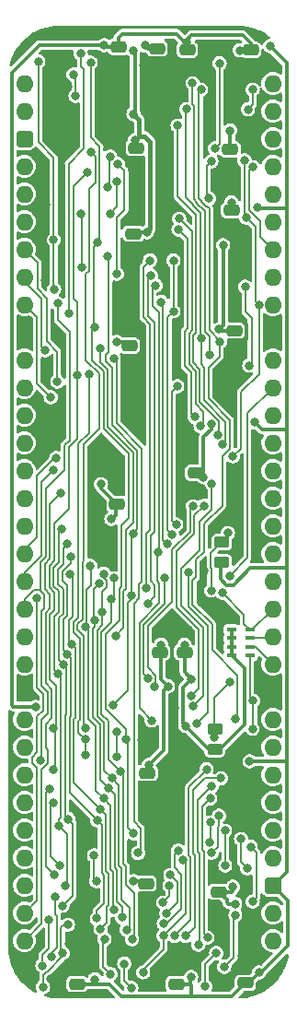
<source format=gbr>
%TF.GenerationSoftware,KiCad,Pcbnew,7.0.5*%
%TF.CreationDate,2024-01-10T18:14:25+02:00*%
%TF.ProjectId,W65C816 Breakout,57363543-3831-4362-9042-7265616b6f75,rev?*%
%TF.SameCoordinates,Original*%
%TF.FileFunction,Copper,L2,Bot*%
%TF.FilePolarity,Positive*%
%FSLAX46Y46*%
G04 Gerber Fmt 4.6, Leading zero omitted, Abs format (unit mm)*
G04 Created by KiCad (PCBNEW 7.0.5) date 2024-01-10 18:14:25*
%MOMM*%
%LPD*%
G01*
G04 APERTURE LIST*
G04 Aperture macros list*
%AMRoundRect*
0 Rectangle with rounded corners*
0 $1 Rounding radius*
0 $2 $3 $4 $5 $6 $7 $8 $9 X,Y pos of 4 corners*
0 Add a 4 corners polygon primitive as box body*
4,1,4,$2,$3,$4,$5,$6,$7,$8,$9,$2,$3,0*
0 Add four circle primitives for the rounded corners*
1,1,$1+$1,$2,$3*
1,1,$1+$1,$4,$5*
1,1,$1+$1,$6,$7*
1,1,$1+$1,$8,$9*
0 Add four rect primitives between the rounded corners*
20,1,$1+$1,$2,$3,$4,$5,0*
20,1,$1+$1,$4,$5,$6,$7,0*
20,1,$1+$1,$6,$7,$8,$9,0*
20,1,$1+$1,$8,$9,$2,$3,0*%
G04 Aperture macros list end*
%TA.AperFunction,ComponentPad*%
%ADD10O,1.600000X1.600000*%
%TD*%
%TA.AperFunction,ComponentPad*%
%ADD11RoundRect,0.400000X-0.400000X-0.400000X0.400000X-0.400000X0.400000X0.400000X-0.400000X0.400000X0*%
%TD*%
%TA.AperFunction,ComponentPad*%
%ADD12R,1.600000X1.600000*%
%TD*%
%TA.AperFunction,SMDPad,CuDef*%
%ADD13RoundRect,0.250000X-0.475000X0.250000X-0.475000X-0.250000X0.475000X-0.250000X0.475000X0.250000X0*%
%TD*%
%TA.AperFunction,SMDPad,CuDef*%
%ADD14RoundRect,0.250000X0.475000X-0.250000X0.475000X0.250000X-0.475000X0.250000X-0.475000X-0.250000X0*%
%TD*%
%TA.AperFunction,SMDPad,CuDef*%
%ADD15R,0.900000X0.450000*%
%TD*%
%TA.AperFunction,SMDPad,CuDef*%
%ADD16RoundRect,0.250000X-0.450000X0.262500X-0.450000X-0.262500X0.450000X-0.262500X0.450000X0.262500X0*%
%TD*%
%TA.AperFunction,SMDPad,CuDef*%
%ADD17RoundRect,0.250000X0.450000X-0.262500X0.450000X0.262500X-0.450000X0.262500X-0.450000X-0.262500X0*%
%TD*%
%TA.AperFunction,ViaPad*%
%ADD18C,0.800000*%
%TD*%
%TA.AperFunction,Conductor*%
%ADD19C,0.380000*%
%TD*%
%TA.AperFunction,Conductor*%
%ADD20C,0.200000*%
%TD*%
%TA.AperFunction,Conductor*%
%ADD21C,0.450000*%
%TD*%
G04 APERTURE END LIST*
D10*
%TO.P,J7,1,Pin_1*%
%TO.N,/W65C816 Breakout Board/A0*%
X86360000Y-71120000D03*
%TO.P,J7,2,Pin_2*%
%TO.N,/W65C816 Breakout Board/A1*%
X86360000Y-73660000D03*
D11*
%TO.P,J7,3,Pin_3*%
%TO.N,/W65C816 Breakout Board/5V*%
X86360000Y-76200000D03*
D10*
%TO.P,J7,4,Pin_4*%
%TO.N,/W65C816 Breakout Board/Opcode Valid*%
X86360000Y-78740000D03*
%TO.P,J7,5,Pin_5*%
%TO.N,/W65C816 Breakout Board/A2*%
X86360000Y-81280000D03*
%TO.P,J7,6,Pin_6*%
%TO.N,/W65C816 Breakout Board/A3*%
X86360000Y-83820000D03*
%TO.P,J7,7,Pin_7*%
%TO.N,/W65C816 Breakout Board/A4*%
X86360000Y-86360000D03*
%TO.P,J7,8,Pin_8*%
%TO.N,/W65C816 Breakout Board/A5*%
X86360000Y-88900000D03*
%TO.P,J7,9,Pin_9*%
%TO.N,/W65C816 Breakout Board/A6*%
X86360000Y-91440000D03*
D12*
%TO.P,J7,10,Pin_10*%
%TO.N,/W65C816 Breakout Board/GND*%
X86360000Y-93980000D03*
D10*
%TO.P,J7,11,Pin_11*%
%TO.N,/W65C816 Breakout Board/A7*%
X86360000Y-96520000D03*
%TO.P,J7,12,Pin_12*%
%TO.N,/W65C816 Breakout Board/A8*%
X86360000Y-99060000D03*
%TO.P,J7,13,Pin_13*%
%TO.N,/W65C816 Breakout Board/A9*%
X86360000Y-101600000D03*
%TO.P,J7,14,Pin_14*%
%TO.N,/W65C816 Breakout Board/A10*%
X86360000Y-104140000D03*
%TO.P,J7,15,Pin_15*%
%TO.N,/W65C816 Breakout Board/A11*%
X86360000Y-106680000D03*
%TO.P,J7,16,Pin_16*%
%TO.N,/W65C816 Breakout Board/A12*%
X86360000Y-109220000D03*
%TO.P,J7,17,Pin_17*%
%TO.N,/W65C816 Breakout Board/A13*%
X86360000Y-111760000D03*
%TO.P,J7,18,Pin_18*%
%TO.N,/W65C816 Breakout Board/A14*%
X86360000Y-114300000D03*
%TO.P,J7,19,Pin_19*%
%TO.N,/W65C816 Breakout Board/A15*%
X86360000Y-116840000D03*
%TO.P,J7,20,Pin_20*%
%TO.N,/W65C816 Breakout Board/BE*%
X86360000Y-119380000D03*
%TO.P,J7,21,Pin_21*%
%TO.N,/W65C816 Breakout Board/RDY*%
X86360000Y-121920000D03*
%TO.P,J7,22,Pin_22*%
%TO.N,/W65C816 Breakout Board/Address Valid*%
X86360000Y-124460000D03*
D12*
%TO.P,J7,23,Pin_23*%
%TO.N,/W65C816 Breakout Board/GND*%
X86360000Y-127000000D03*
D10*
%TO.P,J7,24,Pin_24*%
%TO.N,/W65C816 Breakout Board/R~{W}*%
X86360000Y-129540000D03*
%TO.P,J7,25,Pin_25*%
%TO.N,/W65C816 Breakout Board/~{PHI2}*%
X86360000Y-132080000D03*
%TO.P,J7,26,Pin_26*%
%TO.N,/W65C816 Breakout Board/BA7*%
X86360000Y-134620000D03*
%TO.P,J7,27,Pin_27*%
%TO.N,/W65C816 Breakout Board/BA6*%
X86360000Y-137160000D03*
%TO.P,J7,28,Pin_28*%
%TO.N,/W65C816 Breakout Board/BA5*%
X86360000Y-139700000D03*
%TO.P,J7,29,Pin_29*%
%TO.N,/W65C816 Breakout Board/BA4*%
X86360000Y-142240000D03*
%TO.P,J7,30,Pin_30*%
%TO.N,unconnected-(J7-Pin_30-Pad30)*%
X86360000Y-144780000D03*
%TO.P,J7,31,Pin_31*%
%TO.N,/W65C816 Breakout Board/~{VP}*%
X86360000Y-147320000D03*
%TO.P,J7,32,Pin_32*%
%TO.N,/W65C816 Breakout Board/~{ML}*%
X86360000Y-149860000D03*
%TO.P,J7,33,Pin_33*%
%TO.N,/W65C816 Breakout Board/~{BANK 0}*%
X109220000Y-149860000D03*
%TO.P,J7,34,Pin_34*%
%TO.N,/W65C816 Breakout Board/BA3*%
X109220000Y-147320000D03*
D11*
%TO.P,J7,35,Pin_35*%
%TO.N,/W65C816 Breakout Board/5V*%
X109220000Y-144780000D03*
D10*
%TO.P,J7,36,Pin_36*%
%TO.N,/W65C816 Breakout Board/BA2*%
X109220000Y-142240000D03*
%TO.P,J7,37,Pin_37*%
%TO.N,/W65C816 Breakout Board/BA1*%
X109220000Y-139700000D03*
%TO.P,J7,38,Pin_38*%
%TO.N,/W65C816 Breakout Board/BA0*%
X109220000Y-137160000D03*
%TO.P,J7,39,Pin_39*%
%TO.N,/W65C816 Breakout Board/PHI2*%
X109220000Y-134620000D03*
%TO.P,J7,40,Pin_40*%
%TO.N,/W65C816 Breakout Board/~{Reset}*%
X109220000Y-132080000D03*
%TO.P,J7,41,Pin_41*%
%TO.N,/W65C816 Breakout Board/~{NMI}*%
X109220000Y-129540000D03*
D12*
%TO.P,J7,42,Pin_42*%
%TO.N,/W65C816 Breakout Board/GND*%
X109220000Y-127000000D03*
D10*
%TO.P,J7,43,Pin_43*%
%TO.N,/W65C816 Breakout Board/~{IRQ}*%
X109220000Y-124460000D03*
%TO.P,J7,44,Pin_44*%
%TO.N,/W65C816 Breakout Board/~{ABORT}*%
X109220000Y-121920000D03*
%TO.P,J7,45,Pin_45*%
%TO.N,/W65C816 Breakout Board/DE*%
X109220000Y-119380000D03*
%TO.P,J7,46,Pin_46*%
%TO.N,/W65C816 Breakout Board/D7*%
X109220000Y-116840000D03*
%TO.P,J7,47,Pin_47*%
%TO.N,/W65C816 Breakout Board/D6*%
X109220000Y-114300000D03*
%TO.P,J7,48,Pin_48*%
%TO.N,/W65C816 Breakout Board/D5*%
X109220000Y-111760000D03*
%TO.P,J7,49,Pin_49*%
%TO.N,/W65C816 Breakout Board/D4*%
X109220000Y-109220000D03*
%TO.P,J7,50,Pin_50*%
%TO.N,/W65C816 Breakout Board/D3*%
X109220000Y-106680000D03*
%TO.P,J7,51,Pin_51*%
%TO.N,/W65C816 Breakout Board/D2*%
X109220000Y-104140000D03*
%TO.P,J7,52,Pin_52*%
%TO.N,/W65C816 Breakout Board/D1*%
X109220000Y-101600000D03*
%TO.P,J7,53,Pin_53*%
%TO.N,/W65C816 Breakout Board/D0*%
X109220000Y-99060000D03*
%TO.P,J7,54,Pin_54*%
%TO.N,/W65C816 Breakout Board/E*%
X109220000Y-96520000D03*
D12*
%TO.P,J7,55,Pin_55*%
%TO.N,/W65C816 Breakout Board/GND*%
X109220000Y-93980000D03*
D10*
%TO.P,J7,56,Pin_56*%
%TO.N,/W65C816 Breakout Board/VPA*%
X109220000Y-91440000D03*
%TO.P,J7,57,Pin_57*%
%TO.N,/W65C816 Breakout Board/Native Latch*%
X109220000Y-88900000D03*
%TO.P,J7,58,Pin_58*%
%TO.N,/W65C816 Breakout Board/VDA*%
X109220000Y-86360000D03*
%TO.P,J7,59,Pin_59*%
%TO.N,/W65C816 Breakout Board/~{R}W*%
X109220000Y-83820000D03*
%TO.P,J7,60,Pin_60*%
%TO.N,/W65C816 Breakout Board/~{WD}*%
X109220000Y-81280000D03*
%TO.P,J7,61,Pin_61*%
%TO.N,/W65C816 Breakout Board/~{RD}*%
X109220000Y-78740000D03*
%TO.P,J7,62,Pin_62*%
%TO.N,/W65C816 Breakout Board/VPA\u00B7VDA*%
X109220000Y-76200000D03*
%TO.P,J7,63,Pin_63*%
%TO.N,/W65C816 Breakout Board/X*%
X109220000Y-73660000D03*
%TO.P,J7,64,Pin_64*%
%TO.N,/W65C816 Breakout Board/M*%
X109220000Y-71120000D03*
%TD*%
D13*
%TO.P,C19,1*%
%TO.N,/W65C816 Breakout Board/3.3V*%
X107188000Y-68027000D03*
%TO.P,C19,2*%
%TO.N,/W65C816 Breakout Board/GND*%
X107188000Y-69927000D03*
%TD*%
%TO.P,C18,1*%
%TO.N,/W65C816 Breakout Board/5V*%
X105410000Y-82759000D03*
%TO.P,C18,2*%
%TO.N,/W65C816 Breakout Board/GND*%
X105410000Y-84659000D03*
%TD*%
D14*
%TO.P,C4,1*%
%TO.N,/W65C816 Breakout Board/5V*%
X94869000Y-109773000D03*
%TO.P,C4,2*%
%TO.N,/W65C816 Breakout Board/GND*%
X94869000Y-107873000D03*
%TD*%
D13*
%TO.P,C6,1*%
%TO.N,/W65C816 Breakout Board/3.3V*%
X105664000Y-93808000D03*
%TO.P,C6,2*%
%TO.N,/W65C816 Breakout Board/GND*%
X105664000Y-95708000D03*
%TD*%
%TO.P,C41,1*%
%TO.N,/W65C816 Breakout Board/5V*%
X98552000Y-67900000D03*
%TO.P,C41,2*%
%TO.N,/W65C816 Breakout Board/GND*%
X98552000Y-69800000D03*
%TD*%
%TO.P,C2,1*%
%TO.N,/W65C816 Breakout Board/5V*%
X102108000Y-106889000D03*
%TO.P,C2,2*%
%TO.N,/W65C816 Breakout Board/GND*%
X102108000Y-108789000D03*
%TD*%
%TO.P,C3,1*%
%TO.N,/W65C816 Breakout Board/3.3V*%
X96393000Y-84918000D03*
%TO.P,C3,2*%
%TO.N,/W65C816 Breakout Board/GND*%
X96393000Y-86818000D03*
%TD*%
D14*
%TO.P,C13,1*%
%TO.N,/W65C816 Breakout Board/5V*%
X106680000Y-153740400D03*
%TO.P,C13,2*%
%TO.N,/W65C816 Breakout Board/GND*%
X106680000Y-151840400D03*
%TD*%
D13*
%TO.P,C10,1*%
%TO.N,/W65C816 Breakout Board/5V*%
X104267000Y-145370000D03*
%TO.P,C10,2*%
%TO.N,/W65C816 Breakout Board/GND*%
X104267000Y-147270000D03*
%TD*%
%TO.P,C11,1*%
%TO.N,/W65C816 Breakout Board/3.3V*%
X105283000Y-77171000D03*
%TO.P,C11,2*%
%TO.N,/W65C816 Breakout Board/GND*%
X105283000Y-79071000D03*
%TD*%
%TO.P,C17,1*%
%TO.N,/W65C816 Breakout Board/5V*%
X97663000Y-134448000D03*
%TO.P,C17,2*%
%TO.N,/W65C816 Breakout Board/GND*%
X97663000Y-136348000D03*
%TD*%
D14*
%TO.P,C16,1*%
%TO.N,/W65C816 Breakout Board/5V*%
X98806000Y-123362000D03*
%TO.P,C16,2*%
%TO.N,/W65C816 Breakout Board/GND*%
X98806000Y-121462000D03*
%TD*%
D13*
%TO.P,C9,1*%
%TO.N,/W65C816 Breakout Board/5V*%
X97536000Y-144608000D03*
%TO.P,C9,2*%
%TO.N,/W65C816 Breakout Board/GND*%
X97536000Y-146508000D03*
%TD*%
D15*
%TO.P,RN4,1,R1*%
%TO.N,/W65C816 Breakout Board/3.3V*%
X105419600Y-123678800D03*
%TO.P,RN4,2,R2*%
X105419600Y-122878800D03*
%TO.P,RN4,3,R3*%
X105419600Y-122078800D03*
%TO.P,RN4,4,R4*%
X105419600Y-121278800D03*
%TO.P,RN4,5,R4*%
%TO.N,/W65C816 Breakout Board/DE*%
X107119600Y-121278800D03*
%TO.P,RN4,6,R3*%
%TO.N,/W65C816 Breakout Board/~{ABORT}*%
X107119600Y-122078800D03*
%TO.P,RN4,7,R2*%
%TO.N,/W65C816 Breakout Board/~{IRQ}*%
X107119600Y-122878800D03*
%TO.P,RN4,8,R1*%
%TO.N,/W65C816 Breakout Board/~{NMI}*%
X107119600Y-123678800D03*
%TD*%
D13*
%TO.P,C15,1*%
%TO.N,/W65C816 Breakout Board/3.3V*%
X94996000Y-67773000D03*
%TO.P,C15,2*%
%TO.N,/W65C816 Breakout Board/GND*%
X94996000Y-69673000D03*
%TD*%
D16*
%TO.P,R2,1*%
%TO.N,/W65C816 Breakout Board/BE*%
X103876000Y-130456300D03*
%TO.P,R2,2*%
%TO.N,/W65C816 Breakout Board/3.3V*%
X103876000Y-132281300D03*
%TD*%
D14*
%TO.P,C7,1*%
%TO.N,/W65C816 Breakout Board/5V*%
X100330000Y-153842000D03*
%TO.P,C7,2*%
%TO.N,/W65C816 Breakout Board/GND*%
X100330000Y-151942000D03*
%TD*%
D13*
%TO.P,C14,1*%
%TO.N,/W65C816 Breakout Board/3.3V*%
X96012000Y-95205000D03*
%TO.P,C14,2*%
%TO.N,/W65C816 Breakout Board/GND*%
X96012000Y-97105000D03*
%TD*%
%TO.P,C42,1*%
%TO.N,/W65C816 Breakout Board/3.3V*%
X101346000Y-68027000D03*
%TO.P,C42,2*%
%TO.N,/W65C816 Breakout Board/GND*%
X101346000Y-69927000D03*
%TD*%
D17*
%TO.P,R1,1*%
%TO.N,/W65C816 Breakout Board/5V*%
X104531000Y-115085500D03*
%TO.P,R1,2*%
%TO.N,/W65C816 Breakout Board/RDY*%
X104531000Y-113260500D03*
%TD*%
D14*
%TO.P,C1,1*%
%TO.N,/W65C816 Breakout Board/5V*%
X91186000Y-153842000D03*
%TO.P,C1,2*%
%TO.N,/W65C816 Breakout Board/GND*%
X91186000Y-151942000D03*
%TD*%
D13*
%TO.P,C12,1*%
%TO.N,/W65C816 Breakout Board/3.3V*%
X96647000Y-77044000D03*
%TO.P,C12,2*%
%TO.N,/W65C816 Breakout Board/GND*%
X96647000Y-78944000D03*
%TD*%
D14*
%TO.P,C5,1*%
%TO.N,/W65C816 Breakout Board/3.3V*%
X101092000Y-123362000D03*
%TO.P,C5,2*%
%TO.N,/W65C816 Breakout Board/GND*%
X101092000Y-121462000D03*
%TD*%
D18*
%TO.N,/W65C816 Breakout Board/GND*%
X89027000Y-75057000D03*
X106551474Y-148223373D03*
X100943105Y-108012000D03*
X100903000Y-105791000D03*
X104261026Y-148223935D03*
X88296000Y-82265000D03*
X100203000Y-125095000D03*
X99364800Y-82550000D03*
X104140000Y-84520000D03*
X106356418Y-151224669D03*
X94488000Y-150495000D03*
X100190561Y-131444955D03*
X105232521Y-69926522D03*
X87868216Y-150308884D03*
X104299348Y-78954400D03*
X109982000Y-152146000D03*
X100203000Y-120135000D03*
X90358982Y-71419000D03*
X91567000Y-142770000D03*
X100732079Y-97933219D03*
X97310012Y-69469000D03*
X102906691Y-151119359D03*
X105548807Y-138415757D03*
X106807000Y-74900000D03*
X100149781Y-128457731D03*
X96901000Y-97581000D03*
X91567000Y-140335000D03*
X97127539Y-131444955D03*
X88765891Y-153388708D03*
X104156191Y-97933219D03*
X93472000Y-71501000D03*
X105410000Y-108712000D03*
X93345000Y-110236000D03*
X89789000Y-94869000D03*
X90448925Y-150173390D03*
X93773257Y-75012368D03*
X98171000Y-142113000D03*
X97409002Y-153797000D03*
X93886355Y-105888683D03*
X96647000Y-82315008D03*
X102867172Y-115873590D03*
X100711000Y-110363000D03*
X102650871Y-118831200D03*
X105816400Y-92557600D03*
X88239851Y-89209744D03*
X97110339Y-93389661D03*
X87109080Y-153192147D03*
%TO.N,/W65C816 Breakout Board/5V*%
X97790000Y-133731008D03*
X101702083Y-153209744D03*
X107848336Y-82524664D03*
X97472500Y-67627500D03*
X108966000Y-67690990D03*
X98933006Y-122682000D03*
X105410008Y-82042000D03*
X107581213Y-102235000D03*
X105791004Y-146496000D03*
X92837004Y-153416000D03*
X105537000Y-144907008D03*
X102839486Y-107290124D03*
X96393012Y-144398994D03*
X107086400Y-133379999D03*
X107950000Y-152781000D03*
X103564597Y-102434395D03*
X99568000Y-126492000D03*
X94361000Y-111125000D03*
X93403332Y-107922000D03*
%TO.N,/W65C816 Breakout Board/3.3V*%
X96393000Y-73914000D03*
X106171982Y-68072000D03*
X93704005Y-67604995D03*
X101092002Y-122682000D03*
X101202723Y-130144234D03*
X101253533Y-67319516D03*
X101725600Y-125825690D03*
X104648000Y-85979000D03*
X96520000Y-76327008D03*
X97624553Y-84774000D03*
X105308402Y-75438000D03*
X94869034Y-94860000D03*
X96372885Y-68107550D03*
X104267000Y-93681000D03*
X87376000Y-128399415D03*
%TO.N,/W65C816 Breakout Board/R~{W}*%
X94538500Y-128244775D03*
X96384460Y-112458018D03*
X96193004Y-118131212D03*
X94017399Y-86965397D03*
%TO.N,/W65C816 Breakout Board/D0_{65}*%
X94356054Y-118456091D03*
X95184000Y-134273985D03*
X94579220Y-116561317D03*
X96265542Y-149740467D03*
%TO.N,/W65C816 Breakout Board/D1_{65}*%
X94409565Y-134906642D03*
X95754998Y-148852229D03*
X93653201Y-116160134D03*
X93533986Y-119666820D03*
%TO.N,/W65C816 Breakout Board/D2_{65}*%
X94080409Y-135850920D03*
X92833984Y-120389277D03*
X95354998Y-147719889D03*
X93210000Y-117056559D03*
%TO.N,/W65C816 Breakout Board/D3_{65}*%
X94635727Y-147025156D03*
X93650232Y-136809066D03*
X91957133Y-121023010D03*
X92402278Y-115421841D03*
%TO.N,/W65C816 Breakout Board/D4_{65}*%
X90700589Y-122620000D03*
X93359241Y-148757426D03*
X90551000Y-116205000D03*
X93345000Y-137795000D03*
%TO.N,/W65C816 Breakout Board/D5_{65}*%
X93068169Y-138819805D03*
X90610000Y-114546776D03*
X90283384Y-123528815D03*
X93022172Y-147815943D03*
%TO.N,/W65C816 Breakout Board/D6_{65}*%
X89916224Y-124458975D03*
X89859119Y-146657522D03*
X90297000Y-113411000D03*
X90385603Y-138692194D03*
%TO.N,/W65C816 Breakout Board/D7_{65}*%
X90097006Y-144840775D03*
X89494098Y-139295000D03*
X89810000Y-112034004D03*
X89436884Y-125336607D03*
%TO.N,/W65C816 Breakout Board/BE_{5V}*%
X97703416Y-125745042D03*
X99267172Y-116539346D03*
%TO.N,/W65C816 Breakout Board/~{ABORT}_{5V}*%
X98345464Y-126512113D03*
X101882000Y-109931385D03*
%TO.N,/W65C816 Breakout Board/~{IRQ}_{5V}*%
X102881561Y-109901656D03*
X101729781Y-127357731D03*
%TO.N,/W65C816 Breakout Board/~{NMI}_{5V}*%
X101893540Y-128344234D03*
X103614559Y-107922000D03*
%TO.N,/W65C816 Breakout Board/~{RES}_{5V}*%
X102183593Y-129931281D03*
X101467172Y-116013000D03*
%TO.N,/W65C816 Breakout Board/PHI2_{5V}*%
X87630000Y-69088000D03*
X98055912Y-129630543D03*
X89097249Y-90025000D03*
X98655000Y-114149972D03*
X98424618Y-89676534D03*
X89055000Y-85473875D03*
%TO.N,/W65C816 Breakout Board/PHI2*%
X91948000Y-132756479D03*
X91948000Y-131356459D03*
X92288888Y-97783111D03*
%TO.N,/W65C816 Breakout Board/~{Reset}*%
X102616000Y-71690000D03*
X104340008Y-94863464D03*
X105816400Y-129505828D03*
%TO.N,/W65C816 Breakout Board/~{NMI}*%
X107419200Y-127835904D03*
X107346295Y-130402016D03*
%TO.N,/W65C816 Breakout Board/BE*%
X94869000Y-130680000D03*
X87795169Y-133261169D03*
X103835200Y-131165600D03*
X105257594Y-126085600D03*
X89408000Y-91313000D03*
X94869000Y-132925689D03*
%TO.N,/W65C816 Breakout Board/D0*%
X105257600Y-116332000D03*
%TO.N,/W65C816 Breakout Board/~{DE}*%
X97706959Y-118891049D03*
X98024618Y-88754562D03*
%TO.N,/W65C816 Breakout Board/~{VP}*%
X87457004Y-118361934D03*
%TO.N,/W65C816 Breakout Board/RDY*%
X103545082Y-117699322D03*
X105091000Y-112404921D03*
%TO.N,/W65C816 Breakout Board/~{ML}*%
X89714200Y-108744243D03*
%TO.N,/W65C816 Breakout Board/VPA*%
X106790363Y-83446559D03*
X107950000Y-91440000D03*
X105565870Y-105374449D03*
X106625924Y-78190608D03*
%TO.N,/W65C816 Breakout Board/A0*%
X102603822Y-94563408D03*
X101256115Y-73468885D03*
X107372000Y-71689994D03*
X104583000Y-104295366D03*
X106934000Y-73490000D03*
%TO.N,/W65C816 Breakout Board/A1*%
X100457731Y-74985189D03*
X104183000Y-103378000D03*
%TO.N,/W65C816 Breakout Board/A2*%
X100609585Y-83540415D03*
X102575684Y-102582905D03*
%TO.N,/W65C816 Breakout Board/A3*%
X100544323Y-84538285D03*
X102022180Y-101750056D03*
%TO.N,/W65C816 Breakout Board/A4*%
X89379446Y-98494608D03*
%TO.N,/W65C816 Breakout Board/A5*%
X88265000Y-95631000D03*
%TO.N,/W65C816 Breakout Board/A6*%
X88773000Y-99949000D03*
%TO.N,/W65C816 Breakout Board/A14*%
X89281000Y-105537000D03*
%TO.N,/W65C816 Breakout Board/A15*%
X89003225Y-106653625D03*
%TO.N,/W65C816 Breakout Board/E*%
X100429000Y-98933000D03*
X100330000Y-111633000D03*
%TO.N,/W65C816 Breakout Board/MX*%
X99484348Y-113444303D03*
X91545131Y-68394995D03*
X90424000Y-92202000D03*
X98933001Y-91185999D03*
%TO.N,/W65C816 Breakout Board/VDA*%
X100076975Y-92047975D03*
X100076978Y-87376976D03*
X107420000Y-78798431D03*
X99936080Y-112552147D03*
%TO.N,/W65C816 Breakout Board/~{WD}_{PART}*%
X94869000Y-80137000D03*
X91567000Y-83057996D03*
X94234000Y-83058000D03*
X91607985Y-87969999D03*
%TO.N,/W65C816 Breakout Board/~{RD}_{PART}*%
X94860176Y-88588193D03*
X94975002Y-78523260D03*
%TO.N,/W65C816 Breakout Board/DE*%
X104570000Y-117884000D03*
X97917000Y-87376000D03*
X97582051Y-117491049D03*
%TO.N,/W65C816 Breakout Board/~{PHI2}*%
X92456000Y-69215000D03*
X96376189Y-140001419D03*
X93091000Y-85725004D03*
X95727539Y-131380000D03*
X92832000Y-93528484D03*
%TO.N,/W65C816 Breakout Board/~{BE}*%
X89009998Y-130369799D03*
X89009997Y-134156479D03*
X91212048Y-97931422D03*
X92176202Y-79248000D03*
%TO.N,/W65C816 Breakout Board/RW_{PART}*%
X92018894Y-130296404D03*
X92456000Y-77440000D03*
%TO.N,/W65C816 Breakout Board/X*%
X90868500Y-70294500D03*
X91059000Y-72263000D03*
%TO.N,/W65C816 Breakout Board/A0_{PREV}*%
X101834608Y-71065955D03*
X103414525Y-96012000D03*
%TO.N,/W65C816 Breakout Board/Native Latch*%
X106680000Y-89789000D03*
X107061000Y-97028000D03*
%TO.N,/W65C816 Breakout Board/BA7*%
X99711586Y-144822357D03*
X89086611Y-143816661D03*
X99115060Y-146365060D03*
X106877632Y-143225402D03*
X106299000Y-140524000D03*
X88646000Y-135890000D03*
%TO.N,/W65C816 Breakout Board/BA6*%
X99791098Y-143825521D03*
X99404464Y-147322270D03*
X104843000Y-139757142D03*
X89010000Y-137160000D03*
X89570778Y-142941683D03*
X104855536Y-142955828D03*
%TO.N,/W65C816 Breakout Board/BA5+BA6+BA7*%
X105791000Y-147496002D03*
X104759089Y-152262861D03*
%TO.N,/W65C816 Breakout Board/BA5*%
X107188000Y-141224000D03*
X103474137Y-139000047D03*
X99186296Y-148298184D03*
X103397077Y-140800047D03*
X107371000Y-146264278D03*
X100510274Y-141583564D03*
%TO.N,/W65C816 Breakout Board/BA2*%
X103614012Y-135657857D03*
X102362000Y-150241000D03*
X88624000Y-147913928D03*
X88008994Y-152139709D03*
%TO.N,/W65C816 Breakout Board/BA1*%
X88065891Y-154123107D03*
X104457500Y-134937500D03*
X90365267Y-148387047D03*
X101168546Y-149414000D03*
X89886147Y-151000000D03*
%TO.N,/W65C816 Breakout Board/BA0+BA1+BA2*%
X102997004Y-154050996D03*
X104013000Y-151003000D03*
%TO.N,/W65C816 Breakout Board/BA0*%
X94275793Y-152921679D03*
X100168543Y-149414000D03*
X103124000Y-134112008D03*
X93726000Y-149705000D03*
%TO.N,/W65C816 Breakout Board/BA4*%
X103592595Y-141780750D03*
X104266996Y-138373008D03*
X100958301Y-142477586D03*
X97290682Y-152776000D03*
X99155211Y-149414000D03*
%TO.N,/W65C816 Breakout Board/BA3*%
X96196631Y-154195000D03*
X103462915Y-136798905D03*
X95543590Y-151976000D03*
X89159119Y-145802213D03*
X88809888Y-151373162D03*
X103210444Y-149571098D03*
%TO.N,/W65C816 Breakout Board/FET ~{OE}*%
X92760648Y-142019000D03*
X92964000Y-144399000D03*
X94574048Y-96391315D03*
X96821330Y-141801465D03*
%TO.N,/W65C816 Breakout Board/Address Valid*%
X93338113Y-95472884D03*
X94742000Y-121837747D03*
%TO.N,/W65C816 Breakout Board/A0_{CHANGE}*%
X104328351Y-69264886D03*
X103886000Y-77089000D03*
%TO.N,/W65C816 Breakout Board/Opcode Valid*%
X103360368Y-81694590D03*
X103562742Y-78278073D03*
%TO.N,/W65C816 Breakout Board/~{R}W*%
X93976202Y-80613771D03*
X94256817Y-77827404D03*
%TD*%
D19*
%TO.N,/W65C816 Breakout Board/GND*%
X97641012Y-69800000D02*
X97310012Y-69469000D01*
X100903000Y-107971895D02*
X100943105Y-108012000D01*
X106299000Y-151793000D02*
X106299000Y-151282087D01*
X100903000Y-100620229D02*
X101219000Y-100304229D01*
X105664000Y-95708000D02*
X106779000Y-94593000D01*
X105283000Y-79071000D02*
X104415948Y-79071000D01*
X100732079Y-97933219D02*
X100613822Y-97814962D01*
X105664000Y-95708000D02*
X105664000Y-96425410D01*
X92555000Y-107220038D02*
X92555000Y-109446000D01*
X91567000Y-142770000D02*
X91567000Y-140335000D01*
X97282000Y-93561322D02*
X97282000Y-97200000D01*
X101346000Y-69927000D02*
X98679000Y-69927000D01*
X93472000Y-71501000D02*
X93726000Y-71501000D01*
X102650871Y-118831200D02*
X102657172Y-118824899D01*
X97119533Y-150530467D02*
X94523467Y-150530467D01*
X105664000Y-96425410D02*
X104156191Y-97933219D01*
X100330000Y-151942000D02*
X98475000Y-153797000D01*
X105645536Y-142628599D02*
X105645536Y-143237536D01*
X99949000Y-120389000D02*
X100203000Y-120135000D01*
X88105500Y-82455500D02*
X88105500Y-89075393D01*
X106581000Y-148193847D02*
X106551474Y-148223373D01*
X100190561Y-131444955D02*
X100190561Y-128498511D01*
X100358000Y-125250000D02*
X100358000Y-128249512D01*
X106581000Y-144173000D02*
X106581000Y-148193847D01*
X96475000Y-97155000D02*
X96901000Y-97581000D01*
X108003753Y-128368580D02*
X108003753Y-129942245D01*
X105816400Y-85065400D02*
X105410000Y-84659000D01*
X105464633Y-140252738D02*
X105464633Y-142447696D01*
X88296000Y-82265000D02*
X88105500Y-82455500D01*
X91567000Y-142770000D02*
X91567000Y-149055315D01*
D20*
X100203000Y-120180006D02*
X100203000Y-120135000D01*
D19*
X102906691Y-150992080D02*
X102906691Y-151119359D01*
X107137999Y-69977001D02*
X105283000Y-69977001D01*
X100943105Y-108012000D02*
X100943105Y-108839000D01*
X99949000Y-121589000D02*
X99949000Y-124841000D01*
X100613822Y-93692250D02*
X100888000Y-93418072D01*
X106779000Y-94593000D02*
X106779000Y-93292903D01*
X105283000Y-69977001D02*
X105232521Y-69926522D01*
X105633000Y-133420550D02*
X105633000Y-140084371D01*
X106043697Y-92557600D02*
X105816400Y-92557600D01*
X94208625Y-74577000D02*
X93773257Y-75012368D01*
X100888000Y-93418072D02*
X100888000Y-85999191D01*
X98475000Y-153797000D02*
X97409002Y-153797000D01*
X97409000Y-150241000D02*
X97119533Y-150530467D01*
X100190561Y-128498511D02*
X100149781Y-128457731D01*
X105633000Y-140084371D02*
X105464633Y-140252738D01*
X105816400Y-92557600D02*
X105816400Y-85065400D01*
X104267000Y-147270000D02*
X104267000Y-148217961D01*
X100888000Y-85999191D02*
X99364800Y-84475991D01*
X98911000Y-121589000D02*
X99949000Y-121589000D01*
X99949000Y-121589000D02*
X99949000Y-120389000D01*
X97536000Y-150114000D02*
X97409000Y-150241000D01*
X100943105Y-108839000D02*
X100943105Y-110130895D01*
X97790000Y-136475000D02*
X97790000Y-141732000D01*
X92555000Y-109446000D02*
X93345000Y-110236000D01*
X100203000Y-125095000D02*
X100358000Y-125250000D01*
X100903000Y-105791000D02*
X100903000Y-107971895D01*
X90221569Y-71556413D02*
X90358982Y-71419000D01*
X101219000Y-98420140D02*
X100732079Y-97933219D01*
X100203000Y-152174000D02*
X101257641Y-151119359D01*
X104267000Y-148217961D02*
X104261026Y-148223935D01*
X108136295Y-130074787D02*
X108136295Y-130917255D01*
X106356418Y-148418429D02*
X106551474Y-148223373D01*
X94523467Y-150530467D02*
X94488000Y-150495000D01*
X109220000Y-127152333D02*
X108003753Y-128368580D01*
X91567000Y-149055315D02*
X90448925Y-150173390D01*
X106356418Y-151224669D02*
X106356418Y-148418429D01*
X93886355Y-105888683D02*
X92555000Y-107220038D01*
X97282000Y-97200000D02*
X96901000Y-97581000D01*
X105645536Y-143237536D02*
X106581000Y-144173000D01*
X87109080Y-153192147D02*
X86713000Y-152796067D01*
X108003753Y-129942245D02*
X108136295Y-130074787D01*
X104261026Y-149637745D02*
X102906691Y-150992080D01*
X105271000Y-84520000D02*
X104140000Y-84520000D01*
X100903000Y-105791000D02*
X100903000Y-100620229D01*
X99949000Y-124841000D02*
X100203000Y-125095000D01*
X88105500Y-89075393D02*
X88239851Y-89209744D01*
X108136295Y-130917255D02*
X105633000Y-133420550D01*
X100358000Y-128249512D02*
X100149781Y-128457731D01*
X86713000Y-152796067D02*
X86713000Y-151464100D01*
X102657172Y-116083590D02*
X102867172Y-115873590D01*
X104261026Y-148223935D02*
X104261026Y-149637745D01*
X94869000Y-106871328D02*
X94869000Y-107873000D01*
X99364800Y-84475991D02*
X99364800Y-82550000D01*
X106299000Y-151282087D02*
X106356418Y-151224669D01*
X90827000Y-152174000D02*
X89612292Y-153388708D01*
X94742000Y-74577000D02*
X94208625Y-74577000D01*
X90221569Y-75012368D02*
X90221569Y-71556413D01*
X93726000Y-71501000D02*
X94996000Y-70231000D01*
X97790000Y-141732000D02*
X98171000Y-142113000D01*
X97110339Y-93389661D02*
X97282000Y-93561322D01*
X93886355Y-105888683D02*
X94869000Y-106871328D01*
X100943105Y-108839000D02*
X102058000Y-108839000D01*
X96647000Y-78944000D02*
X96647000Y-82315008D01*
X104415948Y-79071000D02*
X104299348Y-78954400D01*
X97536000Y-146508000D02*
X97536000Y-150114000D01*
X101257641Y-151119359D02*
X102906691Y-151119359D01*
D20*
X99958000Y-120425006D02*
X100203000Y-120180006D01*
D19*
X98552000Y-69800000D02*
X97641012Y-69800000D01*
X89612292Y-153388708D02*
X88765891Y-153388708D01*
X106779000Y-93292903D02*
X106043697Y-92557600D01*
X94996000Y-70231000D02*
X94996000Y-69673000D01*
X99949000Y-121589000D02*
X100987000Y-121589000D01*
X105464633Y-142447696D02*
X105645536Y-142628599D01*
X86713000Y-151464100D02*
X87868216Y-150308884D01*
X100943105Y-110130895D02*
X100711000Y-110363000D01*
X101219000Y-100304229D02*
X101219000Y-98420140D01*
X100613822Y-97814962D02*
X100613822Y-93692250D01*
X102657172Y-118824899D02*
X102657172Y-116083590D01*
%TO.N,/W65C816 Breakout Board/5V*%
X106680000Y-153740400D02*
X105435400Y-154985000D01*
X104267000Y-145370000D02*
X105455000Y-145370000D01*
X97326994Y-144398994D02*
X96393012Y-144398994D01*
X98552000Y-67900000D02*
X97745000Y-67900000D01*
X104394000Y-116636429D02*
X104394000Y-115202500D01*
X94742000Y-110744000D02*
X94742000Y-109900000D01*
X110495000Y-82423000D02*
X110495000Y-69219990D01*
X94152000Y-153842000D02*
X91186000Y-153842000D01*
X103564597Y-102879174D02*
X103564597Y-102434395D01*
X97790000Y-133731008D02*
X99187000Y-132334008D01*
X104267000Y-145370000D02*
X105007097Y-146110097D01*
X110338000Y-82580000D02*
X107903672Y-82580000D01*
X105435400Y-154985000D02*
X101727000Y-154985000D01*
X105455000Y-145370000D02*
X105537000Y-145288000D01*
X110495000Y-69219990D02*
X108966000Y-67690990D01*
X98933006Y-122682000D02*
X98932994Y-122682012D01*
X109220000Y-144780000D02*
X110617000Y-146177000D01*
X95295000Y-154985000D02*
X94152000Y-153842000D01*
X97745000Y-67900000D02*
X97472500Y-67627500D01*
X108216213Y-102870000D02*
X107581213Y-102235000D01*
X102839486Y-107290124D02*
X102839486Y-103604285D01*
X102839486Y-107290124D02*
X102509124Y-107290124D01*
X97752114Y-134411000D02*
X97752114Y-133768894D01*
X110495000Y-82423000D02*
X110338000Y-82580000D01*
X105123097Y-146496000D02*
X105791004Y-146496000D01*
X110265999Y-133379999D02*
X107086400Y-133379999D01*
X105007097Y-146380000D02*
X105123097Y-146496000D01*
X98932994Y-125856994D02*
X99568000Y-126492000D01*
D20*
X98806000Y-122809006D02*
X98933006Y-122682000D01*
D19*
X97752114Y-133768894D02*
X97790000Y-133731008D01*
X101727000Y-154985000D02*
X95295000Y-154985000D01*
X109220000Y-144780000D02*
X110495000Y-143505000D01*
D20*
X98806000Y-123189994D02*
X98806000Y-122809006D01*
D19*
X94869000Y-109773000D02*
X93403332Y-108307332D01*
X94361000Y-111125000D02*
X94742000Y-110744000D01*
X101664000Y-153247827D02*
X101702083Y-153209744D01*
X105584829Y-117172800D02*
X104930371Y-117172800D01*
X101664000Y-153860000D02*
X101664000Y-153247827D01*
X107157629Y-115600000D02*
X105584829Y-117172800D01*
X110495000Y-102870000D02*
X110495000Y-82423000D01*
X105410008Y-82042000D02*
X105410008Y-82758992D01*
X102509124Y-107290124D02*
X102108000Y-106889000D01*
X93403332Y-108307332D02*
X93403332Y-107922000D01*
X110393000Y-115600000D02*
X107157629Y-115600000D01*
X110495000Y-143505000D02*
X110495000Y-102870000D01*
X110617000Y-146177000D02*
X110617000Y-150309530D01*
X104930371Y-117172800D02*
X104394000Y-116636429D01*
X107903672Y-82580000D02*
X107848336Y-82524664D01*
X101727000Y-154985000D02*
X101727000Y-153923000D01*
X102839486Y-103604285D02*
X103564597Y-102879174D01*
X105537000Y-145288000D02*
X105537000Y-144907008D01*
X108145530Y-152781000D02*
X107950000Y-152781000D01*
X105007097Y-146110097D02*
X105007097Y-146380000D01*
X101664000Y-153860000D02*
X100348000Y-153860000D01*
X98932994Y-122682012D02*
X98932994Y-125856994D01*
X110495000Y-102870000D02*
X108216213Y-102870000D01*
X107016000Y-153715000D02*
X107950000Y-152781000D01*
X99187000Y-132334008D02*
X99187000Y-126873000D01*
X110617000Y-150309530D02*
X108145530Y-152781000D01*
X99187000Y-126873000D02*
X99568000Y-126492000D01*
X101727000Y-153923000D02*
X101664000Y-153860000D01*
%TO.N,/W65C816 Breakout Board/3.3V*%
X104446700Y-132179700D02*
X106606400Y-130020000D01*
X104648000Y-85979000D02*
X104648000Y-93300000D01*
X101092000Y-67773000D02*
X101092000Y-67310000D01*
X93704005Y-67604995D02*
X87716005Y-67604995D01*
D21*
X96901000Y-75946000D02*
X97409000Y-75946000D01*
D19*
X96393000Y-73914000D02*
X96520000Y-73787000D01*
X101092000Y-67310000D02*
X101727000Y-66675000D01*
X101244017Y-67310000D02*
X101253533Y-67319516D01*
X105419600Y-123678800D02*
X105419600Y-122878800D01*
X94996000Y-67773000D02*
X93872010Y-67773000D01*
X101202723Y-130144234D02*
X103238189Y-132179700D01*
X101202723Y-130144234D02*
X100939781Y-129881292D01*
X85330000Y-128350000D02*
X87326585Y-128350000D01*
X105664000Y-93808000D02*
X104394000Y-93808000D01*
X96520000Y-76327000D02*
X96520000Y-76327008D01*
X96012000Y-95205000D02*
X95667000Y-94860000D01*
X106606400Y-124865600D02*
X105419600Y-123678800D01*
X100330000Y-66548000D02*
X101092000Y-67310000D01*
X106426000Y-66675000D02*
X107188000Y-67437000D01*
X101727000Y-66675000D02*
X106426000Y-66675000D01*
X100939781Y-126611509D02*
X101725600Y-125825690D01*
X101092002Y-125192092D02*
X101725600Y-125825690D01*
D21*
X96901000Y-75946000D02*
X96901000Y-74422000D01*
D19*
X85170000Y-128190000D02*
X85330000Y-128350000D01*
X94996000Y-67773000D02*
X94996000Y-66929000D01*
X105283000Y-77171000D02*
X105283000Y-76454002D01*
X104648000Y-93300000D02*
X104267000Y-93681000D01*
X103238189Y-132179700D02*
X104446700Y-132179700D01*
D21*
X97917000Y-76454000D02*
X97917000Y-84481553D01*
D19*
X87716005Y-67604995D02*
X85170000Y-70151000D01*
X101092002Y-122682000D02*
X101092002Y-125192092D01*
X97598028Y-84747475D02*
X97624553Y-84774000D01*
X107188000Y-67437000D02*
X107188000Y-68027000D01*
X96520000Y-73787000D02*
X96520000Y-68254665D01*
D21*
X97917000Y-84481553D02*
X97624553Y-84774000D01*
D19*
X105283000Y-76454002D02*
X105308402Y-76428600D01*
X101092000Y-67310000D02*
X101244017Y-67310000D01*
X93872010Y-67773000D02*
X93704005Y-67604995D01*
X100939781Y-129881292D02*
X100939781Y-126611509D01*
X87326585Y-128350000D02*
X87376000Y-128399415D01*
X105419600Y-122878800D02*
X105419600Y-122078800D01*
X96901000Y-75946000D02*
X96520000Y-76327000D01*
X107143000Y-68072000D02*
X106171982Y-68072000D01*
X95377000Y-66548000D02*
X100330000Y-66548000D01*
X94996000Y-66929000D02*
X95377000Y-66548000D01*
X105419600Y-122078800D02*
X105419600Y-121278800D01*
X96563525Y-84747475D02*
X97598028Y-84747475D01*
X104394000Y-93808000D02*
X104267000Y-93681000D01*
D21*
X97409000Y-75946000D02*
X97917000Y-76454000D01*
D19*
X85170000Y-70151000D02*
X85170000Y-128190000D01*
X96520000Y-68254665D02*
X96372885Y-68107550D01*
X95667000Y-94860000D02*
X94869034Y-94860000D01*
D21*
X96901000Y-74422000D02*
X96393000Y-73914000D01*
D19*
X106606400Y-130020000D02*
X106606400Y-124865600D01*
X105308402Y-76428600D02*
X105308402Y-75438000D01*
D20*
%TO.N,/W65C816 Breakout Board/R~{W}*%
X94107000Y-87054998D02*
X94017399Y-86965397D01*
X94107000Y-95773882D02*
X94107000Y-87054998D01*
X96755000Y-104813686D02*
X94432718Y-102491403D01*
X93874048Y-96006834D02*
X94107000Y-95773882D01*
X94432718Y-102491403D02*
X94432718Y-97239935D01*
X96193004Y-118131212D02*
X96193004Y-112649474D01*
X96139000Y-118185216D02*
X96139000Y-118609476D01*
X95912000Y-118836476D02*
X95912000Y-126871275D01*
X96755000Y-112087478D02*
X96755000Y-104813686D01*
X95912000Y-126871275D02*
X94538500Y-128244775D01*
X96193004Y-112649474D02*
X96384460Y-112458018D01*
X96193004Y-118131212D02*
X96139000Y-118185216D01*
X93874048Y-96681265D02*
X93874048Y-96006834D01*
X94432718Y-97239935D02*
X93874048Y-96681265D01*
X96384460Y-112458018D02*
X96755000Y-112087478D01*
X96139000Y-118609476D02*
X95912000Y-118836476D01*
%TO.N,/W65C816 Breakout Board/D0_{65}*%
X94356054Y-120597260D02*
X93438500Y-121514814D01*
X96454998Y-149551011D02*
X96454998Y-145450948D01*
X93438500Y-121514814D02*
X93438500Y-129029004D01*
X95693000Y-144688950D02*
X95693000Y-143029573D01*
X95460656Y-134550641D02*
X95184000Y-134273985D01*
X96265542Y-149740467D02*
X96454998Y-149551011D01*
X94356054Y-118456091D02*
X94356054Y-120597260D01*
X94102000Y-129692505D02*
X94102000Y-133191985D01*
X94579220Y-118232925D02*
X94356054Y-118456091D01*
X96454998Y-145450948D02*
X95693000Y-144688950D01*
X94102000Y-133191985D02*
X95184000Y-134273985D01*
X95460656Y-142797229D02*
X95460656Y-134550641D01*
X95693000Y-143029573D02*
X95460656Y-142797229D01*
X93438500Y-129029004D02*
X94102000Y-129692505D01*
X94579220Y-116561317D02*
X94579220Y-118232925D01*
%TO.N,/W65C816 Breakout Board/D1_{65}*%
X93910000Y-116766609D02*
X93653201Y-116509810D01*
X93702000Y-129858190D02*
X93702000Y-134199077D01*
X93533986Y-119666820D02*
X93533986Y-120853642D01*
X93653201Y-116509810D02*
X93653201Y-116160134D01*
X95060656Y-135557733D02*
X94409565Y-134906642D01*
X93533986Y-117794770D02*
X93910000Y-117418756D01*
X93910000Y-117418756D02*
X93910000Y-116766609D01*
X93533986Y-119666820D02*
X93533986Y-117794770D01*
X95293000Y-146098240D02*
X95293000Y-143195258D01*
X93702000Y-134199077D02*
X94409565Y-134906642D01*
X95060656Y-142962914D02*
X95060656Y-135557733D01*
X93038500Y-129194689D02*
X93702000Y-129858190D01*
X96054998Y-148552229D02*
X96054998Y-146860238D01*
X93038500Y-121349129D02*
X93038500Y-129194689D01*
X93533986Y-120853642D02*
X93038500Y-121349129D01*
X96054998Y-146860238D02*
X95293000Y-146098240D01*
X95293000Y-143195258D02*
X95060656Y-142962914D01*
X95754998Y-148852229D02*
X96054998Y-148552229D01*
%TO.N,/W65C816 Breakout Board/D2_{65}*%
X94893000Y-143360943D02*
X94660656Y-143128599D01*
X95354998Y-146725924D02*
X94893000Y-146263926D01*
X94893000Y-146263926D02*
X94893000Y-143360943D01*
X92757005Y-117509554D02*
X93210000Y-117056559D01*
X94660656Y-136431167D02*
X94080409Y-135850920D01*
X92833984Y-120987960D02*
X92638500Y-121183444D01*
X92638501Y-129360375D02*
X93302000Y-130023875D01*
X93302000Y-130023875D02*
X93302000Y-135072511D01*
X94660656Y-143128599D02*
X94660656Y-136431167D01*
X92833984Y-120389277D02*
X92833984Y-120987960D01*
X93302000Y-135072511D02*
X94080409Y-135850920D01*
X95354998Y-147719889D02*
X95354998Y-146725924D01*
X92833984Y-120389277D02*
X92757005Y-120312298D01*
X92638500Y-121183444D02*
X92638501Y-129360375D01*
X92757005Y-120312298D02*
X92757005Y-117509554D01*
%TO.N,/W65C816 Breakout Board/D3_{65}*%
X92084057Y-120896086D02*
X92084057Y-117613752D01*
X92510001Y-117154799D02*
X92510003Y-117154797D01*
X92510001Y-117187807D02*
X92510001Y-117154799D01*
X92238500Y-121261686D02*
X92238500Y-129526060D01*
X92902000Y-136060834D02*
X93650232Y-136809066D01*
X92084057Y-117613752D02*
X92510001Y-117187807D01*
X94493000Y-146882429D02*
X94635727Y-147025156D01*
X94260656Y-137419490D02*
X94260656Y-143294284D01*
X92902000Y-130189560D02*
X92902000Y-136060834D01*
X92238500Y-129526060D02*
X92902000Y-130189560D01*
X92510003Y-117154797D02*
X92510003Y-115529566D01*
X93650232Y-136809066D02*
X94260656Y-137419490D01*
X94260656Y-143294284D02*
X94493000Y-143526628D01*
X91957133Y-121023010D02*
X92084057Y-120896086D01*
X92510003Y-115529566D02*
X92402278Y-115421841D01*
X91999824Y-121023010D02*
X92238500Y-121261686D01*
X91957133Y-121023010D02*
X91999824Y-121023010D01*
X94493000Y-143526628D02*
X94493000Y-146882429D01*
%TO.N,/W65C816 Breakout Board/D4_{65}*%
X90457133Y-120401689D02*
X90805000Y-120053822D01*
X94093000Y-146574967D02*
X94093000Y-143692314D01*
X93935727Y-146732240D02*
X94093000Y-146574967D01*
X90805000Y-120053822D02*
X90805000Y-116459000D01*
X93935727Y-148180940D02*
X93935727Y-146732240D01*
X90909998Y-135359998D02*
X90909998Y-129504316D01*
X91038500Y-129375814D02*
X91038500Y-122957911D01*
X90805000Y-116459000D02*
X90551000Y-116205000D01*
X90700589Y-122620000D02*
X90457133Y-122376544D01*
X90909998Y-129504316D02*
X91038500Y-129375814D01*
X93860649Y-143459963D02*
X93860649Y-138310649D01*
X93345000Y-137795000D02*
X90909998Y-135359998D01*
X94093000Y-143692314D02*
X93860649Y-143459963D01*
X93359241Y-148757426D02*
X93935727Y-148180940D01*
X90457133Y-122376544D02*
X90457133Y-120401689D01*
X91038500Y-122957911D02*
X90700589Y-122620000D01*
X93860649Y-138310649D02*
X93345000Y-137795000D01*
%TO.N,/W65C816 Breakout Board/D5_{65}*%
X90638500Y-126654553D02*
X90638500Y-123883931D01*
X93068169Y-138819805D02*
X93460649Y-139212285D01*
X89851000Y-115915050D02*
X90610000Y-115156050D01*
X93068169Y-138819805D02*
X90509998Y-136261634D01*
X90638500Y-127648682D02*
X90638493Y-127648674D01*
X93693000Y-146406315D02*
X93022172Y-147077143D01*
X93022172Y-147077143D02*
X93022172Y-147815943D01*
X90283384Y-123528815D02*
X89916000Y-123161431D01*
X93460649Y-139212285D02*
X93460649Y-143625649D01*
X90638500Y-129210129D02*
X90638500Y-127648682D01*
X93460649Y-143625649D02*
X93693000Y-143858000D01*
X89851000Y-116748950D02*
X89851000Y-115915050D01*
X89916000Y-120377136D02*
X90310000Y-119983136D01*
X90638493Y-127648674D02*
X90638493Y-126654560D01*
X90638493Y-126654560D02*
X90638500Y-126654553D01*
X89916000Y-123161431D02*
X89916000Y-120377136D01*
X93693000Y-143858000D02*
X93693000Y-146406315D01*
X90509998Y-136261634D02*
X90509998Y-129338630D01*
X90638500Y-123883931D02*
X90283384Y-123528815D01*
X90509998Y-129338630D02*
X90638500Y-129210129D01*
X90310000Y-117207950D02*
X89851000Y-116748950D01*
X90310000Y-119983136D02*
X90310000Y-117207950D01*
X90610000Y-115156050D02*
X90610000Y-114546776D01*
%TO.N,/W65C816 Breakout Board/D6_{65}*%
X90238500Y-124781251D02*
X90238500Y-129032000D01*
X89916224Y-124458975D02*
X90238500Y-124781251D01*
X90238500Y-129032000D02*
X90109998Y-129160502D01*
X89910000Y-115290364D02*
X89451000Y-115749365D01*
X89910000Y-119817458D02*
X89510017Y-120217441D01*
X90797000Y-145719641D02*
X90797000Y-139103591D01*
X89510017Y-120217441D02*
X89510017Y-124052768D01*
X90109998Y-138416589D02*
X90385603Y-138692194D01*
X90109998Y-129160502D02*
X90109998Y-138416589D01*
X89510017Y-124052768D02*
X89916224Y-124458975D01*
X89910000Y-117551392D02*
X89910000Y-119817458D01*
X90797000Y-139103591D02*
X90385603Y-138692194D01*
X89451000Y-117092392D02*
X89910000Y-117551392D01*
X89451000Y-115749365D02*
X89451000Y-117092392D01*
X90297000Y-113411000D02*
X89910000Y-113798000D01*
X89859119Y-146657522D02*
X90797000Y-145719641D01*
X89910000Y-113798000D02*
X89910000Y-115290364D01*
%TO.N,/W65C816 Breakout Board/D7_{65}*%
X90309939Y-140110841D02*
X89494098Y-139295000D01*
X89110017Y-125009740D02*
X89436884Y-125336607D01*
X89510000Y-117717077D02*
X89510000Y-119651773D01*
X90309939Y-144627842D02*
X90309939Y-140110841D01*
X89436884Y-125336607D02*
X89709998Y-125609721D01*
X89051000Y-117258078D02*
X89510000Y-117717077D01*
X90097006Y-144840775D02*
X90309939Y-144627842D01*
X89494098Y-138724902D02*
X89494098Y-139295000D01*
X89810000Y-112034004D02*
X89510000Y-112334004D01*
X89051000Y-115583680D02*
X89051000Y-117258078D01*
X89510000Y-115124679D02*
X89051000Y-115583680D01*
X89510000Y-112334004D02*
X89510000Y-115124679D01*
X89709998Y-125609721D02*
X89709998Y-138509002D01*
X89110017Y-120051756D02*
X89110017Y-125009740D01*
X89510000Y-119651773D02*
X89110017Y-120051756D01*
X89709998Y-138509002D02*
X89494098Y-138724902D01*
%TO.N,/W65C816 Breakout Board/BE_{5V}*%
X99267172Y-118886471D02*
X97339000Y-120814643D01*
X97339000Y-125380626D02*
X97703416Y-125745042D01*
X99267172Y-116539346D02*
X99267172Y-118886471D01*
X97339000Y-120814643D02*
X97339000Y-125380626D01*
%TO.N,/W65C816 Breakout Board/~{ABORT}_{5V}*%
X99967172Y-116829296D02*
X99950461Y-116846007D01*
X101600000Y-112318601D02*
X99967172Y-113951429D01*
X97739000Y-124790676D02*
X98430184Y-125481860D01*
X98430184Y-125481860D02*
X98430184Y-126427393D01*
X99950461Y-118768868D02*
X97739000Y-120980329D01*
X98430184Y-126427393D02*
X98345464Y-126512113D01*
X97739000Y-120980329D02*
X97739000Y-124790676D01*
X101600000Y-110213385D02*
X101600000Y-112318601D01*
X99967172Y-113951429D02*
X99967172Y-116829296D01*
X101882000Y-109931385D02*
X101600000Y-110213385D01*
X99950461Y-116846007D02*
X99950461Y-118768868D01*
%TO.N,/W65C816 Breakout Board/~{IRQ}_{5V}*%
X102000000Y-110803335D02*
X102000000Y-112484286D01*
X102000000Y-112484286D02*
X100367172Y-114117114D01*
X102425600Y-121292783D02*
X102425600Y-126661912D01*
X100367172Y-116994981D02*
X100350461Y-117011692D01*
X100367172Y-114117114D02*
X100367172Y-116994981D01*
X102881561Y-109901656D02*
X102881561Y-109921774D01*
X102881561Y-109921774D02*
X102000000Y-110803335D01*
X100350461Y-117011692D02*
X100350461Y-119217644D01*
X100350461Y-119217644D02*
X102425600Y-121292783D01*
X102425600Y-126661912D02*
X101729781Y-127357731D01*
%TO.N,/W65C816 Breakout Board/~{NMI}_{5V}*%
X102489000Y-113958767D02*
X100767172Y-115680595D01*
X103614559Y-110285076D02*
X102489000Y-111410635D01*
X102489000Y-111410635D02*
X102489000Y-113958767D01*
X102825600Y-127412174D02*
X101893540Y-128344234D01*
X103614559Y-107922000D02*
X103614559Y-110285076D01*
X102825600Y-121127097D02*
X102825600Y-127412174D01*
X100767172Y-115680595D02*
X100767172Y-119068669D01*
X100767172Y-119068669D02*
X102825600Y-121127097D01*
%TO.N,/W65C816 Breakout Board/~{RES}_{5V}*%
X103225600Y-120961411D02*
X103225600Y-128889274D01*
X101467172Y-116013000D02*
X101437405Y-116042767D01*
X103225600Y-128889274D02*
X102183593Y-129931281D01*
X101437405Y-119173216D02*
X103225600Y-120961411D01*
X101437405Y-116042767D02*
X101437405Y-119173216D01*
%TO.N,/W65C816 Breakout Board/PHI2_{5V}*%
X98655000Y-114149972D02*
X98552000Y-114252972D01*
X87630000Y-76526107D02*
X87630000Y-69088000D01*
X96939000Y-128513631D02*
X98055912Y-129630543D01*
X98763000Y-117024951D02*
X98763000Y-118824958D01*
X98124618Y-91525701D02*
X98124618Y-89976534D01*
X98124618Y-89976534D02*
X98424618Y-89676534D01*
X98552000Y-116813951D02*
X98763000Y-117024951D01*
X89055000Y-77951107D02*
X87630000Y-76526107D01*
X89055000Y-89982751D02*
X89097249Y-90025000D01*
X96939000Y-120648958D02*
X96939000Y-128513631D01*
X98655000Y-114149972D02*
X98721998Y-114082974D01*
X98763000Y-118824958D02*
X96939000Y-120648958D01*
X89055000Y-85473875D02*
X89055000Y-77951107D01*
X98721998Y-114082974D02*
X98721998Y-92123081D01*
X98552000Y-114252972D02*
X98552000Y-116813951D01*
X98721998Y-92123081D02*
X98124618Y-91525701D01*
X89055000Y-85473875D02*
X89055000Y-89982751D01*
%TO.N,/W65C816 Breakout Board/PHI2*%
X91309998Y-130718457D02*
X91948000Y-131356459D01*
X92288888Y-97783111D02*
X92288888Y-103233426D01*
X92288888Y-103233426D02*
X91323017Y-104199297D01*
X91323017Y-104199297D02*
X91323017Y-114902420D01*
X90857133Y-121532767D02*
X91438500Y-122114134D01*
X91948000Y-132756479D02*
X91948000Y-131356459D01*
X91438500Y-129541500D02*
X91309998Y-129670002D01*
X91438500Y-122114134D02*
X91438500Y-129541500D01*
X90857133Y-120567374D02*
X90857133Y-121532767D01*
X91309998Y-129670002D02*
X91309998Y-130718457D01*
X91284057Y-120140450D02*
X90857133Y-120567374D01*
X91284057Y-114941380D02*
X91284057Y-120140450D01*
X91323017Y-114902420D02*
X91284057Y-114941380D01*
%TO.N,/W65C816 Breakout Board/~{Reset}*%
X102660368Y-81890317D02*
X102660368Y-81984540D01*
X105283000Y-104667368D02*
X104569574Y-105380794D01*
X102889000Y-111576320D02*
X102889000Y-114124452D01*
X104340008Y-94863464D02*
X104340008Y-96179967D01*
X103070418Y-82394590D02*
X103164641Y-82394590D01*
X103632000Y-123139200D02*
X105968800Y-125476000D01*
X103378000Y-93781950D02*
X104340008Y-94743958D01*
X102660368Y-81984540D02*
X103070418Y-82394590D01*
X102432670Y-81662619D02*
X102660368Y-81890317D01*
X103378000Y-82607949D02*
X103378000Y-93781950D01*
X103632000Y-120802125D02*
X103632000Y-123139200D01*
X102616000Y-71690000D02*
X102432670Y-71873330D01*
X102167172Y-116445188D02*
X101837405Y-116774955D01*
X102167172Y-114846281D02*
X102167172Y-116445188D01*
X103164641Y-82394590D02*
X103378000Y-82607949D01*
X104340008Y-94743958D02*
X104340008Y-94863464D01*
X105283000Y-102031475D02*
X105283000Y-104667368D01*
X101837405Y-116774955D02*
X101837405Y-119007530D01*
X101837405Y-119007530D02*
X103632000Y-120802125D01*
X102432670Y-71873330D02*
X102432670Y-81662619D01*
X104569574Y-109895746D02*
X102889000Y-111576320D01*
X102889000Y-114124452D02*
X102167172Y-114846281D01*
X105968800Y-125476000D02*
X105968800Y-129353428D01*
X105968800Y-129353428D02*
X105816400Y-129505828D01*
X103313000Y-97206975D02*
X103313000Y-100061475D01*
X103313000Y-100061475D02*
X105283000Y-102031475D01*
X104569574Y-105380794D02*
X104569574Y-109895746D01*
X104340008Y-96179967D02*
X103313000Y-97206975D01*
%TO.N,/W65C816 Breakout Board/~{NMI}*%
X107419200Y-130329111D02*
X107346295Y-130402016D01*
X107419200Y-127835904D02*
X107419200Y-130329111D01*
X107119600Y-127536304D02*
X107119600Y-123678800D01*
X107419200Y-127835904D02*
X107119600Y-127536304D01*
%TO.N,/W65C816 Breakout Board/~{IRQ}*%
X107638800Y-122878800D02*
X109220000Y-124460000D01*
X107119600Y-122878800D02*
X107638800Y-122878800D01*
%TO.N,/W65C816 Breakout Board/~{ABORT}*%
X107119600Y-122078800D02*
X109061200Y-122078800D01*
%TO.N,/W65C816 Breakout Board/BE*%
X87226988Y-117602000D02*
X87810616Y-117602000D01*
X94869000Y-130680000D02*
X94869000Y-132925689D01*
X87810616Y-117602000D02*
X87810616Y-117714748D01*
X88476000Y-129005686D02*
X87910000Y-129571686D01*
X105257594Y-126085600D02*
X103835200Y-127507994D01*
X90512048Y-103878894D02*
X90512048Y-93941048D01*
X87810616Y-115127008D02*
X88310000Y-114627624D01*
X89408000Y-92837000D02*
X89408000Y-91313000D01*
X86360000Y-119380000D02*
X86360000Y-118468988D01*
X87810616Y-117602000D02*
X87810616Y-115127008D01*
X90014200Y-106632600D02*
X90014200Y-104376742D01*
X88310000Y-108336800D02*
X90014200Y-106632600D01*
X87910000Y-129571686D02*
X87910000Y-133146338D01*
X90512048Y-93941048D02*
X89408000Y-92837000D01*
X88157004Y-118061138D02*
X88157004Y-119307704D01*
X88310000Y-114627624D02*
X88310000Y-108336800D01*
X87910000Y-126460314D02*
X88476000Y-127026314D01*
X86360000Y-118468988D02*
X87226988Y-117602000D01*
X103835200Y-127507994D02*
X103835200Y-131165600D01*
X87910000Y-119554710D02*
X87910000Y-126460314D01*
X87810616Y-117714748D02*
X88157004Y-118061138D01*
X90014200Y-104376742D02*
X90512048Y-103878894D01*
X88476000Y-127026314D02*
X88476000Y-129005686D01*
X87910000Y-133146338D02*
X87795169Y-133261169D01*
X88157004Y-119307704D02*
X87910000Y-119554710D01*
%TO.N,/W65C816 Breakout Board/D0*%
X106881207Y-101398793D02*
X106881207Y-114708393D01*
X106881207Y-114708393D02*
X105257600Y-116332000D01*
X109220000Y-99060000D02*
X106881207Y-101398793D01*
%TO.N,/W65C816 Breakout Board/~{DE}*%
X97724618Y-92448304D02*
X97724618Y-89054562D01*
X97706959Y-118891049D02*
X98363000Y-118235008D01*
X97955000Y-116782636D02*
X97955000Y-112657059D01*
X98321998Y-93045684D02*
X97724618Y-92448304D01*
X98321998Y-112290059D02*
X98321998Y-93045684D01*
X97955000Y-112657059D02*
X98321998Y-112290059D01*
X97724618Y-89054562D02*
X98024618Y-88754562D01*
X98363000Y-118235008D02*
X98363000Y-117190636D01*
X98363000Y-117190636D02*
X97955000Y-116782636D01*
%TO.N,/W65C816 Breakout Board/~{VP}*%
X87510000Y-126626000D02*
X87510000Y-118414930D01*
X88076000Y-128689365D02*
X88076000Y-127192000D01*
X87510000Y-146170000D02*
X87510000Y-133965950D01*
X87510000Y-118414930D02*
X87457004Y-118361934D01*
X87509998Y-129255367D02*
X88076000Y-128689365D01*
X87056979Y-133009367D02*
X87509998Y-132556348D01*
X87509998Y-132556348D02*
X87509998Y-129255367D01*
X86360000Y-147320000D02*
X87510000Y-146170000D01*
X88076000Y-127192000D02*
X87510000Y-126626000D01*
X87510000Y-133965950D02*
X87056979Y-133512929D01*
X87056979Y-133512929D02*
X87056979Y-133009367D01*
%TO.N,/W65C816 Breakout Board/RDY*%
X104511000Y-113260500D02*
X105091000Y-112680500D01*
X103586032Y-115650849D02*
X103586032Y-116217376D01*
X103511000Y-114260500D02*
X103511000Y-115575817D01*
X103545082Y-116258326D02*
X103545082Y-117699322D01*
X104511000Y-113260500D02*
X103511000Y-114260500D01*
X103511000Y-115575817D02*
X103586032Y-115650849D01*
X103586032Y-116217376D02*
X103545082Y-116258326D01*
X105091000Y-112680500D02*
X105091000Y-112404921D01*
%TO.N,/W65C816 Breakout Board/~{ML}*%
X87910000Y-134136050D02*
X87910000Y-148310000D01*
X88710000Y-114793309D02*
X88251000Y-115252310D01*
X88251000Y-117589449D02*
X88692502Y-118030950D01*
X88710000Y-109748443D02*
X88710000Y-114793309D01*
X88876000Y-126758284D02*
X88876000Y-129418476D01*
X88310000Y-132123461D02*
X88519000Y-132332461D01*
X88251000Y-115252310D02*
X88251000Y-117589449D01*
X88692502Y-118030950D02*
X88692502Y-119337893D01*
X89714200Y-108744243D02*
X88710000Y-109748443D01*
X88519000Y-132332461D02*
X88519000Y-133527050D01*
X88876000Y-129418476D02*
X88310000Y-129984476D01*
X87910000Y-148310000D02*
X86360000Y-149860000D01*
X88310000Y-119720395D02*
X88310000Y-126192284D01*
X88519000Y-133527050D02*
X87910000Y-134136050D01*
X88310000Y-126192284D02*
X88876000Y-126758284D01*
X88310000Y-129984476D02*
X88310000Y-132123461D01*
X88692502Y-119337893D02*
X88310000Y-119720395D01*
%TO.N,/W65C816 Breakout Board/VPA*%
X107670000Y-84302000D02*
X106814559Y-83446559D01*
X107670000Y-91160000D02*
X107670000Y-84302000D01*
X107950000Y-97790000D02*
X107950000Y-91440000D01*
X106299000Y-99441000D02*
X107950000Y-97790000D01*
X107950000Y-91440000D02*
X107670000Y-91160000D01*
X106299000Y-104641319D02*
X106299000Y-99441000D01*
X106625924Y-83282120D02*
X106625924Y-78190608D01*
X105565870Y-105374449D02*
X106299000Y-104641319D01*
X106790363Y-83446559D02*
X106625924Y-83282120D01*
X106814559Y-83446559D02*
X106790363Y-83446559D01*
%TO.N,/W65C816 Breakout Board/A0*%
X104583000Y-104295366D02*
X104883000Y-103995366D01*
X102913000Y-97198000D02*
X102603822Y-96888822D01*
X107372000Y-71689994D02*
X107372000Y-73052000D01*
X102603822Y-96888822D02*
X102603822Y-94563408D01*
X102578000Y-83033542D02*
X102578000Y-94537586D01*
X104883000Y-103995366D02*
X104883000Y-102197161D01*
X102913000Y-100227161D02*
X102913000Y-97198000D01*
X101860369Y-82315912D02*
X102578000Y-83033542D01*
X101216000Y-81577321D02*
X101860368Y-82221689D01*
X102578000Y-94537586D02*
X102603822Y-94563408D01*
X101256115Y-73468885D02*
X101216000Y-73509000D01*
X101216000Y-73509000D02*
X101216000Y-81577321D01*
X101860368Y-82221689D02*
X101860369Y-82315912D01*
X104883000Y-102197161D02*
X102913000Y-100227161D01*
X107372000Y-73052000D02*
X106934000Y-73490000D01*
%TO.N,/W65C816 Breakout Board/A1*%
X102513000Y-100392847D02*
X104267000Y-102146847D01*
X101903822Y-96754508D02*
X102513000Y-97363686D01*
X104267000Y-103294000D02*
X104183000Y-103378000D01*
X101903822Y-94273458D02*
X101903822Y-96754508D01*
X100457731Y-74985189D02*
X100457731Y-81478959D01*
X104267000Y-102146847D02*
X104267000Y-103294000D01*
X102513000Y-97363686D02*
X102513000Y-100392847D01*
X102178000Y-93999280D02*
X101903822Y-94273458D01*
X100457731Y-81478959D02*
X102178000Y-83199228D01*
X102178000Y-83199228D02*
X102178000Y-93999280D01*
%TO.N,/W65C816 Breakout Board/A2*%
X102113000Y-100558531D02*
X102113000Y-97529372D01*
X101503822Y-96920194D02*
X101503822Y-94060900D01*
X101778000Y-93786722D02*
X101778000Y-84708830D01*
X101778000Y-84708830D02*
X100609585Y-83540415D01*
X102113000Y-97529372D02*
X101503822Y-96920194D01*
X101503822Y-94060900D02*
X101778000Y-93786722D01*
X102832000Y-102326589D02*
X102832000Y-101277533D01*
X102575684Y-102582905D02*
X102832000Y-102326589D01*
X102832000Y-101277533D02*
X102113000Y-100558531D01*
%TO.N,/W65C816 Breakout Board/A3*%
X101103822Y-93895214D02*
X101378000Y-93621036D01*
X101103822Y-97085878D02*
X101103822Y-93895214D01*
X101713000Y-101440876D02*
X101713000Y-97695056D01*
X101378000Y-85371962D02*
X100544323Y-84538285D01*
X102022180Y-101750056D02*
X101713000Y-101440876D01*
X101378000Y-93621036D02*
X101378000Y-85371962D01*
X101713000Y-97695056D02*
X101103822Y-97085878D01*
%TO.N,/W65C816 Breakout Board/A4*%
X89379446Y-95755496D02*
X89379446Y-98494608D01*
X87539851Y-89952851D02*
X88431998Y-90844998D01*
X87539851Y-87539851D02*
X87539851Y-89952851D01*
X88431998Y-94808048D02*
X89379446Y-95755496D01*
X88431998Y-90844998D02*
X88431998Y-94808048D01*
X86360000Y-86360000D02*
X87539851Y-87539851D01*
%TO.N,/W65C816 Breakout Board/A5*%
X86360000Y-89338686D02*
X87910000Y-90888686D01*
X87910000Y-95276000D02*
X88265000Y-95631000D01*
X87910000Y-90888686D02*
X87910000Y-95276000D01*
%TO.N,/W65C816 Breakout Board/A6*%
X87510000Y-98686000D02*
X88773000Y-99949000D01*
X87510000Y-92590000D02*
X87510000Y-98686000D01*
X86360000Y-91440000D02*
X87510000Y-92590000D01*
%TO.N,/W65C816 Breakout Board/A14*%
X87510000Y-112769000D02*
X87510000Y-107156900D01*
X86360000Y-113919000D02*
X87510000Y-112769000D01*
X89129900Y-105537000D02*
X89281000Y-105537000D01*
X87510000Y-107156900D02*
X89129900Y-105537000D01*
%TO.N,/W65C816 Breakout Board/A15*%
X86360000Y-116011939D02*
X87910000Y-114461939D01*
X87910000Y-114461939D02*
X87910000Y-107746850D01*
X87910000Y-107746850D02*
X89003225Y-106653625D01*
X86360000Y-116840000D02*
X86360000Y-116011939D01*
%TO.N,/W65C816 Breakout Board/E*%
X100330000Y-111633000D02*
X99949000Y-111252000D01*
X99949000Y-99413000D02*
X100429000Y-98933000D01*
X99949000Y-111252000D02*
X99949000Y-99413000D01*
%TO.N,/W65C816 Breakout Board/MX*%
X90424000Y-78482050D02*
X91821000Y-77085050D01*
X99484348Y-113444303D02*
X99121998Y-113081953D01*
X91545131Y-69548082D02*
X91545131Y-68394995D01*
X91821000Y-77085050D02*
X91821000Y-69823951D01*
X91821000Y-69823951D02*
X91545131Y-69548082D01*
X90424000Y-92202000D02*
X90424000Y-78482050D01*
X99121998Y-91374996D02*
X98933001Y-91185999D01*
X99121998Y-113081953D02*
X99121998Y-91374996D01*
%TO.N,/W65C816 Breakout Board/VDA*%
X99936080Y-112552147D02*
X99549000Y-112165067D01*
X100076975Y-92047975D02*
X100076975Y-87376979D01*
X108070000Y-83736248D02*
X107084851Y-82751099D01*
X99549000Y-112165067D02*
X99549000Y-92575950D01*
X108070000Y-85210000D02*
X108070000Y-83736248D01*
X109220000Y-86360000D02*
X108070000Y-85210000D01*
X100076975Y-87376979D02*
X100076978Y-87376976D01*
X107084851Y-79133580D02*
X107420000Y-78798431D01*
X107084851Y-82751099D02*
X107084851Y-79133580D01*
X99549000Y-92575950D02*
X100076975Y-92047975D01*
%TO.N,/W65C816 Breakout Board/~{WD}_{PART}*%
X91607985Y-87969999D02*
X91607985Y-83098981D01*
X91607985Y-83098981D02*
X91567000Y-83057996D01*
X94869000Y-82423000D02*
X94234000Y-83058000D01*
X94869000Y-80137000D02*
X94869000Y-82423000D01*
%TO.N,/W65C816 Breakout Board/~{RD}_{PART}*%
X94860176Y-83466819D02*
X95569000Y-82757995D01*
X95569000Y-79117258D02*
X94975002Y-78523260D01*
X95569000Y-82757995D02*
X95569000Y-79117258D01*
X94860176Y-88588193D02*
X94860176Y-83466819D01*
%TO.N,/W65C816 Breakout Board/DE*%
X106578400Y-120737600D02*
X106578400Y-119892400D01*
X97555000Y-117463998D02*
X97555000Y-112491373D01*
X97324618Y-92613990D02*
X97324618Y-87968382D01*
X97921998Y-93211370D02*
X97324618Y-92613990D01*
X106578400Y-119892400D02*
X104570000Y-117884000D01*
X97921998Y-112124374D02*
X97921998Y-93211370D01*
X107119600Y-121278800D02*
X106578400Y-120737600D01*
X97555000Y-112491373D02*
X97921998Y-112124374D01*
X107321200Y-121278800D02*
X109220000Y-119380000D01*
X97324618Y-87968382D02*
X97917000Y-87376000D01*
X97582051Y-117491049D02*
X97555000Y-117463998D01*
%TO.N,/W65C816 Breakout Board/~{PHI2}*%
X92583000Y-93777484D02*
X92583000Y-96521587D01*
X92710000Y-93406484D02*
X92832000Y-93528484D01*
X95884000Y-139509230D02*
X95884000Y-131536461D01*
X95084389Y-120434611D02*
X93838500Y-121680500D01*
X95084389Y-117513611D02*
X95084389Y-120434611D01*
X95727539Y-130423764D02*
X95727539Y-131380000D01*
X93276202Y-85539802D02*
X93091000Y-85725004D01*
X93632718Y-102822775D02*
X95955000Y-105145058D01*
X92710000Y-86106004D02*
X92710000Y-93406484D01*
X96376189Y-140001419D02*
X95884000Y-139509230D01*
X93838500Y-121680500D02*
X93838500Y-128534725D01*
X95284460Y-111729496D02*
X95284460Y-117313540D01*
X93091000Y-85725004D02*
X92710000Y-86106004D01*
X93276202Y-76919052D02*
X93276202Y-85539802D01*
X95284460Y-117313540D02*
X95084389Y-117513611D01*
X92583000Y-96521587D02*
X93632718Y-97571305D01*
X95955000Y-111058956D02*
X95284460Y-111729496D01*
X93838500Y-128534725D02*
X95727539Y-130423764D01*
X93632718Y-97571305D02*
X93632718Y-102822775D01*
X92456000Y-76098850D02*
X93276202Y-76919052D01*
X92832000Y-93528484D02*
X92583000Y-93777484D01*
X95955000Y-105145058D02*
X95955000Y-111058956D01*
X92456000Y-69215000D02*
X92456000Y-76098850D01*
X95884000Y-131536461D02*
X95727539Y-131380000D01*
%TO.N,/W65C816 Breakout Board/~{BE}*%
X91212048Y-91238098D02*
X90867000Y-90893050D01*
X89158999Y-130518800D02*
X89158999Y-134007477D01*
X89276001Y-130103796D02*
X89276001Y-126429315D01*
X90867000Y-80557202D02*
X92176202Y-79248000D01*
X89276001Y-126429315D02*
X88710017Y-125863331D01*
X90867000Y-90893050D02*
X90867000Y-80557202D01*
X89009998Y-130369799D02*
X89276001Y-130103796D01*
X89009998Y-130369799D02*
X89158999Y-130518800D01*
X88651000Y-115417995D02*
X89110000Y-114958994D01*
X88710017Y-119886064D02*
X89092502Y-119503579D01*
X88651000Y-117423763D02*
X88651000Y-115417995D01*
X91212048Y-103744580D02*
X91212048Y-97931422D01*
X89110000Y-111531048D02*
X90414200Y-110226848D01*
X90414200Y-110226848D02*
X90414200Y-104542428D01*
X91212048Y-97931422D02*
X91212048Y-91238098D01*
X89158999Y-134007477D02*
X89009997Y-134156479D01*
X89092502Y-117865265D02*
X88651000Y-117423763D01*
X89092502Y-119503579D02*
X89092502Y-117865265D01*
X88710017Y-125863331D02*
X88710017Y-119886064D01*
X90414200Y-104542428D02*
X91212048Y-103744580D01*
X89110000Y-114958994D02*
X89110000Y-111531048D01*
%TO.N,/W65C816 Breakout Board/RW_{PART}*%
X91257133Y-121312960D02*
X91257133Y-120733060D01*
X93232718Y-97736990D02*
X92010000Y-96514272D01*
X92010000Y-96514272D02*
X92010000Y-88618657D01*
X91257133Y-120733060D02*
X91684057Y-120306135D01*
X92018894Y-130296404D02*
X91838506Y-130116016D01*
X92010000Y-88618657D02*
X92310000Y-88318657D01*
X91838506Y-121894333D02*
X91257133Y-121312960D01*
X93232718Y-102855282D02*
X93232718Y-97736990D01*
X91838506Y-130116016D02*
X91838506Y-121894333D01*
X92876202Y-77860202D02*
X92456000Y-77440000D01*
X91830669Y-114960454D02*
X91830669Y-104257331D01*
X92310000Y-80791000D02*
X92876202Y-80224798D01*
X91830669Y-104257331D02*
X93232718Y-102855282D01*
X91684057Y-120306135D02*
X91684057Y-115107066D01*
X91684057Y-115107066D02*
X91830669Y-114960454D01*
X92876202Y-80224798D02*
X92876202Y-77860202D01*
X92310000Y-88318657D02*
X92310000Y-80791000D01*
%TO.N,/W65C816 Breakout Board/X*%
X91059000Y-70485000D02*
X91059000Y-72263000D01*
X90868500Y-70294500D02*
X91059000Y-70485000D01*
%TO.N,/W65C816 Breakout Board/A0_{PREV}*%
X102260368Y-82150226D02*
X102904733Y-82794590D01*
X101956115Y-81751750D02*
X102260368Y-82056003D01*
X102978000Y-82794590D02*
X102978000Y-93947636D01*
X101834608Y-71065955D02*
X101834608Y-73057428D01*
X101956115Y-73178935D02*
X101956115Y-81751750D01*
X102260368Y-82056003D02*
X102260368Y-82150226D01*
X101834608Y-73057428D02*
X101956115Y-73178935D01*
X102904733Y-82794590D02*
X102978000Y-82794590D01*
X102978000Y-93947636D02*
X103414525Y-94384161D01*
X103414525Y-94384161D02*
X103414525Y-96012000D01*
%TO.N,/W65C816 Breakout Board/Native Latch*%
X107269000Y-96820000D02*
X107269000Y-92661070D01*
X107269000Y-92661070D02*
X106680000Y-92072070D01*
X106680000Y-92072070D02*
X106680000Y-89789000D01*
X107061000Y-97028000D02*
X107269000Y-96820000D01*
%TO.N,/W65C816 Breakout Board/BA7*%
X89086611Y-143816661D02*
X88310000Y-143040050D01*
X99711586Y-145768534D02*
X99711586Y-144822357D01*
X88310000Y-136226000D02*
X88646000Y-135890000D01*
X99115060Y-146365060D02*
X99711586Y-145768534D01*
X106299000Y-140524000D02*
X106299000Y-142646770D01*
X88310000Y-143040050D02*
X88310000Y-136226000D01*
X106299000Y-142646770D02*
X106877632Y-143225402D01*
%TO.N,/W65C816 Breakout Board/BA6*%
X88773000Y-137397000D02*
X89010000Y-137160000D01*
X100404401Y-144438824D02*
X99791098Y-143825521D01*
X99404464Y-147322270D02*
X100404401Y-146322333D01*
X100404401Y-146322333D02*
X100404401Y-145119492D01*
X104843000Y-139757142D02*
X104843000Y-142943292D01*
X100411586Y-144532407D02*
X100404401Y-144525222D01*
X88773000Y-142143905D02*
X88773000Y-137397000D01*
X100404401Y-144525222D02*
X100404401Y-144438824D01*
X100411586Y-145112307D02*
X100411586Y-144532407D01*
X100404401Y-145119492D02*
X100411586Y-145112307D01*
X89570778Y-142941683D02*
X88773000Y-142143905D01*
X104843000Y-142943292D02*
X104855536Y-142955828D01*
%TO.N,/W65C816 Breakout Board/BA5+BA6+BA7*%
X104759089Y-152262861D02*
X105645801Y-151376149D01*
X105645801Y-151376149D02*
X105645801Y-147641201D01*
X105645801Y-147641201D02*
X105791000Y-147496002D01*
%TO.N,/W65C816 Breakout Board/BA5*%
X99692190Y-148022270D02*
X99694414Y-148022270D01*
X100203000Y-141890838D02*
X100510274Y-141583564D01*
X103474137Y-139000047D02*
X103474137Y-140722987D01*
X100811586Y-145277992D02*
X100811586Y-144366721D01*
X103474137Y-140722987D02*
X103397077Y-140800047D01*
X107696000Y-141732000D02*
X107696000Y-145939278D01*
X100811586Y-144366721D02*
X100804401Y-144359537D01*
X99186296Y-148298184D02*
X99416276Y-148298184D01*
X100804401Y-143756451D02*
X100203000Y-143155050D01*
X100203000Y-143155050D02*
X100203000Y-141890838D01*
X107188000Y-141224000D02*
X107696000Y-141732000D01*
X99694414Y-148022270D02*
X100804401Y-146912283D01*
X100804401Y-144359537D02*
X100804401Y-143756451D01*
X100804401Y-145285178D02*
X100811586Y-145277992D01*
X100804401Y-146912283D02*
X100804401Y-145285178D01*
X99416276Y-148298184D02*
X99692190Y-148022270D01*
X107696000Y-145939278D02*
X107371000Y-146264278D01*
%TO.N,/W65C816 Breakout Board/BA2*%
X88624000Y-150543050D02*
X88008994Y-151158056D01*
X102458301Y-150144699D02*
X102362000Y-150241000D01*
X103614012Y-135657857D02*
X102297077Y-136974792D01*
X102297077Y-141695041D02*
X102458301Y-141856265D01*
X102458301Y-141856265D02*
X102458301Y-150144699D01*
X102297077Y-136974792D02*
X102297077Y-141695041D01*
X88624000Y-147913928D02*
X88624000Y-150543050D01*
X88008994Y-151158056D02*
X88008994Y-152139709D01*
%TO.N,/W65C816 Breakout Board/BA1*%
X90365267Y-148387047D02*
X89991953Y-148387047D01*
X101266983Y-149414000D02*
X101168546Y-149414000D01*
X102976889Y-134937500D02*
X101897077Y-136017312D01*
X101897077Y-141860727D02*
X102058301Y-142021951D01*
X89886147Y-151286853D02*
X88480863Y-152692137D01*
X88065891Y-153065149D02*
X88065891Y-154123107D01*
X89886147Y-151000000D02*
X89886147Y-151286853D01*
X89724000Y-148655000D02*
X89724000Y-150837853D01*
X104457500Y-134937500D02*
X102976889Y-134937500D01*
X88438903Y-152692137D02*
X88065891Y-153065149D01*
X88480863Y-152692137D02*
X88438903Y-152692137D01*
X89724000Y-150837853D02*
X89886147Y-151000000D01*
X89991953Y-148387047D02*
X89724000Y-148655000D01*
X102058301Y-142021951D02*
X102058301Y-148622682D01*
X102058301Y-148622682D02*
X101266983Y-149414000D01*
X101897077Y-136017312D02*
X101897077Y-141860727D01*
%TO.N,/W65C816 Breakout Board/BA0+BA1+BA2*%
X102997004Y-152018996D02*
X102997004Y-154050996D01*
X104013000Y-151003000D02*
X102997004Y-152018996D01*
%TO.N,/W65C816 Breakout Board/BA0*%
X93599000Y-149832000D02*
X93726000Y-149705000D01*
X101658301Y-142187636D02*
X101658301Y-147924242D01*
X94275793Y-152921679D02*
X93599000Y-152244886D01*
X93599000Y-152244886D02*
X93599000Y-149832000D01*
X101497077Y-135738931D02*
X101497077Y-142026411D01*
X103124000Y-134112008D02*
X101497077Y-135738931D01*
X101497077Y-142026411D02*
X101658301Y-142187636D01*
X101658301Y-147924242D02*
X100168543Y-149414000D01*
%TO.N,/W65C816 Breakout Board/BA4*%
X101204401Y-147364810D02*
X99155211Y-149414000D01*
X104266996Y-138373008D02*
X104266996Y-139315296D01*
X99155211Y-150653789D02*
X97290682Y-152518318D01*
X101211586Y-144201036D02*
X101211587Y-145443678D01*
X101211587Y-145443678D02*
X101204401Y-145450864D01*
X101204401Y-145450864D02*
X101204401Y-147364810D01*
X104143000Y-141230345D02*
X103592595Y-141780750D01*
X104143000Y-139439292D02*
X104143000Y-141230345D01*
X99155211Y-149414000D02*
X99155211Y-150653789D01*
X104266996Y-139315296D02*
X104143000Y-139439292D01*
X101204401Y-142723686D02*
X101204401Y-144193850D01*
X97290682Y-152518318D02*
X97290682Y-152776000D01*
X100958301Y-142477586D02*
X101204401Y-142723686D01*
X101204401Y-144193850D02*
X101211586Y-144201036D01*
%TO.N,/W65C816 Breakout Board/BA3*%
X89159119Y-147437097D02*
X89324000Y-147601978D01*
X88809888Y-151003720D02*
X88809888Y-151373162D01*
X89159119Y-145802213D02*
X89159119Y-147437097D01*
X95543590Y-153541959D02*
X95543590Y-151976000D01*
X103462915Y-136798905D02*
X102697077Y-137564743D01*
X102697077Y-141529355D02*
X102870000Y-141702278D01*
X89324000Y-150489608D02*
X88809888Y-151003720D01*
X102870000Y-149230654D02*
X103210444Y-149571098D01*
X102697077Y-137564743D02*
X102697077Y-141529355D01*
X96196631Y-154195000D02*
X95543590Y-153541959D01*
X102870000Y-141702278D02*
X102870000Y-149230654D01*
X89324000Y-147601978D02*
X89324000Y-150489608D01*
%TO.N,/W65C816 Breakout Board/FET ~{OE}*%
X96882051Y-117780999D02*
X96882051Y-117112949D01*
X96444400Y-138920364D02*
X96444400Y-131853617D01*
X97155000Y-116840000D02*
X97155000Y-104648000D01*
X97084937Y-141537858D02*
X97084937Y-139560901D01*
X96821330Y-141801465D02*
X97084937Y-141537858D01*
X96444400Y-131853617D02*
X96427539Y-131836756D01*
X92760648Y-144195648D02*
X92760648Y-142019000D01*
X96427539Y-118886623D02*
X96893000Y-118421162D01*
X94832718Y-102325718D02*
X94832718Y-96649985D01*
X94832718Y-96649985D02*
X94574048Y-96391315D01*
X96427539Y-131836756D02*
X96427539Y-118886623D01*
X96882051Y-117112949D02*
X97155000Y-116840000D01*
X92964000Y-144399000D02*
X92760648Y-144195648D01*
X97155000Y-104648000D02*
X94832718Y-102325718D01*
X97084937Y-139560901D02*
X96444400Y-138920364D01*
X96893000Y-118421162D02*
X96893000Y-117791948D01*
X96893000Y-117791948D02*
X96882051Y-117780999D01*
%TO.N,/W65C816 Breakout Board/Address Valid*%
X95684460Y-112137862D02*
X95684460Y-117548540D01*
X95484389Y-121095358D02*
X94742000Y-121837747D01*
X94032718Y-102657089D02*
X96355000Y-104979372D01*
X94032718Y-97405620D02*
X94032718Y-102657089D01*
X96355000Y-104979372D02*
X96355000Y-111467322D01*
X93338113Y-96711015D02*
X94032718Y-97405620D01*
X93338113Y-95472884D02*
X93338113Y-96711015D01*
X95484389Y-117748611D02*
X95484389Y-121095358D01*
X95684460Y-117548540D02*
X95484389Y-117748611D01*
X96355000Y-111467322D02*
X95684460Y-112137862D01*
%TO.N,/W65C816 Breakout Board/A0_{CHANGE}*%
X104328351Y-76646649D02*
X104328351Y-69264886D01*
X103886000Y-77089000D02*
X104328351Y-76646649D01*
%TO.N,/W65C816 Breakout Board/Opcode Valid*%
X103360368Y-81694590D02*
X103124000Y-81458222D01*
X103124000Y-78716815D02*
X103562742Y-78278073D01*
X103124000Y-81458222D02*
X103124000Y-78716815D01*
%TO.N,/W65C816 Breakout Board/~{R}W*%
X94169000Y-77915221D02*
X94169000Y-80420973D01*
X94169000Y-80420973D02*
X93976202Y-80613771D01*
X94256817Y-77827404D02*
X94169000Y-77915221D01*
%TD*%
%TA.AperFunction,Conductor*%
%TO.N,/W65C816 Breakout Board/GND*%
G36*
X90665701Y-136913465D02*
G01*
X90672179Y-136919497D01*
X92387478Y-138634796D01*
X92420963Y-138696119D01*
X92422893Y-138737422D01*
X92412891Y-138819804D01*
X92412891Y-138819805D01*
X92431931Y-138976623D01*
X92481416Y-139107102D01*
X92487949Y-139124328D01*
X92577686Y-139254335D01*
X92695929Y-139359088D01*
X92695931Y-139359089D01*
X92835803Y-139432501D01*
X92989183Y-139470305D01*
X92996629Y-139471209D01*
X92996374Y-139473307D01*
X93053188Y-139489990D01*
X93098943Y-139542794D01*
X93110149Y-139594305D01*
X93110149Y-141276901D01*
X93090464Y-141343940D01*
X93037660Y-141389695D01*
X92968502Y-141399639D01*
X92956475Y-141397298D01*
X92839634Y-141368500D01*
X92839633Y-141368500D01*
X92681663Y-141368500D01*
X92681662Y-141368500D01*
X92528282Y-141406303D01*
X92388410Y-141479715D01*
X92372748Y-141493590D01*
X92273167Y-141581811D01*
X92270164Y-141584471D01*
X92180429Y-141714475D01*
X92180428Y-141714476D01*
X92124410Y-141862181D01*
X92105370Y-142018999D01*
X92105370Y-142019000D01*
X92124410Y-142175818D01*
X92180428Y-142323523D01*
X92180429Y-142323524D01*
X92270165Y-142453531D01*
X92324412Y-142501588D01*
X92368374Y-142540535D01*
X92405501Y-142599723D01*
X92410148Y-142633350D01*
X92410148Y-144017636D01*
X92390463Y-144084675D01*
X92388199Y-144088075D01*
X92383780Y-144094476D01*
X92327762Y-144242181D01*
X92308722Y-144398999D01*
X92308722Y-144399000D01*
X92327762Y-144555818D01*
X92377093Y-144685892D01*
X92383780Y-144703523D01*
X92473517Y-144833530D01*
X92591760Y-144938283D01*
X92591762Y-144938284D01*
X92731634Y-145011696D01*
X92885014Y-145049500D01*
X92885015Y-145049500D01*
X93042985Y-145049500D01*
X93188826Y-145013554D01*
X93258627Y-145016623D01*
X93315689Y-145056943D01*
X93341895Y-145121712D01*
X93342500Y-145133951D01*
X93342500Y-146209770D01*
X93322815Y-146276809D01*
X93306181Y-146297451D01*
X92809127Y-146794504D01*
X92789278Y-146810625D01*
X92781503Y-146815705D01*
X92761315Y-146841641D01*
X92756239Y-146847391D01*
X92753806Y-146849824D01*
X92753796Y-146849837D01*
X92741867Y-146866544D01*
X92740336Y-146868596D01*
X92709655Y-146908015D01*
X92706147Y-146914496D01*
X92702933Y-146921074D01*
X92702932Y-146921076D01*
X92702932Y-146921077D01*
X92692434Y-146956338D01*
X92688678Y-146968952D01*
X92687897Y-146971389D01*
X92671671Y-147018655D01*
X92670466Y-147025876D01*
X92669554Y-147033189D01*
X92671619Y-147083091D01*
X92671672Y-147085653D01*
X92671672Y-147201592D01*
X92651987Y-147268631D01*
X92629900Y-147294405D01*
X92531689Y-147381413D01*
X92531688Y-147381414D01*
X92441953Y-147511418D01*
X92441952Y-147511419D01*
X92385934Y-147659124D01*
X92366894Y-147815942D01*
X92366894Y-147815943D01*
X92385934Y-147972761D01*
X92436704Y-148106629D01*
X92441952Y-148120466D01*
X92531689Y-148250473D01*
X92649932Y-148355226D01*
X92691215Y-148376893D01*
X92741427Y-148425476D01*
X92757402Y-148493495D01*
X92749531Y-148530659D01*
X92723004Y-148600604D01*
X92723004Y-148600606D01*
X92703963Y-148757425D01*
X92703963Y-148757426D01*
X92723003Y-148914244D01*
X92779021Y-149061948D01*
X92779021Y-149061949D01*
X92868758Y-149191956D01*
X92987001Y-149296709D01*
X93054972Y-149332383D01*
X93105184Y-149380967D01*
X93121159Y-149448986D01*
X93113288Y-149486150D01*
X93089763Y-149548181D01*
X93070722Y-149704999D01*
X93070722Y-149705000D01*
X93089762Y-149861818D01*
X93128778Y-149964693D01*
X93145780Y-150009523D01*
X93170261Y-150044990D01*
X93226550Y-150126539D01*
X93248433Y-150192894D01*
X93248500Y-150196979D01*
X93248500Y-152195674D01*
X93245861Y-152221118D01*
X93243957Y-152230197D01*
X93243957Y-152230203D01*
X93248023Y-152262823D01*
X93248500Y-152270500D01*
X93248500Y-152273926D01*
X93249601Y-152280523D01*
X93251876Y-152294162D01*
X93252245Y-152296694D01*
X93258427Y-152346279D01*
X93260520Y-152353312D01*
X93262907Y-152360265D01*
X93262908Y-152360267D01*
X93270608Y-152374495D01*
X93286691Y-152404216D01*
X93287864Y-152406494D01*
X93309802Y-152451370D01*
X93309804Y-152451372D01*
X93314071Y-152457350D01*
X93318580Y-152463142D01*
X93355342Y-152496985D01*
X93357191Y-152498759D01*
X93482614Y-152624182D01*
X93595102Y-152736669D01*
X93628587Y-152797992D01*
X93630517Y-152839295D01*
X93620515Y-152921678D01*
X93620515Y-152921680D01*
X93631233Y-153009958D01*
X93619772Y-153078881D01*
X93572868Y-153130667D01*
X93505412Y-153148873D01*
X93438821Y-153127720D01*
X93406088Y-153095344D01*
X93327487Y-152981470D01*
X93209244Y-152876717D01*
X93209242Y-152876716D01*
X93209241Y-152876715D01*
X93069369Y-152803303D01*
X92915990Y-152765500D01*
X92915989Y-152765500D01*
X92758019Y-152765500D01*
X92758018Y-152765500D01*
X92604638Y-152803303D01*
X92464766Y-152876715D01*
X92432590Y-152905220D01*
X92346674Y-152981335D01*
X92346520Y-152981471D01*
X92256785Y-153111475D01*
X92256784Y-153111476D01*
X92225470Y-153194045D01*
X92183292Y-153249748D01*
X92117694Y-153273805D01*
X92049504Y-153258578D01*
X92021847Y-153237755D01*
X92018544Y-153234452D01*
X91903335Y-153148206D01*
X91903328Y-153148202D01*
X91768482Y-153097908D01*
X91768483Y-153097908D01*
X91708883Y-153091501D01*
X91708881Y-153091500D01*
X91708873Y-153091500D01*
X91708864Y-153091500D01*
X90663129Y-153091500D01*
X90663123Y-153091501D01*
X90603516Y-153097908D01*
X90468671Y-153148202D01*
X90468664Y-153148206D01*
X90353455Y-153234452D01*
X90353452Y-153234455D01*
X90267206Y-153349664D01*
X90267202Y-153349671D01*
X90218355Y-153480639D01*
X90216909Y-153484517D01*
X90210500Y-153544127D01*
X90210500Y-153544134D01*
X90210500Y-153544135D01*
X90210500Y-154139870D01*
X90210501Y-154139876D01*
X90216908Y-154199483D01*
X90267202Y-154334328D01*
X90267206Y-154334335D01*
X90353452Y-154449544D01*
X90353455Y-154449547D01*
X90468664Y-154535793D01*
X90468671Y-154535797D01*
X90603517Y-154586091D01*
X90603516Y-154586091D01*
X90610444Y-154586835D01*
X90663127Y-154592500D01*
X91708872Y-154592499D01*
X91768483Y-154586091D01*
X91903331Y-154535796D01*
X92018546Y-154449546D01*
X92104796Y-154334331D01*
X92104796Y-154334329D01*
X92106399Y-154332189D01*
X92162333Y-154290318D01*
X92205666Y-154282500D01*
X93918177Y-154282500D01*
X93985216Y-154302185D01*
X94005858Y-154318819D01*
X94649858Y-154962819D01*
X94683343Y-155024142D01*
X94678359Y-155093834D01*
X94636487Y-155149767D01*
X94571023Y-155174184D01*
X94562177Y-155174500D01*
X89536353Y-155174500D01*
X89533649Y-155174441D01*
X89129858Y-155156811D01*
X89124467Y-155156339D01*
X88725104Y-155103762D01*
X88719775Y-155102822D01*
X88326495Y-155015634D01*
X88321268Y-155014234D01*
X88237032Y-154987674D01*
X88179014Y-154948741D01*
X88151255Y-154884622D01*
X88162568Y-154815675D01*
X88209361Y-154763789D01*
X88244643Y-154749016D01*
X88298256Y-154735803D01*
X88438131Y-154662390D01*
X88556374Y-154557637D01*
X88646111Y-154427630D01*
X88702128Y-154279925D01*
X88721169Y-154123107D01*
X88716862Y-154087631D01*
X88702128Y-153966288D01*
X88674780Y-153894178D01*
X88646111Y-153818584D01*
X88556374Y-153688577D01*
X88458163Y-153601570D01*
X88421038Y-153542383D01*
X88416391Y-153508756D01*
X88416391Y-153261692D01*
X88436076Y-153194653D01*
X88452701Y-153174020D01*
X88588377Y-153038343D01*
X88617029Y-153016979D01*
X88640218Y-153004430D01*
X88642442Y-153003286D01*
X88687347Y-152981335D01*
X88687348Y-152981333D01*
X88693316Y-152977072D01*
X88699117Y-152972556D01*
X88699121Y-152972555D01*
X88732964Y-152935790D01*
X88734689Y-152933991D01*
X90011092Y-151657588D01*
X90069094Y-151624875D01*
X90118512Y-151612696D01*
X90258387Y-151539283D01*
X90376630Y-151434530D01*
X90466367Y-151304523D01*
X90522384Y-151156818D01*
X90541425Y-151000000D01*
X90533017Y-150930749D01*
X90522384Y-150843181D01*
X90491592Y-150761991D01*
X90466367Y-150695477D01*
X90376630Y-150565470D01*
X90288535Y-150487425D01*
X90258384Y-150460714D01*
X90140874Y-150399040D01*
X90090661Y-150350455D01*
X90074500Y-150289244D01*
X90074500Y-149143622D01*
X90094185Y-149076583D01*
X90146989Y-149030828D01*
X90216147Y-149020884D01*
X90228171Y-149023224D01*
X90286282Y-149037547D01*
X90444252Y-149037547D01*
X90597632Y-148999743D01*
X90636258Y-148979470D01*
X90737507Y-148926330D01*
X90855750Y-148821577D01*
X90945487Y-148691570D01*
X91001504Y-148543865D01*
X91020545Y-148387047D01*
X91015272Y-148343615D01*
X91001504Y-148230228D01*
X90979583Y-148172429D01*
X90945487Y-148082524D01*
X90855750Y-147952517D01*
X90737507Y-147847764D01*
X90737505Y-147847763D01*
X90737504Y-147847762D01*
X90597632Y-147774350D01*
X90444253Y-147736547D01*
X90444252Y-147736547D01*
X90286282Y-147736547D01*
X90286281Y-147736547D01*
X90132901Y-147774350D01*
X89993028Y-147847762D01*
X89993026Y-147847763D01*
X89880726Y-147947252D01*
X89817493Y-147976973D01*
X89748230Y-147967789D01*
X89694927Y-147922616D01*
X89674507Y-147855797D01*
X89674500Y-147854436D01*
X89674500Y-147651189D01*
X89677139Y-147625742D01*
X89679043Y-147616663D01*
X89677270Y-147602441D01*
X89674977Y-147584039D01*
X89674500Y-147576363D01*
X89674500Y-147572940D01*
X89674500Y-147572938D01*
X89671118Y-147552677D01*
X89670754Y-147550168D01*
X89664573Y-147500585D01*
X89662477Y-147493546D01*
X89656754Y-147476872D01*
X89658376Y-147476315D01*
X89658344Y-147476118D01*
X89659231Y-147475972D01*
X89647825Y-147422570D01*
X89672488Y-147357198D01*
X89728578Y-147315537D01*
X89772634Y-147310399D01*
X89772634Y-147308022D01*
X89938104Y-147308022D01*
X90091484Y-147270218D01*
X90094508Y-147268631D01*
X90231359Y-147196805D01*
X90349602Y-147092052D01*
X90439339Y-146962045D01*
X90495356Y-146814340D01*
X90514397Y-146657522D01*
X90504393Y-146575139D01*
X90515853Y-146506218D01*
X90539805Y-146472516D01*
X91010046Y-146002275D01*
X91029902Y-145986152D01*
X91037669Y-145981078D01*
X91057873Y-145955118D01*
X91062941Y-145949380D01*
X91065375Y-145946948D01*
X91077325Y-145930208D01*
X91078832Y-145928189D01*
X91109517Y-145888767D01*
X91109519Y-145888759D01*
X91113017Y-145882296D01*
X91116241Y-145875704D01*
X91123838Y-145850185D01*
X91130506Y-145827785D01*
X91131264Y-145825418D01*
X91147500Y-145778129D01*
X91147500Y-145778122D01*
X91148706Y-145770897D01*
X91149617Y-145763593D01*
X91147553Y-145713692D01*
X91147500Y-145711130D01*
X91147500Y-139152797D01*
X91150139Y-139127351D01*
X91152042Y-139118276D01*
X91149782Y-139100152D01*
X91147977Y-139085659D01*
X91147500Y-139077982D01*
X91147500Y-139074554D01*
X91147499Y-139074548D01*
X91144123Y-139054319D01*
X91143753Y-139051779D01*
X91139577Y-139018280D01*
X91137573Y-139002198D01*
X91137572Y-139002195D01*
X91135481Y-138995170D01*
X91133091Y-138988207D01*
X91109317Y-138944279D01*
X91108157Y-138942028D01*
X91093621Y-138912291D01*
X91086200Y-138897110D01*
X91081919Y-138891115D01*
X91077422Y-138885338D01*
X91077419Y-138885335D01*
X91077418Y-138885333D01*
X91070236Y-138878722D01*
X91034247Y-138818840D01*
X91031123Y-138772551D01*
X91040881Y-138692194D01*
X91021840Y-138535376D01*
X90965823Y-138387671D01*
X90876086Y-138257664D01*
X90757843Y-138152911D01*
X90757841Y-138152910D01*
X90757840Y-138152909D01*
X90617969Y-138079498D01*
X90554823Y-138063934D01*
X90494442Y-138028778D01*
X90462654Y-137966558D01*
X90460498Y-137943537D01*
X90460498Y-137007178D01*
X90480183Y-136940139D01*
X90532987Y-136894384D01*
X90602145Y-136884440D01*
X90665701Y-136913465D01*
G37*
%TD.AperFunction*%
%TA.AperFunction,Conductor*%
G36*
X110588512Y-151063491D02*
G01*
X110644445Y-151105363D01*
X110668862Y-151170827D01*
X110668117Y-151195859D01*
X110653762Y-151304895D01*
X110652822Y-151310224D01*
X110565634Y-151703504D01*
X110564234Y-151708731D01*
X110443106Y-152092898D01*
X110441255Y-152097983D01*
X110287102Y-152470143D01*
X110284815Y-152475047D01*
X110098819Y-152832342D01*
X110096113Y-152837028D01*
X109879674Y-153176770D01*
X109876570Y-153181203D01*
X109631351Y-153500779D01*
X109627872Y-153504924D01*
X109355735Y-153801909D01*
X109351909Y-153805735D01*
X109054924Y-154077872D01*
X109050779Y-154081351D01*
X108731203Y-154326570D01*
X108726770Y-154329674D01*
X108387028Y-154546113D01*
X108382342Y-154548819D01*
X108025047Y-154734815D01*
X108020143Y-154737102D01*
X107647983Y-154891255D01*
X107642898Y-154893106D01*
X107258731Y-155014234D01*
X107253504Y-155015634D01*
X106860224Y-155102822D01*
X106854895Y-155103762D01*
X106455532Y-155156339D01*
X106450141Y-155156811D01*
X106179379Y-155168632D01*
X106111545Y-155151890D01*
X106063531Y-155101132D01*
X106050580Y-155032473D01*
X106076805Y-154967712D01*
X106086276Y-154957084D01*
X106516142Y-154527217D01*
X106577465Y-154493733D01*
X106603823Y-154490899D01*
X107202871Y-154490899D01*
X107202872Y-154490899D01*
X107262483Y-154484491D01*
X107397331Y-154434196D01*
X107512546Y-154347946D01*
X107598796Y-154232731D01*
X107649091Y-154097883D01*
X107655500Y-154038273D01*
X107655499Y-153749821D01*
X107675183Y-153682783D01*
X107691809Y-153662151D01*
X107886143Y-153467816D01*
X107947466Y-153434334D01*
X107973823Y-153431500D01*
X108028985Y-153431500D01*
X108182365Y-153393696D01*
X108224135Y-153371773D01*
X108322240Y-153320283D01*
X108440483Y-153215530D01*
X108530220Y-153085523D01*
X108561258Y-153003678D01*
X108589516Y-152959973D01*
X110457499Y-151091990D01*
X110518820Y-151058507D01*
X110588512Y-151063491D01*
G37*
%TD.AperFunction*%
%TA.AperFunction,Conductor*%
G36*
X85049351Y-128691796D02*
G01*
X85060740Y-128699561D01*
X85074100Y-128708670D01*
X85075958Y-128709988D01*
X85121842Y-128743852D01*
X85121849Y-128743854D01*
X85129223Y-128747752D01*
X85136713Y-128751359D01*
X85136715Y-128751360D01*
X85163971Y-128759767D01*
X85191184Y-128768161D01*
X85193370Y-128768880D01*
X85247181Y-128787710D01*
X85247186Y-128787710D01*
X85255356Y-128789256D01*
X85263604Y-128790499D01*
X85263605Y-128790500D01*
X85320596Y-128790500D01*
X85322878Y-128790542D01*
X85358145Y-128791861D01*
X85366376Y-128792170D01*
X85432632Y-128814347D01*
X85476381Y-128868825D01*
X85483731Y-128938307D01*
X85471097Y-128974537D01*
X85384769Y-129136043D01*
X85384768Y-129136045D01*
X85384768Y-129136046D01*
X85377898Y-129158692D01*
X85324699Y-129334067D01*
X85304417Y-129540000D01*
X85324699Y-129745932D01*
X85348532Y-129824500D01*
X85384768Y-129943954D01*
X85482315Y-130126450D01*
X85482317Y-130126452D01*
X85613589Y-130286410D01*
X85694884Y-130353126D01*
X85773550Y-130417685D01*
X85956046Y-130515232D01*
X86154066Y-130575300D01*
X86154065Y-130575300D01*
X86174347Y-130577297D01*
X86360000Y-130595583D01*
X86565934Y-130575300D01*
X86763954Y-130515232D01*
X86946450Y-130417685D01*
X86956831Y-130409165D01*
X87021142Y-130381851D01*
X87090009Y-130393641D01*
X87141570Y-130440793D01*
X87159498Y-130505017D01*
X87159498Y-131114982D01*
X87139813Y-131182021D01*
X87087009Y-131227776D01*
X87017851Y-131237720D01*
X86956836Y-131210837D01*
X86946455Y-131202318D01*
X86946451Y-131202315D01*
X86946450Y-131202315D01*
X86763954Y-131104768D01*
X86565934Y-131044700D01*
X86565932Y-131044699D01*
X86565934Y-131044699D01*
X86377758Y-131026166D01*
X86360000Y-131024417D01*
X86359999Y-131024417D01*
X86154067Y-131044699D01*
X85956043Y-131104769D01*
X85883197Y-131143707D01*
X85773550Y-131202315D01*
X85773548Y-131202316D01*
X85773547Y-131202317D01*
X85613589Y-131333589D01*
X85482317Y-131493547D01*
X85384769Y-131676043D01*
X85324699Y-131874067D01*
X85304417Y-132079999D01*
X85324699Y-132285932D01*
X85350143Y-132369808D01*
X85384768Y-132483954D01*
X85482315Y-132666450D01*
X85516969Y-132708677D01*
X85613589Y-132826410D01*
X85710209Y-132905702D01*
X85773550Y-132957685D01*
X85956046Y-133055232D01*
X86154066Y-133115300D01*
X86154065Y-133115300D01*
X86174347Y-133117297D01*
X86360000Y-133135583D01*
X86565934Y-133115300D01*
X86565937Y-133115299D01*
X86570324Y-133114867D01*
X86638971Y-133127886D01*
X86689681Y-133175950D01*
X86706479Y-133238270D01*
X86706479Y-133461729D01*
X86686794Y-133528768D01*
X86633990Y-133574523D01*
X86570325Y-133585132D01*
X86360000Y-133564417D01*
X86154067Y-133584699D01*
X85956043Y-133644769D01*
X85881672Y-133684522D01*
X85773550Y-133742315D01*
X85773548Y-133742316D01*
X85773547Y-133742317D01*
X85613589Y-133873589D01*
X85482317Y-134033547D01*
X85482315Y-134033550D01*
X85452027Y-134090214D01*
X85384769Y-134216043D01*
X85324699Y-134414067D01*
X85304417Y-134619999D01*
X85324699Y-134825932D01*
X85324700Y-134825934D01*
X85384768Y-135023954D01*
X85482315Y-135206450D01*
X85482317Y-135206452D01*
X85613589Y-135366410D01*
X85642695Y-135390296D01*
X85773550Y-135497685D01*
X85956046Y-135595232D01*
X86154066Y-135655300D01*
X86154065Y-135655300D01*
X86174347Y-135657297D01*
X86360000Y-135675583D01*
X86565934Y-135655300D01*
X86763954Y-135595232D01*
X86946450Y-135497685D01*
X86956832Y-135489164D01*
X87021142Y-135461849D01*
X87090010Y-135473639D01*
X87141571Y-135520789D01*
X87159500Y-135585015D01*
X87159500Y-136194984D01*
X87139815Y-136262023D01*
X87087011Y-136307778D01*
X87017853Y-136317722D01*
X86956836Y-136290838D01*
X86946453Y-136282317D01*
X86946451Y-136282316D01*
X86946450Y-136282315D01*
X86763954Y-136184768D01*
X86565934Y-136124700D01*
X86565932Y-136124699D01*
X86565934Y-136124699D01*
X86378463Y-136106235D01*
X86360000Y-136104417D01*
X86359999Y-136104417D01*
X86154067Y-136124699D01*
X85956043Y-136184769D01*
X85887741Y-136221278D01*
X85773550Y-136282315D01*
X85773548Y-136282316D01*
X85773547Y-136282317D01*
X85613589Y-136413589D01*
X85509438Y-136540500D01*
X85482315Y-136573550D01*
X85445681Y-136642086D01*
X85384769Y-136756043D01*
X85324699Y-136954067D01*
X85304417Y-137160000D01*
X85324699Y-137365932D01*
X85324700Y-137365934D01*
X85384768Y-137563954D01*
X85482315Y-137746450D01*
X85516969Y-137788677D01*
X85613589Y-137906410D01*
X85694884Y-137973126D01*
X85773550Y-138037685D01*
X85956046Y-138135232D01*
X86154066Y-138195300D01*
X86154065Y-138195300D01*
X86174347Y-138197297D01*
X86360000Y-138215583D01*
X86565934Y-138195300D01*
X86763954Y-138135232D01*
X86946450Y-138037685D01*
X86956832Y-138029164D01*
X87021142Y-138001849D01*
X87090010Y-138013639D01*
X87141571Y-138060789D01*
X87159500Y-138125015D01*
X87159500Y-138734984D01*
X87139815Y-138802023D01*
X87087011Y-138847778D01*
X87017853Y-138857722D01*
X86956836Y-138830838D01*
X86946453Y-138822317D01*
X86946451Y-138822316D01*
X86946450Y-138822315D01*
X86763954Y-138724768D01*
X86565934Y-138664700D01*
X86565932Y-138664699D01*
X86565934Y-138664699D01*
X86378463Y-138646235D01*
X86360000Y-138644417D01*
X86359999Y-138644417D01*
X86154067Y-138664699D01*
X85956043Y-138724769D01*
X85883197Y-138763707D01*
X85773550Y-138822315D01*
X85773548Y-138822316D01*
X85773547Y-138822317D01*
X85613589Y-138953589D01*
X85482317Y-139113547D01*
X85482315Y-139113550D01*
X85474938Y-139127351D01*
X85384769Y-139296043D01*
X85324699Y-139494067D01*
X85304417Y-139700000D01*
X85324699Y-139905932D01*
X85338134Y-139950221D01*
X85384768Y-140103954D01*
X85482315Y-140286450D01*
X85482317Y-140286452D01*
X85613589Y-140446410D01*
X85694884Y-140513126D01*
X85773550Y-140577685D01*
X85956046Y-140675232D01*
X86154066Y-140735300D01*
X86154065Y-140735300D01*
X86174347Y-140737297D01*
X86360000Y-140755583D01*
X86565934Y-140735300D01*
X86763954Y-140675232D01*
X86946450Y-140577685D01*
X86956832Y-140569164D01*
X87021142Y-140541849D01*
X87090010Y-140553639D01*
X87141571Y-140600789D01*
X87159500Y-140665015D01*
X87159500Y-141274984D01*
X87139815Y-141342023D01*
X87087011Y-141387778D01*
X87017853Y-141397722D01*
X86956836Y-141370838D01*
X86946453Y-141362317D01*
X86946451Y-141362316D01*
X86946450Y-141362315D01*
X86763954Y-141264768D01*
X86565934Y-141204700D01*
X86565932Y-141204699D01*
X86565934Y-141204699D01*
X86378463Y-141186235D01*
X86360000Y-141184417D01*
X86359999Y-141184417D01*
X86154067Y-141204699D01*
X85956043Y-141264769D01*
X85883197Y-141303707D01*
X85773550Y-141362315D01*
X85773548Y-141362316D01*
X85773547Y-141362317D01*
X85613589Y-141493589D01*
X85494720Y-141638434D01*
X85482315Y-141653550D01*
X85458637Y-141697848D01*
X85384769Y-141836043D01*
X85384768Y-141836045D01*
X85384768Y-141836046D01*
X85382266Y-141844293D01*
X85324699Y-142034067D01*
X85304417Y-142240000D01*
X85324699Y-142445932D01*
X85347561Y-142521298D01*
X85381551Y-142633350D01*
X85384769Y-142643956D01*
X85388696Y-142651303D01*
X85482315Y-142826450D01*
X85482317Y-142826452D01*
X85613589Y-142986410D01*
X85684077Y-143044257D01*
X85773550Y-143117685D01*
X85956046Y-143215232D01*
X86154066Y-143275300D01*
X86154065Y-143275300D01*
X86174347Y-143277297D01*
X86360000Y-143295583D01*
X86565934Y-143275300D01*
X86763954Y-143215232D01*
X86946450Y-143117685D01*
X86956832Y-143109164D01*
X87021142Y-143081849D01*
X87090010Y-143093639D01*
X87141571Y-143140789D01*
X87159500Y-143205015D01*
X87159500Y-143814984D01*
X87139815Y-143882023D01*
X87087011Y-143927778D01*
X87017853Y-143937722D01*
X86956836Y-143910838D01*
X86946453Y-143902317D01*
X86946451Y-143902316D01*
X86946450Y-143902315D01*
X86763954Y-143804768D01*
X86565934Y-143744700D01*
X86565932Y-143744699D01*
X86565934Y-143744699D01*
X86378463Y-143726235D01*
X86360000Y-143724417D01*
X86359999Y-143724417D01*
X86154067Y-143744699D01*
X85956043Y-143804769D01*
X85853258Y-143859710D01*
X85773550Y-143902315D01*
X85773548Y-143902316D01*
X85773547Y-143902317D01*
X85613589Y-144033589D01*
X85482317Y-144193547D01*
X85482315Y-144193550D01*
X85451866Y-144250516D01*
X85384769Y-144376043D01*
X85324699Y-144574067D01*
X85304417Y-144779999D01*
X85324699Y-144985932D01*
X85333078Y-145013554D01*
X85381210Y-145172226D01*
X85384769Y-145183956D01*
X85391502Y-145196554D01*
X85482315Y-145366450D01*
X85488988Y-145374581D01*
X85613589Y-145526410D01*
X85692295Y-145591001D01*
X85773550Y-145657685D01*
X85956046Y-145755232D01*
X86154066Y-145815300D01*
X86154065Y-145815300D01*
X86174347Y-145817297D01*
X86360000Y-145835583D01*
X86565934Y-145815300D01*
X86763954Y-145755232D01*
X86946450Y-145657685D01*
X86956832Y-145649164D01*
X87021142Y-145621849D01*
X87090010Y-145633639D01*
X87141571Y-145680789D01*
X87159500Y-145745015D01*
X87159500Y-145973456D01*
X87139815Y-146040495D01*
X87123181Y-146061137D01*
X86874509Y-146309808D01*
X86813186Y-146343293D01*
X86750833Y-146340788D01*
X86565934Y-146284700D01*
X86565932Y-146284699D01*
X86565934Y-146284699D01*
X86378463Y-146266235D01*
X86360000Y-146264417D01*
X86359999Y-146264417D01*
X86154067Y-146284699D01*
X85978692Y-146337898D01*
X85960909Y-146343293D01*
X85956043Y-146344769D01*
X85858971Y-146396656D01*
X85773550Y-146442315D01*
X85773548Y-146442316D01*
X85773547Y-146442317D01*
X85613589Y-146573589D01*
X85482317Y-146733547D01*
X85482315Y-146733550D01*
X85476712Y-146744033D01*
X85384769Y-146916043D01*
X85324699Y-147114067D01*
X85304417Y-147320000D01*
X85324699Y-147525932D01*
X85341167Y-147580219D01*
X85384768Y-147723954D01*
X85482315Y-147906450D01*
X85515800Y-147947252D01*
X85613589Y-148066410D01*
X85679459Y-148120467D01*
X85773550Y-148197685D01*
X85956046Y-148295232D01*
X86154066Y-148355300D01*
X86154065Y-148355300D01*
X86174347Y-148357297D01*
X86360000Y-148375583D01*
X86565934Y-148355300D01*
X86763954Y-148295232D01*
X86946450Y-148197685D01*
X87106410Y-148066410D01*
X87237685Y-147906450D01*
X87326143Y-147740957D01*
X87375105Y-147691115D01*
X87443242Y-147675655D01*
X87508922Y-147699487D01*
X87551291Y-147755045D01*
X87559500Y-147799413D01*
X87559500Y-148113455D01*
X87539815Y-148180494D01*
X87523181Y-148201136D01*
X86874508Y-148849808D01*
X86813185Y-148883293D01*
X86750833Y-148880788D01*
X86565934Y-148824700D01*
X86565932Y-148824699D01*
X86565934Y-148824699D01*
X86378463Y-148806235D01*
X86360000Y-148804417D01*
X86359999Y-148804417D01*
X86154067Y-148824699D01*
X85989180Y-148874717D01*
X85960909Y-148883293D01*
X85956043Y-148884769D01*
X85861813Y-148935137D01*
X85773550Y-148982315D01*
X85773548Y-148982316D01*
X85773547Y-148982317D01*
X85613589Y-149113589D01*
X85482317Y-149273547D01*
X85384769Y-149456043D01*
X85324699Y-149654067D01*
X85304417Y-149860000D01*
X85324699Y-150065932D01*
X85338183Y-150110382D01*
X85384768Y-150263954D01*
X85482315Y-150446450D01*
X85494021Y-150460714D01*
X85613589Y-150606410D01*
X85697811Y-150675528D01*
X85773550Y-150737685D01*
X85956046Y-150835232D01*
X86154066Y-150895300D01*
X86154065Y-150895300D01*
X86167458Y-150896619D01*
X86360000Y-150915583D01*
X86565934Y-150895300D01*
X86763954Y-150835232D01*
X86946450Y-150737685D01*
X87106410Y-150606410D01*
X87237685Y-150446450D01*
X87335232Y-150263954D01*
X87395300Y-150065934D01*
X87415583Y-149860000D01*
X87395300Y-149654066D01*
X87339210Y-149469163D01*
X87338588Y-149399298D01*
X87370189Y-149345491D01*
X88061820Y-148653860D01*
X88123141Y-148620377D01*
X88192833Y-148625361D01*
X88248766Y-148667233D01*
X88273183Y-148732697D01*
X88273499Y-148741543D01*
X88273499Y-150346505D01*
X88253814Y-150413544D01*
X88237180Y-150434186D01*
X87795949Y-150875417D01*
X87776100Y-150891538D01*
X87768325Y-150896618D01*
X87748137Y-150922554D01*
X87743061Y-150928304D01*
X87740628Y-150930737D01*
X87740618Y-150930750D01*
X87728689Y-150947457D01*
X87727158Y-150949509D01*
X87696477Y-150988928D01*
X87692969Y-150995409D01*
X87689755Y-151001987D01*
X87675500Y-151049865D01*
X87674719Y-151052302D01*
X87658493Y-151099568D01*
X87657288Y-151106789D01*
X87656376Y-151114102D01*
X87658441Y-151164004D01*
X87658494Y-151166566D01*
X87658494Y-151525358D01*
X87638809Y-151592397D01*
X87616722Y-151618171D01*
X87556553Y-151671477D01*
X87518510Y-151705180D01*
X87428775Y-151835184D01*
X87428774Y-151835185D01*
X87372756Y-151982890D01*
X87353716Y-152139708D01*
X87353716Y-152139709D01*
X87372756Y-152296527D01*
X87415993Y-152410531D01*
X87428774Y-152444232D01*
X87518511Y-152574239D01*
X87636754Y-152678992D01*
X87708160Y-152716469D01*
X87758372Y-152765053D01*
X87774347Y-152833072D01*
X87755728Y-152885619D01*
X87758262Y-152886991D01*
X87749866Y-152902502D01*
X87746652Y-152909080D01*
X87746651Y-152909082D01*
X87746651Y-152909083D01*
X87739584Y-152932818D01*
X87732397Y-152956958D01*
X87731616Y-152959395D01*
X87715390Y-153006661D01*
X87714185Y-153013882D01*
X87713273Y-153021195D01*
X87715338Y-153071097D01*
X87715391Y-153073659D01*
X87715391Y-153508756D01*
X87695706Y-153575795D01*
X87673619Y-153601569D01*
X87612502Y-153655715D01*
X87575407Y-153688578D01*
X87485672Y-153818582D01*
X87485671Y-153818583D01*
X87429653Y-153966288D01*
X87410613Y-154123106D01*
X87410613Y-154123107D01*
X87429653Y-154279925D01*
X87485671Y-154427630D01*
X87494032Y-154439743D01*
X87515914Y-154506098D01*
X87498448Y-154573749D01*
X87447180Y-154621218D01*
X87378386Y-154633435D01*
X87334724Y-154620171D01*
X87197657Y-154548819D01*
X87192971Y-154546113D01*
X86853229Y-154329674D01*
X86848796Y-154326570D01*
X86838695Y-154318819D01*
X86529218Y-154081350D01*
X86525075Y-154077872D01*
X86228090Y-153805735D01*
X86224264Y-153801909D01*
X85952127Y-153504924D01*
X85948648Y-153500779D01*
X85918095Y-153460962D01*
X85703426Y-153181198D01*
X85700325Y-153176770D01*
X85483886Y-152837028D01*
X85481180Y-152832342D01*
X85295175Y-152475029D01*
X85292904Y-152470159D01*
X85179209Y-152195674D01*
X85138744Y-152097983D01*
X85136893Y-152092898D01*
X85126559Y-152060122D01*
X85015761Y-151708716D01*
X85014365Y-151703504D01*
X84927177Y-151310224D01*
X84926239Y-151304908D01*
X84873658Y-150905515D01*
X84873189Y-150900162D01*
X84855559Y-150496350D01*
X84855500Y-150493646D01*
X84855500Y-128794250D01*
X84875185Y-128727211D01*
X84927989Y-128681456D01*
X84997147Y-128671512D01*
X85049351Y-128691796D01*
G37*
%TD.AperFunction*%
%TA.AperFunction,Conductor*%
G36*
X99980693Y-119336830D02*
G01*
X100036626Y-119378702D01*
X100048759Y-119398551D01*
X100061263Y-119424128D01*
X100065532Y-119430108D01*
X100070043Y-119435903D01*
X100106802Y-119469742D01*
X100108651Y-119471516D01*
X102038780Y-121401645D01*
X102072265Y-121462968D01*
X102075099Y-121489326D01*
X102075099Y-122619436D01*
X102055414Y-122686475D01*
X102002610Y-122732230D01*
X101933452Y-122742174D01*
X101876788Y-122718702D01*
X101809331Y-122668204D01*
X101809330Y-122668203D01*
X101801551Y-122663956D01*
X101802731Y-122661793D01*
X101757314Y-122627788D01*
X101733490Y-122568430D01*
X101733229Y-122566283D01*
X101728239Y-122525182D01*
X101728237Y-122525178D01*
X101691876Y-122429300D01*
X101672222Y-122377477D01*
X101582485Y-122247470D01*
X101464242Y-122142717D01*
X101464240Y-122142716D01*
X101464239Y-122142715D01*
X101324367Y-122069303D01*
X101170988Y-122031500D01*
X101170987Y-122031500D01*
X101013017Y-122031500D01*
X101013016Y-122031500D01*
X100859636Y-122069303D01*
X100719764Y-122142715D01*
X100601518Y-122247471D01*
X100511783Y-122377475D01*
X100511782Y-122377476D01*
X100455765Y-122525178D01*
X100455764Y-122525183D01*
X100450513Y-122568431D01*
X100422890Y-122632609D01*
X100381432Y-122662078D01*
X100382456Y-122663952D01*
X100374672Y-122668202D01*
X100374669Y-122668203D01*
X100374669Y-122668204D01*
X100259454Y-122754454D01*
X100259453Y-122754455D01*
X100259452Y-122754456D01*
X100173206Y-122869664D01*
X100173202Y-122869671D01*
X100122910Y-123004513D01*
X100122909Y-123004517D01*
X100116500Y-123064127D01*
X100116500Y-123064134D01*
X100116500Y-123064135D01*
X100116500Y-123659870D01*
X100116501Y-123659876D01*
X100122908Y-123719483D01*
X100173202Y-123854328D01*
X100173206Y-123854335D01*
X100259452Y-123969544D01*
X100259455Y-123969547D01*
X100374664Y-124055793D01*
X100374671Y-124055797D01*
X100509517Y-124106091D01*
X100509516Y-124106091D01*
X100540757Y-124109450D01*
X100605308Y-124136188D01*
X100645157Y-124193580D01*
X100651502Y-124232739D01*
X100651502Y-125163863D01*
X100651112Y-125170811D01*
X100646836Y-125208748D01*
X100647640Y-125212994D01*
X100657440Y-125264790D01*
X100657823Y-125267044D01*
X100666317Y-125323397D01*
X100668783Y-125331393D01*
X100671523Y-125339222D01*
X100698147Y-125389596D01*
X100699192Y-125391666D01*
X100723932Y-125443040D01*
X100728588Y-125449870D01*
X100733571Y-125456620D01*
X100733573Y-125456624D01*
X100773878Y-125496929D01*
X100775461Y-125498573D01*
X100814252Y-125540379D01*
X100821518Y-125546173D01*
X100820980Y-125546846D01*
X100833074Y-125556125D01*
X101014957Y-125738008D01*
X101048442Y-125799331D01*
X101043458Y-125869023D01*
X101014957Y-125913370D01*
X100648262Y-126280066D01*
X100643075Y-126284701D01*
X100613224Y-126308507D01*
X100613222Y-126308509D01*
X100581112Y-126355605D01*
X100579772Y-126357493D01*
X100545929Y-126403350D01*
X100542029Y-126410730D01*
X100538421Y-126418224D01*
X100521622Y-126472681D01*
X100520898Y-126474881D01*
X100502071Y-126528687D01*
X100500526Y-126536849D01*
X100499281Y-126545114D01*
X100499281Y-126602104D01*
X100499238Y-126604388D01*
X100498415Y-126626378D01*
X100497105Y-126661386D01*
X100498146Y-126670619D01*
X100497289Y-126670715D01*
X100499281Y-126685828D01*
X100499281Y-129853063D01*
X100498891Y-129860011D01*
X100494615Y-129897948D01*
X100496529Y-129908060D01*
X100505219Y-129953990D01*
X100505602Y-129956244D01*
X100514096Y-130012597D01*
X100516562Y-130020593D01*
X100519301Y-130028419D01*
X100519302Y-130028422D01*
X100519303Y-130028423D01*
X100528123Y-130045112D01*
X100535475Y-130059021D01*
X100549397Y-130127490D01*
X100548941Y-130131905D01*
X100547445Y-130144229D01*
X100547445Y-130144234D01*
X100566485Y-130301052D01*
X100608589Y-130412069D01*
X100622503Y-130448757D01*
X100712240Y-130578764D01*
X100830483Y-130683517D01*
X100830485Y-130683518D01*
X100970357Y-130756930D01*
X101123737Y-130794734D01*
X101123738Y-130794734D01*
X101178900Y-130794734D01*
X101245939Y-130814419D01*
X101266581Y-130831053D01*
X102889181Y-132453653D01*
X102922666Y-132514976D01*
X102925500Y-132541332D01*
X102925500Y-132591669D01*
X102925501Y-132591676D01*
X102931908Y-132651283D01*
X102982202Y-132786128D01*
X102982206Y-132786135D01*
X103068452Y-132901344D01*
X103068455Y-132901347D01*
X103183664Y-132987593D01*
X103183671Y-132987597D01*
X103318517Y-133037891D01*
X103318516Y-133037891D01*
X103325444Y-133038635D01*
X103378127Y-133044300D01*
X104373872Y-133044299D01*
X104433483Y-133037891D01*
X104568331Y-132987596D01*
X104683546Y-132901346D01*
X104769796Y-132786131D01*
X104820091Y-132651283D01*
X104826500Y-132591673D01*
X104826499Y-132474221D01*
X104846183Y-132407183D01*
X104862813Y-132386546D01*
X106570072Y-130679287D01*
X106631393Y-130645804D01*
X106701085Y-130650788D01*
X106757018Y-130692660D01*
X106762594Y-130701496D01*
X106766075Y-130706539D01*
X106855812Y-130836546D01*
X106974055Y-130941299D01*
X106974057Y-130941300D01*
X107113929Y-131014712D01*
X107267309Y-131052516D01*
X107267310Y-131052516D01*
X107425280Y-131052516D01*
X107578660Y-131014712D01*
X107620636Y-130992681D01*
X107718535Y-130941299D01*
X107836778Y-130836546D01*
X107926515Y-130706539D01*
X107982532Y-130558834D01*
X108001573Y-130402016D01*
X107997069Y-130364917D01*
X107982532Y-130245197D01*
X107953948Y-130169828D01*
X107926515Y-130097493D01*
X107836778Y-129967486D01*
X107811471Y-129945066D01*
X107774346Y-129885877D01*
X107769700Y-129852252D01*
X107769700Y-128450254D01*
X107789385Y-128383215D01*
X107811471Y-128357440D01*
X107909683Y-128270434D01*
X107999420Y-128140427D01*
X108055437Y-127992722D01*
X108074478Y-127835904D01*
X108067413Y-127777713D01*
X108055437Y-127679085D01*
X108010204Y-127559817D01*
X107999420Y-127531381D01*
X107909683Y-127401374D01*
X107791440Y-127296621D01*
X107791438Y-127296620D01*
X107791437Y-127296619D01*
X107651566Y-127223208D01*
X107564425Y-127201730D01*
X107504044Y-127166574D01*
X107472256Y-127104354D01*
X107470100Y-127081333D01*
X107470100Y-124278300D01*
X107489785Y-124211261D01*
X107542589Y-124165506D01*
X107588279Y-124155566D01*
X107588214Y-124154897D01*
X107593954Y-124154331D01*
X107594100Y-124154300D01*
X107594276Y-124154300D01*
X107594277Y-124154299D01*
X107667340Y-124139766D01*
X107750201Y-124084401D01*
X107805566Y-124001540D01*
X107820100Y-123928474D01*
X107820100Y-123855144D01*
X107839785Y-123788105D01*
X107892589Y-123742350D01*
X107961747Y-123732406D01*
X108025303Y-123761431D01*
X108031781Y-123767463D01*
X108209808Y-123945490D01*
X108243293Y-124006813D01*
X108240788Y-124069166D01*
X108184699Y-124254067D01*
X108164417Y-124460000D01*
X108184699Y-124665932D01*
X108209936Y-124749126D01*
X108244768Y-124863954D01*
X108342315Y-125046450D01*
X108342317Y-125046452D01*
X108473589Y-125206410D01*
X108547473Y-125267044D01*
X108633550Y-125337685D01*
X108816046Y-125435232D01*
X109014066Y-125495300D01*
X109014065Y-125495300D01*
X109030341Y-125496903D01*
X109220000Y-125515583D01*
X109425934Y-125495300D01*
X109623954Y-125435232D01*
X109806450Y-125337685D01*
X109851834Y-125300439D01*
X109916145Y-125273126D01*
X109985013Y-125284917D01*
X110036573Y-125332069D01*
X110054500Y-125396292D01*
X110054500Y-128603707D01*
X110034815Y-128670746D01*
X109982011Y-128716501D01*
X109912853Y-128726445D01*
X109851836Y-128699561D01*
X109806453Y-128662317D01*
X109806451Y-128662316D01*
X109806450Y-128662315D01*
X109623954Y-128564768D01*
X109425934Y-128504700D01*
X109425932Y-128504699D01*
X109425934Y-128504699D01*
X109220000Y-128484417D01*
X109014067Y-128504699D01*
X108816043Y-128564769D01*
X108743197Y-128603707D01*
X108633550Y-128662315D01*
X108633548Y-128662316D01*
X108633547Y-128662317D01*
X108473589Y-128793589D01*
X108347209Y-128947586D01*
X108342315Y-128953550D01*
X108309015Y-129015849D01*
X108244769Y-129136043D01*
X108244768Y-129136045D01*
X108244768Y-129136046D01*
X108237898Y-129158692D01*
X108184699Y-129334067D01*
X108164417Y-129539999D01*
X108184699Y-129745932D01*
X108208532Y-129824500D01*
X108244768Y-129943954D01*
X108342315Y-130126450D01*
X108342317Y-130126452D01*
X108473589Y-130286410D01*
X108554884Y-130353126D01*
X108633550Y-130417685D01*
X108816046Y-130515232D01*
X109014066Y-130575300D01*
X109014065Y-130575300D01*
X109034347Y-130577297D01*
X109220000Y-130595583D01*
X109425934Y-130575300D01*
X109623954Y-130515232D01*
X109806450Y-130417685D01*
X109851834Y-130380439D01*
X109916145Y-130353126D01*
X109985013Y-130364917D01*
X110036573Y-130412069D01*
X110054500Y-130476292D01*
X110054500Y-131143707D01*
X110034815Y-131210746D01*
X109982011Y-131256501D01*
X109912853Y-131266445D01*
X109851836Y-131239561D01*
X109806453Y-131202317D01*
X109806451Y-131202316D01*
X109806450Y-131202315D01*
X109623954Y-131104768D01*
X109425934Y-131044700D01*
X109425932Y-131044699D01*
X109425934Y-131044699D01*
X109237758Y-131026166D01*
X109220000Y-131024417D01*
X109219999Y-131024417D01*
X109014067Y-131044699D01*
X108816043Y-131104769D01*
X108743197Y-131143707D01*
X108633550Y-131202315D01*
X108633548Y-131202316D01*
X108633547Y-131202317D01*
X108473589Y-131333589D01*
X108342317Y-131493547D01*
X108244769Y-131676043D01*
X108184699Y-131874067D01*
X108164417Y-132080000D01*
X108184699Y-132285932D01*
X108210143Y-132369808D01*
X108244768Y-132483954D01*
X108341779Y-132665448D01*
X108342317Y-132666453D01*
X108400077Y-132736834D01*
X108427390Y-132801144D01*
X108415599Y-132870012D01*
X108368447Y-132921572D01*
X108304224Y-132939499D01*
X107617171Y-132939499D01*
X107550132Y-132919814D01*
X107534944Y-132908315D01*
X107527079Y-132901347D01*
X107458640Y-132840716D01*
X107458638Y-132840715D01*
X107458637Y-132840714D01*
X107318765Y-132767302D01*
X107165386Y-132729499D01*
X107165385Y-132729499D01*
X107007415Y-132729499D01*
X107007414Y-132729499D01*
X106854034Y-132767302D01*
X106714162Y-132840714D01*
X106595916Y-132945470D01*
X106506181Y-133075474D01*
X106506180Y-133075475D01*
X106450162Y-133223180D01*
X106431122Y-133379998D01*
X106431122Y-133379999D01*
X106450162Y-133536817D01*
X106495762Y-133657053D01*
X106506180Y-133684522D01*
X106595917Y-133814529D01*
X106714160Y-133919282D01*
X106714162Y-133919283D01*
X106854034Y-133992695D01*
X107007414Y-134030499D01*
X107007415Y-134030499D01*
X107165385Y-134030499D01*
X107318765Y-133992695D01*
X107341185Y-133980928D01*
X107458640Y-133919282D01*
X107534944Y-133851682D01*
X107598178Y-133821962D01*
X107617171Y-133820499D01*
X108254985Y-133820499D01*
X108322024Y-133840184D01*
X108367779Y-133892988D01*
X108377723Y-133962146D01*
X108350839Y-134023163D01*
X108344819Y-134030499D01*
X108342315Y-134033550D01*
X108312027Y-134090214D01*
X108244769Y-134216043D01*
X108184699Y-134414067D01*
X108164417Y-134620000D01*
X108184699Y-134825932D01*
X108184700Y-134825934D01*
X108244768Y-135023954D01*
X108342315Y-135206450D01*
X108342317Y-135206452D01*
X108473589Y-135366410D01*
X108502695Y-135390296D01*
X108633550Y-135497685D01*
X108816046Y-135595232D01*
X109014066Y-135655300D01*
X109014065Y-135655300D01*
X109034347Y-135657297D01*
X109220000Y-135675583D01*
X109425934Y-135655300D01*
X109623954Y-135595232D01*
X109806450Y-135497685D01*
X109837244Y-135472413D01*
X109851835Y-135460439D01*
X109916145Y-135433126D01*
X109985013Y-135444917D01*
X110036573Y-135492069D01*
X110054500Y-135556292D01*
X110054500Y-136223707D01*
X110034815Y-136290746D01*
X109982011Y-136336501D01*
X109912853Y-136346445D01*
X109851836Y-136319561D01*
X109806453Y-136282317D01*
X109806451Y-136282316D01*
X109806450Y-136282315D01*
X109623954Y-136184768D01*
X109425934Y-136124700D01*
X109425932Y-136124699D01*
X109425934Y-136124699D01*
X109238463Y-136106235D01*
X109220000Y-136104417D01*
X109219999Y-136104417D01*
X109014067Y-136124699D01*
X108816043Y-136184769D01*
X108747741Y-136221278D01*
X108633550Y-136282315D01*
X108633548Y-136282316D01*
X108633547Y-136282317D01*
X108473589Y-136413589D01*
X108369438Y-136540500D01*
X108342315Y-136573550D01*
X108305681Y-136642086D01*
X108244769Y-136756043D01*
X108184699Y-136954067D01*
X108164417Y-137159999D01*
X108184699Y-137365932D01*
X108184700Y-137365934D01*
X108244768Y-137563954D01*
X108342315Y-137746450D01*
X108376969Y-137788677D01*
X108473589Y-137906410D01*
X108554884Y-137973126D01*
X108633550Y-138037685D01*
X108816046Y-138135232D01*
X109014066Y-138195300D01*
X109014065Y-138195300D01*
X109034347Y-138197297D01*
X109220000Y-138215583D01*
X109425934Y-138195300D01*
X109623954Y-138135232D01*
X109806450Y-138037685D01*
X109851834Y-138000439D01*
X109916145Y-137973126D01*
X109985013Y-137984917D01*
X110036573Y-138032069D01*
X110054500Y-138096292D01*
X110054500Y-138763707D01*
X110034815Y-138830746D01*
X109982011Y-138876501D01*
X109912853Y-138886445D01*
X109851836Y-138859561D01*
X109806453Y-138822317D01*
X109806451Y-138822316D01*
X109806450Y-138822315D01*
X109623954Y-138724768D01*
X109425934Y-138664700D01*
X109425932Y-138664699D01*
X109425934Y-138664699D01*
X109220000Y-138644417D01*
X109014067Y-138664699D01*
X108816043Y-138724769D01*
X108743197Y-138763707D01*
X108633550Y-138822315D01*
X108633548Y-138822316D01*
X108633547Y-138822317D01*
X108473589Y-138953589D01*
X108342317Y-139113547D01*
X108342315Y-139113550D01*
X108334938Y-139127351D01*
X108244769Y-139296043D01*
X108184699Y-139494067D01*
X108164417Y-139699999D01*
X108184699Y-139905932D01*
X108198134Y-139950221D01*
X108244768Y-140103954D01*
X108342315Y-140286450D01*
X108342317Y-140286452D01*
X108473589Y-140446410D01*
X108554884Y-140513126D01*
X108633550Y-140577685D01*
X108816046Y-140675232D01*
X109014066Y-140735300D01*
X109014065Y-140735300D01*
X109034347Y-140737297D01*
X109220000Y-140755583D01*
X109425934Y-140735300D01*
X109623954Y-140675232D01*
X109806450Y-140577685D01*
X109850117Y-140541849D01*
X109851835Y-140540439D01*
X109916145Y-140513126D01*
X109985013Y-140524917D01*
X110036573Y-140572069D01*
X110054500Y-140636292D01*
X110054500Y-141303707D01*
X110034815Y-141370746D01*
X109982011Y-141416501D01*
X109912853Y-141426445D01*
X109851836Y-141399561D01*
X109806453Y-141362317D01*
X109806451Y-141362316D01*
X109806450Y-141362315D01*
X109623954Y-141264768D01*
X109425934Y-141204700D01*
X109425932Y-141204699D01*
X109425934Y-141204699D01*
X109238463Y-141186235D01*
X109220000Y-141184417D01*
X109219999Y-141184417D01*
X109014067Y-141204699D01*
X108816043Y-141264769D01*
X108743197Y-141303707D01*
X108633550Y-141362315D01*
X108633548Y-141362316D01*
X108633547Y-141362317D01*
X108473589Y-141493589D01*
X108342318Y-141653545D01*
X108342317Y-141653547D01*
X108342315Y-141653550D01*
X108318637Y-141697848D01*
X108280807Y-141768622D01*
X108231844Y-141818465D01*
X108163706Y-141833925D01*
X108098026Y-141810092D01*
X108055658Y-141754534D01*
X108048401Y-141725498D01*
X108047681Y-141719727D01*
X108046976Y-141714056D01*
X108046500Y-141706388D01*
X108046500Y-141702963D01*
X108046499Y-141702957D01*
X108045646Y-141697848D01*
X108043119Y-141682706D01*
X108042753Y-141680188D01*
X108040053Y-141658530D01*
X108036573Y-141630607D01*
X108036572Y-141630604D01*
X108034481Y-141623579D01*
X108032091Y-141616616D01*
X108008317Y-141572688D01*
X108007157Y-141570437D01*
X107987691Y-141530615D01*
X107985200Y-141525519D01*
X107980919Y-141519524D01*
X107976420Y-141513744D01*
X107976418Y-141513742D01*
X107939642Y-141479887D01*
X107937820Y-141478138D01*
X107868689Y-141409007D01*
X107835204Y-141347684D01*
X107833274Y-141306384D01*
X107843278Y-141224000D01*
X107824237Y-141067182D01*
X107768220Y-140919477D01*
X107678483Y-140789470D01*
X107560240Y-140684717D01*
X107560238Y-140684716D01*
X107560237Y-140684715D01*
X107420365Y-140611303D01*
X107266986Y-140573500D01*
X107266985Y-140573500D01*
X107109015Y-140573500D01*
X107109014Y-140573500D01*
X107100505Y-140575597D01*
X107030702Y-140572525D01*
X106973642Y-140532203D01*
X106947739Y-140470146D01*
X106935237Y-140367182D01*
X106879220Y-140219477D01*
X106789483Y-140089470D01*
X106671240Y-139984717D01*
X106671238Y-139984716D01*
X106671237Y-139984715D01*
X106531365Y-139911303D01*
X106377986Y-139873500D01*
X106377985Y-139873500D01*
X106220015Y-139873500D01*
X106220014Y-139873500D01*
X106066634Y-139911303D01*
X105926762Y-139984715D01*
X105808516Y-140089471D01*
X105718781Y-140219475D01*
X105718780Y-140219476D01*
X105662762Y-140367181D01*
X105643722Y-140523999D01*
X105643722Y-140524000D01*
X105662762Y-140680818D01*
X105718780Y-140828523D01*
X105718781Y-140828524D01*
X105808517Y-140958531D01*
X105869109Y-141012210D01*
X105906726Y-141045535D01*
X105943853Y-141104723D01*
X105948500Y-141138350D01*
X105948500Y-142597558D01*
X105945861Y-142623002D01*
X105943957Y-142632081D01*
X105943957Y-142632087D01*
X105948023Y-142664707D01*
X105948500Y-142672384D01*
X105948500Y-142675810D01*
X105950220Y-142686119D01*
X105951876Y-142696046D01*
X105952245Y-142698578D01*
X105958427Y-142748163D01*
X105960520Y-142755196D01*
X105962907Y-142762149D01*
X105962908Y-142762151D01*
X105966103Y-142768055D01*
X105986691Y-142806100D01*
X105987864Y-142808378D01*
X106009802Y-142853254D01*
X106009804Y-142853256D01*
X106014071Y-142859234D01*
X106018582Y-142865029D01*
X106055341Y-142898868D01*
X106057190Y-142900642D01*
X106196941Y-143040393D01*
X106230426Y-143101716D01*
X106232356Y-143143019D01*
X106222354Y-143225401D01*
X106222354Y-143225402D01*
X106241394Y-143382220D01*
X106273327Y-143466418D01*
X106297412Y-143529925D01*
X106387149Y-143659932D01*
X106505392Y-143764685D01*
X106505394Y-143764686D01*
X106645266Y-143838098D01*
X106798646Y-143875902D01*
X106798647Y-143875902D01*
X106956617Y-143875902D01*
X107109997Y-143838098D01*
X107163874Y-143809820D01*
X107232382Y-143796095D01*
X107297435Y-143821587D01*
X107338380Y-143878202D01*
X107345500Y-143919617D01*
X107345500Y-145503446D01*
X107325815Y-145570485D01*
X107273011Y-145616240D01*
X107251175Y-145623843D01*
X107138633Y-145651582D01*
X106998762Y-145724993D01*
X106880516Y-145829749D01*
X106790781Y-145959753D01*
X106790780Y-145959754D01*
X106734762Y-146107459D01*
X106715722Y-146264277D01*
X106715722Y-146264278D01*
X106734762Y-146421096D01*
X106784164Y-146551356D01*
X106790780Y-146568801D01*
X106880517Y-146698808D01*
X106998760Y-146803561D01*
X106998762Y-146803562D01*
X107138634Y-146876974D01*
X107292014Y-146914778D01*
X107292015Y-146914778D01*
X107449985Y-146914778D01*
X107603365Y-146876974D01*
X107619328Y-146868596D01*
X107743240Y-146803561D01*
X107861483Y-146698808D01*
X107951220Y-146568801D01*
X108007237Y-146421096D01*
X108026278Y-146264278D01*
X108011618Y-146143550D01*
X108015868Y-146093230D01*
X108029495Y-146047457D01*
X108030270Y-146045040D01*
X108035443Y-146029971D01*
X108046500Y-145997766D01*
X108046500Y-145997761D01*
X108047706Y-145990534D01*
X108048617Y-145983230D01*
X108046553Y-145933329D01*
X108046500Y-145930767D01*
X108046500Y-145770705D01*
X108046500Y-145603238D01*
X108066183Y-145536203D01*
X108118987Y-145490448D01*
X108188146Y-145480504D01*
X108251701Y-145509529D01*
X108277231Y-145540120D01*
X108301919Y-145581865D01*
X108301921Y-145581867D01*
X108301923Y-145581870D01*
X108418129Y-145698076D01*
X108418133Y-145698079D01*
X108418135Y-145698081D01*
X108559602Y-145781744D01*
X108589664Y-145790478D01*
X108717426Y-145827597D01*
X108717429Y-145827597D01*
X108717431Y-145827598D01*
X108754306Y-145830500D01*
X109596177Y-145830500D01*
X109663216Y-145850185D01*
X109683858Y-145866819D01*
X110140181Y-146323142D01*
X110173666Y-146384465D01*
X110176500Y-146410823D01*
X110176500Y-146484317D01*
X110156815Y-146551356D01*
X110104011Y-146597111D01*
X110034853Y-146607055D01*
X109971297Y-146578030D01*
X109967407Y-146574407D01*
X109820457Y-146453810D01*
X109806450Y-146442315D01*
X109623954Y-146344768D01*
X109425934Y-146284700D01*
X109425932Y-146284699D01*
X109425934Y-146284699D01*
X109220000Y-146264417D01*
X109014067Y-146284699D01*
X108838692Y-146337898D01*
X108820909Y-146343293D01*
X108816043Y-146344769D01*
X108718971Y-146396656D01*
X108633550Y-146442315D01*
X108633548Y-146442316D01*
X108633547Y-146442317D01*
X108473589Y-146573589D01*
X108342317Y-146733547D01*
X108342315Y-146733550D01*
X108336712Y-146744033D01*
X108244769Y-146916043D01*
X108184699Y-147114067D01*
X108164417Y-147320000D01*
X108184699Y-147525932D01*
X108201167Y-147580219D01*
X108244768Y-147723954D01*
X108342315Y-147906450D01*
X108375800Y-147947252D01*
X108473589Y-148066410D01*
X108539459Y-148120467D01*
X108633550Y-148197685D01*
X108816046Y-148295232D01*
X109014066Y-148355300D01*
X109014065Y-148355300D01*
X109034347Y-148357297D01*
X109220000Y-148375583D01*
X109425934Y-148355300D01*
X109623954Y-148295232D01*
X109806450Y-148197685D01*
X109946777Y-148082522D01*
X109971120Y-148062545D01*
X109972262Y-148063937D01*
X110026142Y-148034517D01*
X110095834Y-148039501D01*
X110151767Y-148081373D01*
X110176184Y-148146837D01*
X110176500Y-148155683D01*
X110176500Y-149024317D01*
X110156815Y-149091356D01*
X110104011Y-149137111D01*
X110034853Y-149147055D01*
X109971297Y-149118030D01*
X109967407Y-149114407D01*
X109806452Y-148982317D01*
X109806453Y-148982317D01*
X109806450Y-148982315D01*
X109623954Y-148884768D01*
X109425934Y-148824700D01*
X109425932Y-148824699D01*
X109425934Y-148824699D01*
X109238463Y-148806235D01*
X109220000Y-148804417D01*
X109219999Y-148804417D01*
X109014067Y-148824699D01*
X108849180Y-148874717D01*
X108820909Y-148883293D01*
X108816043Y-148884769D01*
X108721813Y-148935137D01*
X108633550Y-148982315D01*
X108633548Y-148982316D01*
X108633547Y-148982317D01*
X108473589Y-149113589D01*
X108342317Y-149273547D01*
X108244769Y-149456043D01*
X108184699Y-149654067D01*
X108164417Y-149859999D01*
X108184699Y-150065932D01*
X108198183Y-150110382D01*
X108244768Y-150263954D01*
X108342315Y-150446450D01*
X108354021Y-150460714D01*
X108473589Y-150606410D01*
X108557811Y-150675528D01*
X108633550Y-150737685D01*
X108816046Y-150835232D01*
X109014066Y-150895300D01*
X109112011Y-150904946D01*
X109176797Y-150931106D01*
X109217156Y-150988140D01*
X109220273Y-151057941D01*
X109187537Y-151116030D01*
X108194030Y-152109537D01*
X108132707Y-152143022D01*
X108076677Y-152142253D01*
X108028990Y-152130500D01*
X108028985Y-152130500D01*
X107871015Y-152130500D01*
X107871014Y-152130500D01*
X107717634Y-152168303D01*
X107577762Y-152241715D01*
X107459516Y-152346471D01*
X107369781Y-152476475D01*
X107369780Y-152476476D01*
X107313763Y-152624180D01*
X107295413Y-152775305D01*
X107267791Y-152839483D01*
X107259998Y-152848039D01*
X107154456Y-152953581D01*
X107093133Y-152987066D01*
X107066775Y-152989900D01*
X106157129Y-152989900D01*
X106157123Y-152989901D01*
X106097516Y-152996308D01*
X105962671Y-153046602D01*
X105962664Y-153046606D01*
X105847455Y-153132852D01*
X105847452Y-153132855D01*
X105761206Y-153248064D01*
X105761202Y-153248071D01*
X105715065Y-153371773D01*
X105710909Y-153382917D01*
X105704500Y-153442527D01*
X105704500Y-153442534D01*
X105704500Y-153442535D01*
X105704500Y-154041575D01*
X105684815Y-154108614D01*
X105668181Y-154129256D01*
X105289258Y-154508181D01*
X105227935Y-154541666D01*
X105201577Y-154544500D01*
X103683042Y-154544500D01*
X103616003Y-154524815D01*
X103570248Y-154472011D01*
X103560304Y-154402853D01*
X103575823Y-154363258D01*
X103573737Y-154362163D01*
X103577219Y-154355525D01*
X103577224Y-154355519D01*
X103633241Y-154207814D01*
X103652282Y-154050996D01*
X103639745Y-153947739D01*
X103633241Y-153894177D01*
X103588372Y-153775868D01*
X103577224Y-153746473D01*
X103487487Y-153616466D01*
X103389276Y-153529459D01*
X103352151Y-153470272D01*
X103347504Y-153436645D01*
X103347504Y-152215539D01*
X103367189Y-152148500D01*
X103383819Y-152127862D01*
X103823725Y-151687955D01*
X103885046Y-151654472D01*
X103926271Y-151655039D01*
X103926568Y-151652596D01*
X103934014Y-151653500D01*
X103934015Y-151653500D01*
X104091985Y-151653500D01*
X104132772Y-151643447D01*
X104202573Y-151646516D01*
X104259635Y-151686836D01*
X104285841Y-151751605D01*
X104272869Y-151820260D01*
X104264496Y-151834283D01*
X104178872Y-151958331D01*
X104178869Y-151958337D01*
X104122851Y-152106042D01*
X104103811Y-152262860D01*
X104103811Y-152262861D01*
X104122851Y-152419679D01*
X104162154Y-152523311D01*
X104178869Y-152567384D01*
X104268606Y-152697391D01*
X104386849Y-152802144D01*
X104386851Y-152802145D01*
X104526723Y-152875557D01*
X104680103Y-152913361D01*
X104680104Y-152913361D01*
X104838074Y-152913361D01*
X104991454Y-152875557D01*
X105060186Y-152839483D01*
X105131329Y-152802144D01*
X105249572Y-152697391D01*
X105339309Y-152567384D01*
X105395326Y-152419679D01*
X105414367Y-152262861D01*
X105404363Y-152180478D01*
X105415823Y-152111557D01*
X105439775Y-152077855D01*
X105858847Y-151658783D01*
X105878703Y-151642660D01*
X105886470Y-151637586D01*
X105906674Y-151611626D01*
X105911742Y-151605888D01*
X105914176Y-151603456D01*
X105926126Y-151586716D01*
X105927633Y-151584697D01*
X105958318Y-151545275D01*
X105958320Y-151545267D01*
X105961818Y-151538804D01*
X105965042Y-151532212D01*
X105967082Y-151525358D01*
X105979307Y-151484293D01*
X105980065Y-151481926D01*
X105996301Y-151434637D01*
X105996301Y-151434630D01*
X105997507Y-151427405D01*
X105998418Y-151420101D01*
X105996354Y-151370200D01*
X105996301Y-151367638D01*
X105996301Y-148197862D01*
X106015986Y-148130823D01*
X106062671Y-148088067D01*
X106163240Y-148035285D01*
X106281483Y-147930532D01*
X106371220Y-147800525D01*
X106427237Y-147652820D01*
X106446278Y-147496002D01*
X106432365Y-147381413D01*
X106427237Y-147339183D01*
X106399197Y-147265249D01*
X106371220Y-147191479D01*
X106284913Y-147066442D01*
X106263031Y-147000089D01*
X106280496Y-146932437D01*
X106284885Y-146925607D01*
X106371224Y-146800523D01*
X106427241Y-146652818D01*
X106446282Y-146496000D01*
X106444864Y-146484317D01*
X106427241Y-146339181D01*
X106383082Y-146222744D01*
X106371224Y-146191477D01*
X106281487Y-146061470D01*
X106163244Y-145956717D01*
X106163242Y-145956716D01*
X106163241Y-145956715D01*
X106023370Y-145883304D01*
X105870438Y-145845610D01*
X105810057Y-145810454D01*
X105778269Y-145748234D01*
X105785165Y-145678706D01*
X105803168Y-145647897D01*
X105803280Y-145647756D01*
X105803287Y-145647750D01*
X105803291Y-145647741D01*
X105809088Y-145640474D01*
X105809764Y-145641013D01*
X105819031Y-145628928D01*
X105828528Y-145619431D01*
X105833696Y-145614812D01*
X105863557Y-145591001D01*
X105895694Y-145543862D01*
X105896982Y-145542046D01*
X105930852Y-145496157D01*
X105930853Y-145496155D01*
X105934743Y-145488794D01*
X105938360Y-145481284D01*
X105941606Y-145470762D01*
X105953915Y-145430852D01*
X105990178Y-145374585D01*
X106027483Y-145341538D01*
X106117220Y-145211531D01*
X106173237Y-145063826D01*
X106192278Y-144907008D01*
X106182000Y-144822356D01*
X106173237Y-144750189D01*
X106138299Y-144658066D01*
X106117220Y-144602485D01*
X106027483Y-144472478D01*
X105909240Y-144367725D01*
X105909238Y-144367724D01*
X105909237Y-144367723D01*
X105769365Y-144294311D01*
X105615986Y-144256508D01*
X105615985Y-144256508D01*
X105458015Y-144256508D01*
X105458014Y-144256508D01*
X105304634Y-144294311D01*
X105164762Y-144367723D01*
X105129457Y-144399000D01*
X105046517Y-144472478D01*
X105015212Y-144517832D01*
X104975954Y-144574706D01*
X104921671Y-144618696D01*
X104857297Y-144625795D01*
X104857196Y-144626738D01*
X104852918Y-144626278D01*
X104852222Y-144626355D01*
X104850694Y-144626038D01*
X104789883Y-144619501D01*
X104789881Y-144619500D01*
X104789873Y-144619500D01*
X104789864Y-144619500D01*
X103744129Y-144619500D01*
X103744123Y-144619501D01*
X103684516Y-144625908D01*
X103549671Y-144676202D01*
X103549664Y-144676206D01*
X103434455Y-144762452D01*
X103432181Y-144764727D01*
X103429358Y-144766268D01*
X103427355Y-144767768D01*
X103427139Y-144767479D01*
X103370858Y-144798212D01*
X103301166Y-144793228D01*
X103245233Y-144751356D01*
X103220816Y-144685892D01*
X103220500Y-144677046D01*
X103220500Y-142517280D01*
X103240185Y-142450241D01*
X103292989Y-142404486D01*
X103362147Y-142394542D01*
X103374173Y-142396882D01*
X103513610Y-142431250D01*
X103671580Y-142431250D01*
X103824960Y-142393446D01*
X103824960Y-142393445D01*
X103964835Y-142320033D01*
X104083078Y-142215280D01*
X104172815Y-142085273D01*
X104228832Y-141937568D01*
X104245404Y-141801082D01*
X104273026Y-141736905D01*
X104330960Y-141697848D01*
X104400812Y-141696313D01*
X104460406Y-141732787D01*
X104490821Y-141795690D01*
X104492500Y-141816029D01*
X104492500Y-142352582D01*
X104472815Y-142419621D01*
X104450727Y-142445397D01*
X104365054Y-142521296D01*
X104275317Y-142651303D01*
X104275316Y-142651304D01*
X104219298Y-142799009D01*
X104200258Y-142955827D01*
X104200258Y-142955828D01*
X104219298Y-143112646D01*
X104275315Y-143260350D01*
X104275316Y-143260351D01*
X104365053Y-143390358D01*
X104483296Y-143495111D01*
X104483298Y-143495112D01*
X104623170Y-143568524D01*
X104776550Y-143606328D01*
X104776551Y-143606328D01*
X104934521Y-143606328D01*
X105087901Y-143568524D01*
X105087901Y-143568523D01*
X105227776Y-143495111D01*
X105346019Y-143390358D01*
X105435756Y-143260351D01*
X105491773Y-143112646D01*
X105510814Y-142955828D01*
X105509097Y-142941683D01*
X105491773Y-142799009D01*
X105470528Y-142742992D01*
X105435756Y-142651305D01*
X105346019Y-142521298D01*
X105235272Y-142423186D01*
X105198146Y-142363997D01*
X105193500Y-142330371D01*
X105193500Y-140371492D01*
X105213185Y-140304453D01*
X105235271Y-140278678D01*
X105333483Y-140191672D01*
X105423220Y-140061665D01*
X105479237Y-139913960D01*
X105498278Y-139757142D01*
X105479237Y-139600324D01*
X105476954Y-139594305D01*
X105438939Y-139494067D01*
X105423220Y-139452619D01*
X105333483Y-139322612D01*
X105215240Y-139217859D01*
X105215238Y-139217858D01*
X105215237Y-139217857D01*
X105075365Y-139144445D01*
X104921986Y-139106642D01*
X104921985Y-139106642D01*
X104764015Y-139106642D01*
X104764011Y-139106642D01*
X104760222Y-139107102D01*
X104757456Y-139106642D01*
X104756515Y-139106642D01*
X104756515Y-139106485D01*
X104691299Y-139095640D01*
X104639514Y-139048735D01*
X104621309Y-138981279D01*
X104642463Y-138914688D01*
X104663044Y-138891198D01*
X104757479Y-138807538D01*
X104847216Y-138677531D01*
X104903233Y-138529826D01*
X104922274Y-138373008D01*
X104921159Y-138363820D01*
X104903233Y-138216189D01*
X104868655Y-138125015D01*
X104847216Y-138068485D01*
X104757479Y-137938478D01*
X104639236Y-137833725D01*
X104639234Y-137833724D01*
X104639233Y-137833723D01*
X104499361Y-137760311D01*
X104345982Y-137722508D01*
X104345981Y-137722508D01*
X104188011Y-137722508D01*
X104188010Y-137722508D01*
X104034630Y-137760311D01*
X103894758Y-137833723D01*
X103776512Y-137938479D01*
X103686777Y-138068483D01*
X103686776Y-138068484D01*
X103630762Y-138216180D01*
X103630758Y-138216192D01*
X103627808Y-138240493D01*
X103600187Y-138304671D01*
X103542253Y-138343728D01*
X103504712Y-138349547D01*
X103395151Y-138349547D01*
X103241772Y-138387350D01*
X103229202Y-138393948D01*
X103160693Y-138407672D01*
X103095640Y-138382180D01*
X103054697Y-138325564D01*
X103047577Y-138284151D01*
X103047577Y-137761286D01*
X103067262Y-137694247D01*
X103083892Y-137673609D01*
X103273640Y-137483860D01*
X103334961Y-137450377D01*
X103376186Y-137450944D01*
X103376483Y-137448501D01*
X103383929Y-137449405D01*
X103383930Y-137449405D01*
X103541900Y-137449405D01*
X103695280Y-137411601D01*
X103695279Y-137411600D01*
X103835155Y-137338188D01*
X103953398Y-137233435D01*
X104043135Y-137103428D01*
X104099152Y-136955723D01*
X104118193Y-136798905D01*
X104102147Y-136666749D01*
X104099152Y-136642086D01*
X104073158Y-136573547D01*
X104043135Y-136494382D01*
X103956254Y-136368513D01*
X103934372Y-136302161D01*
X103951837Y-136234509D01*
X103981382Y-136202953D01*
X103980638Y-136202113D01*
X103986250Y-136197140D01*
X103986252Y-136197140D01*
X104104495Y-136092387D01*
X104194232Y-135962380D01*
X104250249Y-135814675D01*
X104264530Y-135697053D01*
X104292153Y-135632875D01*
X104350087Y-135593819D01*
X104387627Y-135588000D01*
X104536485Y-135588000D01*
X104689865Y-135550196D01*
X104731523Y-135528332D01*
X104829740Y-135476783D01*
X104947983Y-135372030D01*
X105037720Y-135242023D01*
X105093737Y-135094318D01*
X105112778Y-134937500D01*
X105093737Y-134780682D01*
X105037720Y-134632977D01*
X104947983Y-134502970D01*
X104829740Y-134398217D01*
X104829738Y-134398216D01*
X104829737Y-134398215D01*
X104689865Y-134324803D01*
X104536486Y-134287000D01*
X104536485Y-134287000D01*
X104378515Y-134287000D01*
X104378514Y-134287000D01*
X104225134Y-134324803D01*
X104085262Y-134398215D01*
X103967015Y-134502971D01*
X103945987Y-134533438D01*
X103891705Y-134577430D01*
X103843936Y-134587000D01*
X103819214Y-134587000D01*
X103752175Y-134567315D01*
X103706420Y-134514511D01*
X103696476Y-134445353D01*
X103703272Y-134419028D01*
X103704217Y-134416534D01*
X103704220Y-134416531D01*
X103760237Y-134268826D01*
X103779278Y-134112008D01*
X103776669Y-134090516D01*
X103760237Y-133955189D01*
X103729290Y-133873589D01*
X103704220Y-133807485D01*
X103614483Y-133677478D01*
X103496240Y-133572725D01*
X103496238Y-133572724D01*
X103496237Y-133572723D01*
X103356365Y-133499311D01*
X103202986Y-133461508D01*
X103202985Y-133461508D01*
X103045015Y-133461508D01*
X103045014Y-133461508D01*
X102891634Y-133499311D01*
X102751762Y-133572723D01*
X102633516Y-133677479D01*
X102543781Y-133807483D01*
X102543780Y-133807484D01*
X102487762Y-133955189D01*
X102468722Y-134112007D01*
X102468722Y-134112008D01*
X102478724Y-134194390D01*
X102467263Y-134263313D01*
X102443309Y-134297016D01*
X101284032Y-135456292D01*
X101264183Y-135472413D01*
X101256408Y-135477493D01*
X101236220Y-135503429D01*
X101231144Y-135509179D01*
X101228711Y-135511612D01*
X101228701Y-135511625D01*
X101216772Y-135528332D01*
X101215241Y-135530384D01*
X101184560Y-135569803D01*
X101181052Y-135576284D01*
X101177838Y-135582862D01*
X101163583Y-135630740D01*
X101162802Y-135633177D01*
X101146576Y-135680443D01*
X101145371Y-135687664D01*
X101144459Y-135694977D01*
X101146524Y-135744879D01*
X101146577Y-135747441D01*
X101146577Y-141002703D01*
X101126892Y-141069742D01*
X101074088Y-141115497D01*
X101004930Y-141125441D01*
X100941374Y-141096416D01*
X100940350Y-141095519D01*
X100916842Y-141074693D01*
X100882514Y-141044281D01*
X100882512Y-141044280D01*
X100882511Y-141044279D01*
X100742639Y-140970867D01*
X100589260Y-140933064D01*
X100589259Y-140933064D01*
X100431289Y-140933064D01*
X100431288Y-140933064D01*
X100277908Y-140970867D01*
X100138036Y-141044279D01*
X100019790Y-141149035D01*
X99930055Y-141279039D01*
X99930054Y-141279040D01*
X99874036Y-141426745D01*
X99854996Y-141583563D01*
X99854996Y-141583564D01*
X99873226Y-141733703D01*
X99867412Y-141788909D01*
X99852499Y-141832350D01*
X99851294Y-141839571D01*
X99850382Y-141846884D01*
X99852447Y-141896786D01*
X99852500Y-141899348D01*
X99852500Y-143051021D01*
X99832815Y-143118060D01*
X99780011Y-143163815D01*
X99728500Y-143175021D01*
X99712112Y-143175021D01*
X99558732Y-143212824D01*
X99418860Y-143286236D01*
X99300614Y-143390992D01*
X99210879Y-143520996D01*
X99210878Y-143520997D01*
X99154860Y-143668702D01*
X99135820Y-143825520D01*
X99135820Y-143825521D01*
X99154860Y-143982339D01*
X99203330Y-144110142D01*
X99210878Y-144130044D01*
X99251556Y-144188977D01*
X99262768Y-144205220D01*
X99284651Y-144271575D01*
X99267186Y-144339226D01*
X99242948Y-144368473D01*
X99221105Y-144387824D01*
X99221101Y-144387829D01*
X99131367Y-144517832D01*
X99131366Y-144517833D01*
X99075348Y-144665538D01*
X99056308Y-144822356D01*
X99056308Y-144822357D01*
X99075348Y-144979175D01*
X99110601Y-145072127D01*
X99131366Y-145126880D01*
X99144079Y-145145298D01*
X99221103Y-145256888D01*
X99250092Y-145282569D01*
X99319312Y-145343892D01*
X99356439Y-145403080D01*
X99361086Y-145436707D01*
X99361086Y-145571988D01*
X99341401Y-145639027D01*
X99324765Y-145659671D01*
X99304331Y-145680104D01*
X99243007Y-145713588D01*
X99201783Y-145713043D01*
X99201490Y-145715464D01*
X99194045Y-145714560D01*
X99036075Y-145714560D01*
X99036074Y-145714560D01*
X98882694Y-145752363D01*
X98742822Y-145825775D01*
X98677885Y-145883304D01*
X98627220Y-145928189D01*
X98624576Y-145930531D01*
X98534841Y-146060535D01*
X98534840Y-146060536D01*
X98478822Y-146208241D01*
X98459782Y-146365059D01*
X98459782Y-146365060D01*
X98478822Y-146521878D01*
X98528482Y-146652818D01*
X98534840Y-146669583D01*
X98624577Y-146799590D01*
X98742820Y-146904343D01*
X98742822Y-146904344D01*
X98749321Y-146907755D01*
X98799535Y-146956338D01*
X98815512Y-147024356D01*
X98807641Y-147061524D01*
X98768227Y-147165451D01*
X98749186Y-147322269D01*
X98749186Y-147322270D01*
X98768226Y-147479088D01*
X98812494Y-147595811D01*
X98823845Y-147625742D01*
X98826904Y-147633806D01*
X98825134Y-147634477D01*
X98836917Y-147693302D01*
X98811423Y-147758354D01*
X98795623Y-147775231D01*
X98695812Y-147863654D01*
X98606077Y-147993659D01*
X98606076Y-147993660D01*
X98550058Y-148141365D01*
X98531018Y-148298183D01*
X98531018Y-148298184D01*
X98550058Y-148455002D01*
X98598808Y-148583543D01*
X98606076Y-148602707D01*
X98695813Y-148732714D01*
X98714768Y-148749507D01*
X98751895Y-148808696D01*
X98751127Y-148878561D01*
X98714769Y-148935137D01*
X98664727Y-148979470D01*
X98574992Y-149109475D01*
X98574991Y-149109476D01*
X98518973Y-149257181D01*
X98499933Y-149413999D01*
X98499933Y-149414000D01*
X98518973Y-149570818D01*
X98550546Y-149654067D01*
X98574991Y-149718523D01*
X98590137Y-149740466D01*
X98664728Y-149848531D01*
X98714252Y-149892404D01*
X98762937Y-149935535D01*
X98800064Y-149994723D01*
X98804711Y-150028350D01*
X98804711Y-150457244D01*
X98785026Y-150524283D01*
X98768392Y-150544925D01*
X97204450Y-152108866D01*
X97146445Y-152141582D01*
X97058314Y-152163304D01*
X96918444Y-152236715D01*
X96800198Y-152341471D01*
X96710463Y-152471475D01*
X96710462Y-152471476D01*
X96654444Y-152619181D01*
X96635404Y-152775999D01*
X96635404Y-152776000D01*
X96654444Y-152932818D01*
X96694468Y-153038350D01*
X96710462Y-153080523D01*
X96800199Y-153210530D01*
X96918442Y-153315283D01*
X96930542Y-153321633D01*
X97058316Y-153388696D01*
X97211696Y-153426500D01*
X97211697Y-153426500D01*
X97369667Y-153426500D01*
X97523047Y-153388696D01*
X97534065Y-153382913D01*
X97662922Y-153315283D01*
X97781165Y-153210530D01*
X97870902Y-153080523D01*
X97926919Y-152932818D01*
X97945960Y-152776000D01*
X97944608Y-152764861D01*
X97926919Y-152619181D01*
X97903231Y-152556723D01*
X97888964Y-152519105D01*
X97883598Y-152449443D01*
X97916745Y-152387937D01*
X97916985Y-152387695D01*
X99368257Y-150936423D01*
X99388113Y-150920300D01*
X99395880Y-150915226D01*
X99416084Y-150889266D01*
X99421152Y-150883528D01*
X99423586Y-150881096D01*
X99435544Y-150864344D01*
X99437011Y-150862378D01*
X99467728Y-150822915D01*
X99467730Y-150822907D01*
X99471217Y-150816464D01*
X99474445Y-150809861D01*
X99474450Y-150809855D01*
X99488712Y-150761944D01*
X99489470Y-150759579D01*
X99505711Y-150712277D01*
X99505711Y-150712270D01*
X99506916Y-150705050D01*
X99507828Y-150697741D01*
X99505764Y-150647840D01*
X99505711Y-150645278D01*
X99505711Y-150028350D01*
X99525396Y-149961311D01*
X99547478Y-149935540D01*
X99579652Y-149907036D01*
X99642881Y-149877317D01*
X99712145Y-149886500D01*
X99744101Y-149907037D01*
X99796303Y-149953283D01*
X99796305Y-149953284D01*
X99936177Y-150026696D01*
X100089557Y-150064500D01*
X100089558Y-150064500D01*
X100247528Y-150064500D01*
X100400908Y-150026696D01*
X100540780Y-149953285D01*
X100540781Y-149953283D01*
X100540783Y-149953283D01*
X100586320Y-149912941D01*
X100649549Y-149883222D01*
X100718812Y-149892404D01*
X100750771Y-149912943D01*
X100796305Y-149953282D01*
X100796307Y-149953284D01*
X100936180Y-150026696D01*
X101089560Y-150064500D01*
X101089561Y-150064500D01*
X101247531Y-150064500D01*
X101400911Y-150026696D01*
X101546346Y-149950365D01*
X101614854Y-149936639D01*
X101679907Y-149962131D01*
X101720852Y-150018747D01*
X101724022Y-150076414D01*
X101726667Y-150076736D01*
X101706722Y-150240999D01*
X101706722Y-150241000D01*
X101725762Y-150397818D01*
X101773725Y-150524283D01*
X101781780Y-150545523D01*
X101871517Y-150675530D01*
X101989760Y-150780283D01*
X101989762Y-150780284D01*
X102129634Y-150853696D01*
X102283014Y-150891500D01*
X102283015Y-150891500D01*
X102440985Y-150891500D01*
X102594365Y-150853696D01*
X102734240Y-150780283D01*
X102852483Y-150675530D01*
X102942220Y-150545523D01*
X102998237Y-150397818D01*
X103006392Y-150330650D01*
X103034013Y-150266474D01*
X103091947Y-150227417D01*
X103129488Y-150221598D01*
X103289429Y-150221598D01*
X103442809Y-150183794D01*
X103459574Y-150174995D01*
X103582684Y-150110381D01*
X103700927Y-150005628D01*
X103790664Y-149875621D01*
X103846681Y-149727916D01*
X103865722Y-149571098D01*
X103864980Y-149564982D01*
X103846681Y-149414279D01*
X103815621Y-149332382D01*
X103790664Y-149266575D01*
X103700927Y-149136568D01*
X103582684Y-149031815D01*
X103582682Y-149031814D01*
X103582681Y-149031813D01*
X103442810Y-148958402D01*
X103314825Y-148926857D01*
X103254444Y-148891701D01*
X103222656Y-148829481D01*
X103220500Y-148806460D01*
X103220500Y-146062954D01*
X103240185Y-145995915D01*
X103292989Y-145950160D01*
X103362147Y-145940216D01*
X103425703Y-145969241D01*
X103432181Y-145975273D01*
X103434455Y-145977547D01*
X103549664Y-146063793D01*
X103549671Y-146063797D01*
X103594618Y-146080560D01*
X103684517Y-146114091D01*
X103744127Y-146120500D01*
X104343176Y-146120499D01*
X104410215Y-146140183D01*
X104430857Y-146156818D01*
X104530278Y-146256239D01*
X104563763Y-146317562D01*
X104566597Y-146343920D01*
X104566597Y-146351771D01*
X104566207Y-146358719D01*
X104561931Y-146396656D01*
X104564612Y-146410823D01*
X104572535Y-146452698D01*
X104572918Y-146454952D01*
X104581412Y-146511305D01*
X104583878Y-146519301D01*
X104586618Y-146527130D01*
X104613242Y-146577504D01*
X104614287Y-146579574D01*
X104639027Y-146630948D01*
X104643683Y-146637778D01*
X104648666Y-146644528D01*
X104648668Y-146644532D01*
X104688973Y-146684837D01*
X104690556Y-146686481D01*
X104729347Y-146728287D01*
X104736613Y-146734081D01*
X104736075Y-146734754D01*
X104748169Y-146744033D01*
X104791652Y-146787516D01*
X104796288Y-146792704D01*
X104813048Y-146813720D01*
X104820096Y-146822557D01*
X104867218Y-146854684D01*
X104869067Y-146855996D01*
X104884764Y-146867581D01*
X104914938Y-146889851D01*
X104922313Y-146893748D01*
X104929810Y-146897359D01*
X104929812Y-146897360D01*
X104984292Y-146914164D01*
X104986434Y-146914869D01*
X105040278Y-146933711D01*
X105040280Y-146933711D01*
X105048437Y-146935254D01*
X105056699Y-146936500D01*
X105056702Y-146936500D01*
X105113682Y-146936500D01*
X105115966Y-146936542D01*
X105154195Y-146937972D01*
X105220451Y-146960148D01*
X105264201Y-147014625D01*
X105271553Y-147084106D01*
X105251611Y-147132324D01*
X105210780Y-147191478D01*
X105154762Y-147339183D01*
X105135722Y-147496001D01*
X105135722Y-147496002D01*
X105154762Y-147652820D01*
X105210780Y-147800525D01*
X105210780Y-147800526D01*
X105221422Y-147815943D01*
X105273351Y-147891175D01*
X105295234Y-147957528D01*
X105295301Y-147961614D01*
X105295301Y-151179604D01*
X105275616Y-151246643D01*
X105258982Y-151267285D01*
X104948363Y-151577903D01*
X104887040Y-151611388D01*
X104845810Y-151610865D01*
X104845519Y-151613265D01*
X104838074Y-151612361D01*
X104680104Y-151612361D01*
X104680098Y-151612361D01*
X104639314Y-151622413D01*
X104569512Y-151619343D01*
X104512451Y-151579022D01*
X104486247Y-151514252D01*
X104499220Y-151445597D01*
X104507587Y-151431583D01*
X104593220Y-151307523D01*
X104649237Y-151159818D01*
X104668278Y-151003000D01*
X104657621Y-150915226D01*
X104649237Y-150846181D01*
X104624245Y-150780283D01*
X104593220Y-150698477D01*
X104503483Y-150568470D01*
X104385240Y-150463717D01*
X104385238Y-150463716D01*
X104385237Y-150463715D01*
X104245365Y-150390303D01*
X104091986Y-150352500D01*
X104091985Y-150352500D01*
X103934015Y-150352500D01*
X103934014Y-150352500D01*
X103780634Y-150390303D01*
X103640762Y-150463715D01*
X103522516Y-150568471D01*
X103432781Y-150698475D01*
X103432780Y-150698476D01*
X103376763Y-150846181D01*
X103357722Y-151003000D01*
X103367724Y-151085381D01*
X103356263Y-151154304D01*
X103332309Y-151188007D01*
X102783959Y-151736357D01*
X102764110Y-151752478D01*
X102756335Y-151757558D01*
X102736147Y-151783494D01*
X102731071Y-151789244D01*
X102728638Y-151791677D01*
X102728628Y-151791690D01*
X102716699Y-151808397D01*
X102715168Y-151810449D01*
X102684487Y-151849868D01*
X102680979Y-151856349D01*
X102677765Y-151862927D01*
X102663510Y-151910805D01*
X102662729Y-151913242D01*
X102646503Y-151960508D01*
X102645298Y-151967729D01*
X102644386Y-151975042D01*
X102646451Y-152024944D01*
X102646504Y-152027506D01*
X102646504Y-153436645D01*
X102626819Y-153503684D01*
X102604732Y-153529458D01*
X102583786Y-153548016D01*
X102506519Y-153616467D01*
X102502979Y-153621597D01*
X102448695Y-153665586D01*
X102379246Y-153673243D01*
X102316682Y-153642138D01*
X102280867Y-153582146D01*
X102283171Y-153512315D01*
X102284975Y-153507221D01*
X102338320Y-153366562D01*
X102357361Y-153209744D01*
X102350468Y-153152970D01*
X102338320Y-153052925D01*
X102311220Y-152981470D01*
X102282303Y-152905221D01*
X102192566Y-152775214D01*
X102074323Y-152670461D01*
X102074321Y-152670460D01*
X102074320Y-152670459D01*
X101934448Y-152597047D01*
X101781069Y-152559244D01*
X101781068Y-152559244D01*
X101623098Y-152559244D01*
X101623097Y-152559244D01*
X101469717Y-152597047D01*
X101329845Y-152670459D01*
X101211599Y-152775215D01*
X101121864Y-152905219D01*
X101121863Y-152905220D01*
X101075625Y-153027140D01*
X101033447Y-153082843D01*
X100967849Y-153106900D01*
X100916351Y-153099351D01*
X100912485Y-153097909D01*
X100912483Y-153097908D01*
X100852883Y-153091501D01*
X100852881Y-153091500D01*
X100852873Y-153091500D01*
X100852864Y-153091500D01*
X99807129Y-153091500D01*
X99807123Y-153091501D01*
X99747516Y-153097908D01*
X99612671Y-153148202D01*
X99612664Y-153148206D01*
X99497455Y-153234452D01*
X99497452Y-153234455D01*
X99411206Y-153349664D01*
X99411202Y-153349671D01*
X99362355Y-153480639D01*
X99360909Y-153484517D01*
X99354500Y-153544127D01*
X99354500Y-153544134D01*
X99354500Y-153544135D01*
X99354500Y-154139870D01*
X99354501Y-154139876D01*
X99360908Y-154199483D01*
X99411202Y-154334328D01*
X99411203Y-154334330D01*
X99420081Y-154346189D01*
X99444498Y-154411653D01*
X99429647Y-154479926D01*
X99380242Y-154529332D01*
X99320814Y-154544500D01*
X96939439Y-154544500D01*
X96872400Y-154524815D01*
X96826645Y-154472011D01*
X96816701Y-154402853D01*
X96823497Y-154376530D01*
X96832867Y-154351821D01*
X96832867Y-154351820D01*
X96832868Y-154351818D01*
X96851909Y-154195000D01*
X96833098Y-154040072D01*
X96832868Y-154038181D01*
X96805602Y-153966288D01*
X96776851Y-153890477D01*
X96687114Y-153760470D01*
X96568871Y-153655717D01*
X96568869Y-153655716D01*
X96568868Y-153655715D01*
X96428996Y-153582303D01*
X96275617Y-153544500D01*
X96275616Y-153544500D01*
X96117646Y-153544500D01*
X96117644Y-153544500D01*
X96110203Y-153545404D01*
X96109815Y-153542209D01*
X96054293Y-153539476D01*
X96007355Y-153510042D01*
X95930409Y-153433096D01*
X95896924Y-153371773D01*
X95894090Y-153345415D01*
X95894090Y-152590350D01*
X95913775Y-152523311D01*
X95935861Y-152497536D01*
X96034073Y-152410530D01*
X96123810Y-152280523D01*
X96179827Y-152132818D01*
X96198868Y-151976000D01*
X96196724Y-151958338D01*
X96179827Y-151819181D01*
X96158582Y-151763164D01*
X96123810Y-151671477D01*
X96034073Y-151541470D01*
X95915830Y-151436717D01*
X95915828Y-151436716D01*
X95915827Y-151436715D01*
X95775955Y-151363303D01*
X95622576Y-151325500D01*
X95622575Y-151325500D01*
X95464605Y-151325500D01*
X95464604Y-151325500D01*
X95311224Y-151363303D01*
X95171352Y-151436715D01*
X95053106Y-151541471D01*
X94963371Y-151671475D01*
X94963370Y-151671476D01*
X94907352Y-151819181D01*
X94888312Y-151975999D01*
X94888312Y-151976000D01*
X94907352Y-152132818D01*
X94946758Y-152236721D01*
X94963370Y-152280523D01*
X94991166Y-152320794D01*
X95053107Y-152410531D01*
X95105130Y-152456618D01*
X95151316Y-152497535D01*
X95188443Y-152556723D01*
X95193090Y-152590350D01*
X95193090Y-153492747D01*
X95190451Y-153518191D01*
X95188547Y-153527270D01*
X95188547Y-153527276D01*
X95192613Y-153559896D01*
X95193090Y-153567573D01*
X95193090Y-153570999D01*
X95194950Y-153582146D01*
X95196466Y-153591235D01*
X95196835Y-153593767D01*
X95203017Y-153643352D01*
X95205110Y-153650385D01*
X95207497Y-153657338D01*
X95207498Y-153657340D01*
X95215198Y-153671568D01*
X95231281Y-153701289D01*
X95232454Y-153703567D01*
X95254392Y-153748443D01*
X95254394Y-153748445D01*
X95258661Y-153754423D01*
X95263172Y-153760218D01*
X95299931Y-153794057D01*
X95301780Y-153795831D01*
X95515940Y-154009991D01*
X95549425Y-154071314D01*
X95551355Y-154112617D01*
X95541353Y-154194999D01*
X95541352Y-154195000D01*
X95555171Y-154308806D01*
X95543710Y-154377729D01*
X95496806Y-154429515D01*
X95429350Y-154447722D01*
X95362760Y-154426569D01*
X95344394Y-154411433D01*
X94600548Y-153667587D01*
X94567063Y-153606264D01*
X94572047Y-153536572D01*
X94613919Y-153480639D01*
X94630605Y-153470109D01*
X94634970Y-153467818D01*
X94648033Y-153460962D01*
X94766276Y-153356209D01*
X94856013Y-153226202D01*
X94912030Y-153078497D01*
X94931071Y-152921679D01*
X94929073Y-152905219D01*
X94912030Y-152764860D01*
X94876228Y-152670459D01*
X94856013Y-152617156D01*
X94766276Y-152487149D01*
X94648033Y-152382396D01*
X94648031Y-152382395D01*
X94648030Y-152382394D01*
X94508158Y-152308982D01*
X94354779Y-152271179D01*
X94354778Y-152271179D01*
X94196808Y-152271179D01*
X94196806Y-152271179D01*
X94189365Y-152272083D01*
X94188977Y-152268888D01*
X94133455Y-152266155D01*
X94086517Y-152236721D01*
X93985819Y-152136023D01*
X93952334Y-152074700D01*
X93949500Y-152048342D01*
X93949500Y-150397309D01*
X93969185Y-150330270D01*
X94015874Y-150287513D01*
X94055959Y-150266474D01*
X94098240Y-150244283D01*
X94216483Y-150139530D01*
X94306220Y-150009523D01*
X94362237Y-149861818D01*
X94381278Y-149705000D01*
X94366544Y-149583649D01*
X94362237Y-149548181D01*
X94332270Y-149469165D01*
X94306220Y-149400477D01*
X94216483Y-149270470D01*
X94098240Y-149165717D01*
X94030265Y-149130041D01*
X93980056Y-149081458D01*
X93964081Y-149013439D01*
X93971952Y-148976276D01*
X93995478Y-148914244D01*
X94014519Y-148757426D01*
X94004515Y-148675043D01*
X94015975Y-148606122D01*
X94039927Y-148572420D01*
X94148773Y-148463574D01*
X94168629Y-148447451D01*
X94176396Y-148442377D01*
X94196600Y-148416417D01*
X94201668Y-148410679D01*
X94204102Y-148408247D01*
X94216060Y-148391495D01*
X94217527Y-148389529D01*
X94248244Y-148350066D01*
X94248246Y-148350058D01*
X94251733Y-148343615D01*
X94254961Y-148337012D01*
X94254966Y-148337006D01*
X94269228Y-148289095D01*
X94269986Y-148286730D01*
X94286227Y-148239428D01*
X94286227Y-148239421D01*
X94287432Y-148232201D01*
X94288344Y-148224892D01*
X94286280Y-148174991D01*
X94286227Y-148172429D01*
X94286227Y-147767255D01*
X94305912Y-147700216D01*
X94358716Y-147654461D01*
X94427874Y-147644517D01*
X94439899Y-147646857D01*
X94556742Y-147675656D01*
X94584495Y-147675656D01*
X94651534Y-147695341D01*
X94697289Y-147748145D01*
X94707590Y-147784707D01*
X94718761Y-147876707D01*
X94774778Y-148024412D01*
X94864515Y-148154419D01*
X94982758Y-148259172D01*
X94982760Y-148259173D01*
X95122632Y-148332585D01*
X95129648Y-148335246D01*
X95128895Y-148337229D01*
X95180040Y-148367000D01*
X95211836Y-148429216D01*
X95204948Y-148498745D01*
X95192045Y-148522690D01*
X95174778Y-148547705D01*
X95118760Y-148695410D01*
X95099720Y-148852228D01*
X95099720Y-148852229D01*
X95118760Y-149009047D01*
X95167329Y-149137111D01*
X95174778Y-149156752D01*
X95264515Y-149286759D01*
X95382758Y-149391512D01*
X95522633Y-149464925D01*
X95533534Y-149467611D01*
X95593916Y-149502764D01*
X95625707Y-149564982D01*
X95626960Y-149602955D01*
X95610264Y-149740466D01*
X95610264Y-149740467D01*
X95629304Y-149897285D01*
X95675369Y-150018747D01*
X95685322Y-150044990D01*
X95775059Y-150174997D01*
X95893302Y-150279750D01*
X95893304Y-150279751D01*
X96033176Y-150353163D01*
X96186556Y-150390967D01*
X96186557Y-150390967D01*
X96344527Y-150390967D01*
X96497907Y-150353163D01*
X96503067Y-150350455D01*
X96637782Y-150279750D01*
X96756025Y-150174997D01*
X96845762Y-150044990D01*
X96901779Y-149897285D01*
X96920820Y-149740467D01*
X96916514Y-149704999D01*
X96901779Y-149583648D01*
X96871103Y-149502764D01*
X96845762Y-149435944D01*
X96845760Y-149435941D01*
X96845758Y-149435937D01*
X96827448Y-149409410D01*
X96805565Y-149343056D01*
X96805498Y-149338971D01*
X96805498Y-145500159D01*
X96808137Y-145474712D01*
X96812149Y-145455578D01*
X96814455Y-145456061D01*
X96832312Y-145403395D01*
X96886959Y-145359858D01*
X96947028Y-145351393D01*
X96953515Y-145352090D01*
X96953517Y-145352091D01*
X97013127Y-145358500D01*
X98058872Y-145358499D01*
X98118483Y-145352091D01*
X98253331Y-145301796D01*
X98368546Y-145215546D01*
X98454796Y-145100331D01*
X98505091Y-144965483D01*
X98511500Y-144905873D01*
X98511499Y-144310128D01*
X98505735Y-144256508D01*
X98505091Y-144250516D01*
X98454797Y-144115671D01*
X98454793Y-144115664D01*
X98368547Y-144000455D01*
X98368544Y-144000452D01*
X98253335Y-143914206D01*
X98253328Y-143914202D01*
X98118482Y-143863908D01*
X98118483Y-143863908D01*
X98058883Y-143857501D01*
X98058881Y-143857500D01*
X98058873Y-143857500D01*
X98058864Y-143857500D01*
X97013129Y-143857500D01*
X97013123Y-143857501D01*
X96953516Y-143863908D01*
X96894162Y-143886046D01*
X96824470Y-143891030D01*
X96768605Y-143862681D01*
X96765252Y-143859710D01*
X96765250Y-143859709D01*
X96625377Y-143786297D01*
X96471998Y-143748494D01*
X96471997Y-143748494D01*
X96314027Y-143748494D01*
X96314026Y-143748494D01*
X96197174Y-143777294D01*
X96127372Y-143774224D01*
X96070310Y-143733904D01*
X96044105Y-143669134D01*
X96043500Y-143656897D01*
X96043500Y-143078784D01*
X96046139Y-143053337D01*
X96046183Y-143053126D01*
X96048043Y-143044258D01*
X96044629Y-143016869D01*
X96043977Y-143011634D01*
X96043500Y-143003958D01*
X96043500Y-143000535D01*
X96041143Y-142986410D01*
X96040118Y-142980272D01*
X96039754Y-142977763D01*
X96033573Y-142928180D01*
X96031477Y-142921141D01*
X96029091Y-142914189D01*
X96005317Y-142870261D01*
X96004157Y-142868010D01*
X95983841Y-142826450D01*
X95982200Y-142823092D01*
X95977919Y-142817097D01*
X95973420Y-142811317D01*
X95973418Y-142811315D01*
X95936642Y-142777460D01*
X95934820Y-142775711D01*
X95847475Y-142688366D01*
X95813990Y-142627043D01*
X95811156Y-142600685D01*
X95811156Y-140643888D01*
X95830841Y-140576849D01*
X95883645Y-140531094D01*
X95952803Y-140521150D01*
X95996708Y-140538359D01*
X95997308Y-140537217D01*
X96143823Y-140614115D01*
X96297203Y-140651919D01*
X96297204Y-140651919D01*
X96455174Y-140651919D01*
X96580761Y-140620965D01*
X96650564Y-140624034D01*
X96707626Y-140664354D01*
X96733831Y-140729124D01*
X96734436Y-140741362D01*
X96734437Y-141055765D01*
X96714753Y-141122804D01*
X96661949Y-141168559D01*
X96640113Y-141176162D01*
X96588962Y-141188769D01*
X96449092Y-141262180D01*
X96330846Y-141366936D01*
X96241111Y-141496940D01*
X96241110Y-141496941D01*
X96185092Y-141644646D01*
X96166052Y-141801464D01*
X96166052Y-141801465D01*
X96185092Y-141958283D01*
X96233254Y-142085273D01*
X96241110Y-142105988D01*
X96330847Y-142235995D01*
X96449090Y-142340748D01*
X96449092Y-142340749D01*
X96588964Y-142414161D01*
X96742344Y-142451965D01*
X96742345Y-142451965D01*
X96900315Y-142451965D01*
X97053695Y-142414161D01*
X97091075Y-142394542D01*
X97193570Y-142340748D01*
X97311813Y-142235995D01*
X97401550Y-142105988D01*
X97457567Y-141958283D01*
X97476608Y-141801465D01*
X97457567Y-141644647D01*
X97445143Y-141611889D01*
X97437191Y-141573043D01*
X97435487Y-141531847D01*
X97435436Y-141529384D01*
X97435436Y-139610110D01*
X97438076Y-139584659D01*
X97439979Y-139575585D01*
X97439979Y-139575584D01*
X97435914Y-139542968D01*
X97435437Y-139535292D01*
X97435437Y-139531864D01*
X97435436Y-139531858D01*
X97432060Y-139511629D01*
X97431690Y-139509089D01*
X97426968Y-139471209D01*
X97425510Y-139459508D01*
X97425509Y-139459505D01*
X97423418Y-139452480D01*
X97421028Y-139445517D01*
X97397254Y-139401589D01*
X97396094Y-139399338D01*
X97376419Y-139359089D01*
X97374137Y-139354420D01*
X97369856Y-139348425D01*
X97365357Y-139342645D01*
X97365355Y-139342643D01*
X97328579Y-139308788D01*
X97326757Y-139307039D01*
X96831219Y-138811501D01*
X96797734Y-138750178D01*
X96794900Y-138723820D01*
X96794900Y-135264156D01*
X96814585Y-135197117D01*
X96867389Y-135151362D01*
X96936547Y-135141418D01*
X96962233Y-135147974D01*
X97080517Y-135192091D01*
X97080516Y-135192091D01*
X97087444Y-135192835D01*
X97140127Y-135198500D01*
X98185872Y-135198499D01*
X98245483Y-135192091D01*
X98380331Y-135141796D01*
X98495546Y-135055546D01*
X98581796Y-134940331D01*
X98632091Y-134805483D01*
X98638500Y-134745873D01*
X98638499Y-134150128D01*
X98632091Y-134090517D01*
X98614913Y-134044461D01*
X98581797Y-133955671D01*
X98581793Y-133955664D01*
X98495547Y-133840455D01*
X98489275Y-133834183D01*
X98491365Y-133832092D01*
X98458406Y-133788049D01*
X98453433Y-133718357D01*
X98486912Y-133657055D01*
X99478528Y-132665439D01*
X99483696Y-132660820D01*
X99513557Y-132637009D01*
X99545684Y-132589885D01*
X99546986Y-132588050D01*
X99580852Y-132542166D01*
X99580853Y-132542164D01*
X99584741Y-132534806D01*
X99588359Y-132527295D01*
X99592159Y-132514976D01*
X99605166Y-132472804D01*
X99605881Y-132470633D01*
X99621634Y-132425616D01*
X99624710Y-132416827D01*
X99624710Y-132416821D01*
X99626254Y-132408663D01*
X99627500Y-132400402D01*
X99627500Y-132343411D01*
X99627542Y-132341129D01*
X99629675Y-132284131D01*
X99629674Y-132284130D01*
X99628635Y-132274902D01*
X99629488Y-132274805D01*
X99627500Y-132259690D01*
X99627500Y-127244450D01*
X99647185Y-127177411D01*
X99699989Y-127131656D01*
X99721822Y-127124054D01*
X99800365Y-127104696D01*
X99940240Y-127031283D01*
X100058483Y-126926530D01*
X100148220Y-126796523D01*
X100204237Y-126648818D01*
X100223278Y-126492000D01*
X100221200Y-126474881D01*
X100204237Y-126335181D01*
X100163556Y-126227915D01*
X100148220Y-126187477D01*
X100058483Y-126057470D01*
X99940240Y-125952717D01*
X99940238Y-125952716D01*
X99940237Y-125952715D01*
X99800365Y-125879303D01*
X99646986Y-125841500D01*
X99646985Y-125841500D01*
X99591824Y-125841500D01*
X99524785Y-125821815D01*
X99504142Y-125805181D01*
X99409812Y-125710850D01*
X99376328Y-125649526D01*
X99373494Y-125623169D01*
X99373494Y-124197776D01*
X99393179Y-124130737D01*
X99445983Y-124084982D01*
X99454129Y-124081606D01*
X99523331Y-124055796D01*
X99638546Y-123969546D01*
X99724796Y-123854331D01*
X99775091Y-123719483D01*
X99781500Y-123659873D01*
X99781499Y-123064128D01*
X99775091Y-123004517D01*
X99764299Y-122975583D01*
X99724797Y-122869671D01*
X99724793Y-122869664D01*
X99638548Y-122754457D01*
X99638547Y-122754456D01*
X99638546Y-122754454D01*
X99635335Y-122752050D01*
X99632933Y-122748841D01*
X99632272Y-122748180D01*
X99632367Y-122748084D01*
X99593465Y-122696117D01*
X99586551Y-122667730D01*
X99586391Y-122666410D01*
X99569243Y-122525182D01*
X99513226Y-122377477D01*
X99423489Y-122247470D01*
X99305246Y-122142717D01*
X99305244Y-122142716D01*
X99305243Y-122142715D01*
X99165371Y-122069303D01*
X99011992Y-122031500D01*
X99011991Y-122031500D01*
X98854021Y-122031500D01*
X98854020Y-122031500D01*
X98700640Y-122069303D01*
X98560768Y-122142715D01*
X98442522Y-122247471D01*
X98352787Y-122377474D01*
X98352785Y-122377477D01*
X98352786Y-122377477D01*
X98336568Y-122420242D01*
X98329442Y-122439031D01*
X98287264Y-122494733D01*
X98221666Y-122518790D01*
X98153476Y-122503563D01*
X98104343Y-122453887D01*
X98089500Y-122395059D01*
X98089500Y-121176872D01*
X98109185Y-121109833D01*
X98125814Y-121089196D01*
X99849680Y-119365329D01*
X99911001Y-119331846D01*
X99980693Y-119336830D01*
G37*
%TD.AperFunction*%
%TA.AperFunction,Conductor*%
G36*
X96983242Y-129054001D02*
G01*
X96989720Y-129060033D01*
X97375221Y-129445534D01*
X97408706Y-129506857D01*
X97410636Y-129548160D01*
X97400634Y-129630542D01*
X97400634Y-129630543D01*
X97419674Y-129787361D01*
X97444592Y-129853063D01*
X97475692Y-129935066D01*
X97565429Y-130065073D01*
X97683672Y-130169826D01*
X97683674Y-130169827D01*
X97823546Y-130243239D01*
X97976926Y-130281043D01*
X97976927Y-130281043D01*
X98134897Y-130281043D01*
X98288277Y-130243239D01*
X98428149Y-130169828D01*
X98428150Y-130169826D01*
X98428152Y-130169826D01*
X98540274Y-130070495D01*
X98603506Y-130040775D01*
X98672770Y-130049959D01*
X98726073Y-130095131D01*
X98746493Y-130161951D01*
X98746500Y-130163312D01*
X98746500Y-132100184D01*
X98726815Y-132167223D01*
X98710181Y-132187865D01*
X97853858Y-133044189D01*
X97792535Y-133077674D01*
X97766177Y-133080508D01*
X97711014Y-133080508D01*
X97557634Y-133118311D01*
X97417762Y-133191723D01*
X97299516Y-133296479D01*
X97209781Y-133426483D01*
X97209780Y-133426484D01*
X97153763Y-133574186D01*
X97153760Y-133574198D01*
X97149829Y-133606574D01*
X97122206Y-133670751D01*
X97070067Y-133707806D01*
X96962233Y-133748025D01*
X96892541Y-133753009D01*
X96831218Y-133719524D01*
X96797734Y-133658200D01*
X96794900Y-133631843D01*
X96794900Y-131902828D01*
X96797539Y-131877381D01*
X96798234Y-131874066D01*
X96799443Y-131868302D01*
X96796394Y-131843843D01*
X96795377Y-131835678D01*
X96794900Y-131828002D01*
X96794900Y-131824579D01*
X96793223Y-131814530D01*
X96791518Y-131804316D01*
X96791154Y-131801807D01*
X96784973Y-131752225D01*
X96783195Y-131746253D01*
X96778039Y-131710867D01*
X96778039Y-129147714D01*
X96797724Y-129080675D01*
X96850528Y-129034920D01*
X96919686Y-129024976D01*
X96983242Y-129054001D01*
G37*
%TD.AperFunction*%
%TA.AperFunction,Conductor*%
G36*
X87090010Y-125313639D02*
G01*
X87141571Y-125360789D01*
X87159500Y-125425015D01*
X87159500Y-126576788D01*
X87156861Y-126602232D01*
X87154957Y-126611312D01*
X87154957Y-126611316D01*
X87159023Y-126643938D01*
X87159499Y-126651600D01*
X87159499Y-126655033D01*
X87159501Y-126655052D01*
X87162876Y-126675277D01*
X87163245Y-126677809D01*
X87169427Y-126727393D01*
X87171520Y-126734426D01*
X87173907Y-126741379D01*
X87173908Y-126741381D01*
X87177452Y-126747929D01*
X87197691Y-126785330D01*
X87198864Y-126787608D01*
X87220802Y-126832484D01*
X87220804Y-126832486D01*
X87225071Y-126838464D01*
X87229582Y-126844259D01*
X87266341Y-126878098D01*
X87268190Y-126879872D01*
X87493014Y-127104696D01*
X87689181Y-127300862D01*
X87722666Y-127362185D01*
X87725500Y-127388543D01*
X87725500Y-127657316D01*
X87705815Y-127724355D01*
X87653011Y-127770110D01*
X87583853Y-127780054D01*
X87571825Y-127777713D01*
X87454985Y-127748915D01*
X87297015Y-127748915D01*
X87297014Y-127748915D01*
X87143634Y-127786718D01*
X87003764Y-127860129D01*
X87003756Y-127860134D01*
X86983235Y-127878315D01*
X86920002Y-127908037D01*
X86901008Y-127909500D01*
X85734500Y-127909500D01*
X85667461Y-127889815D01*
X85621706Y-127837011D01*
X85610500Y-127785500D01*
X85610500Y-125457414D01*
X85630185Y-125390375D01*
X85682989Y-125344620D01*
X85752147Y-125334676D01*
X85792950Y-125348054D01*
X85956046Y-125435232D01*
X86154066Y-125495300D01*
X86154065Y-125495300D01*
X86170341Y-125496903D01*
X86360000Y-125515583D01*
X86565934Y-125495300D01*
X86763954Y-125435232D01*
X86946450Y-125337685D01*
X86956832Y-125329164D01*
X87021142Y-125301849D01*
X87090010Y-125313639D01*
G37*
%TD.AperFunction*%
%TA.AperFunction,Conductor*%
G36*
X103079834Y-114531813D02*
G01*
X103135767Y-114573685D01*
X103160184Y-114639149D01*
X103160500Y-114647995D01*
X103160500Y-115526605D01*
X103157861Y-115552049D01*
X103155957Y-115561128D01*
X103155957Y-115561134D01*
X103160023Y-115593754D01*
X103160500Y-115601431D01*
X103160500Y-115604857D01*
X103163168Y-115620848D01*
X103163876Y-115625093D01*
X103164245Y-115627625D01*
X103170427Y-115677210D01*
X103172520Y-115684243D01*
X103174907Y-115691196D01*
X103174908Y-115691198D01*
X103178600Y-115698020D01*
X103198692Y-115735147D01*
X103199864Y-115737426D01*
X103222932Y-115784613D01*
X103235531Y-115839071D01*
X103235532Y-116053751D01*
X103226729Y-116091808D01*
X103228773Y-116092417D01*
X103211588Y-116150135D01*
X103210807Y-116152573D01*
X103194580Y-116199840D01*
X103193372Y-116207077D01*
X103192464Y-116214367D01*
X103194529Y-116264273D01*
X103194582Y-116266836D01*
X103194581Y-117084971D01*
X103174896Y-117152011D01*
X103152808Y-117177786D01*
X103054600Y-117264790D01*
X102964863Y-117394797D01*
X102964862Y-117394798D01*
X102908844Y-117542503D01*
X102889804Y-117699321D01*
X102889804Y-117699322D01*
X102908844Y-117856140D01*
X102955350Y-117978763D01*
X102964862Y-118003845D01*
X103054599Y-118133852D01*
X103172842Y-118238605D01*
X103172844Y-118238606D01*
X103312716Y-118312018D01*
X103466096Y-118349822D01*
X103466097Y-118349822D01*
X103624067Y-118349822D01*
X103777447Y-118312018D01*
X103898616Y-118248422D01*
X103967122Y-118234697D01*
X104032176Y-118260189D01*
X104058291Y-118287779D01*
X104079517Y-118318530D01*
X104197760Y-118423283D01*
X104197762Y-118423284D01*
X104337634Y-118496696D01*
X104491014Y-118534500D01*
X104491015Y-118534500D01*
X104648986Y-118534500D01*
X104656431Y-118533596D01*
X104656837Y-118536941D01*
X104711459Y-118539221D01*
X104759275Y-118568957D01*
X106191580Y-120001262D01*
X106225065Y-120062585D01*
X106227899Y-120088943D01*
X106227899Y-120688390D01*
X106225261Y-120713832D01*
X106223356Y-120722916D01*
X106225980Y-120743963D01*
X106214738Y-120812922D01*
X106167999Y-120864857D01*
X106100602Y-120883278D01*
X106034042Y-120862402D01*
X105967340Y-120817834D01*
X105967335Y-120817832D01*
X105894277Y-120803300D01*
X105894274Y-120803300D01*
X104944926Y-120803300D01*
X104944923Y-120803300D01*
X104871864Y-120817832D01*
X104871860Y-120817833D01*
X104788999Y-120873199D01*
X104733633Y-120956060D01*
X104733632Y-120956064D01*
X104719100Y-121029121D01*
X104719100Y-121029125D01*
X104719100Y-121029126D01*
X104719100Y-121528474D01*
X104719100Y-121528476D01*
X104719099Y-121528476D01*
X104733633Y-121601539D01*
X104739228Y-121609913D01*
X104760103Y-121676591D01*
X104741616Y-121743971D01*
X104739228Y-121747687D01*
X104733633Y-121756060D01*
X104719100Y-121829123D01*
X104719100Y-121829126D01*
X104719100Y-122328474D01*
X104719100Y-122328476D01*
X104719099Y-122328476D01*
X104733633Y-122401539D01*
X104739228Y-122409913D01*
X104760103Y-122476591D01*
X104741616Y-122543971D01*
X104739228Y-122547687D01*
X104733633Y-122556060D01*
X104719100Y-122629123D01*
X104719100Y-122629126D01*
X104719100Y-123128474D01*
X104719100Y-123128476D01*
X104719099Y-123128476D01*
X104733633Y-123201539D01*
X104739228Y-123209913D01*
X104760103Y-123276591D01*
X104741616Y-123343971D01*
X104739228Y-123347687D01*
X104733633Y-123356060D01*
X104719100Y-123429123D01*
X104719100Y-123431256D01*
X104718784Y-123432332D01*
X104718503Y-123435186D01*
X104717961Y-123435132D01*
X104699415Y-123498295D01*
X104646611Y-123544050D01*
X104577453Y-123553994D01*
X104513897Y-123524969D01*
X104507419Y-123518937D01*
X104018818Y-123030336D01*
X103985333Y-122969013D01*
X103982499Y-122942655D01*
X103982499Y-121994565D01*
X103982499Y-120851326D01*
X103985137Y-120825896D01*
X103987043Y-120816810D01*
X103985006Y-120800466D01*
X103982977Y-120784186D01*
X103982500Y-120776510D01*
X103982500Y-120773087D01*
X103982500Y-120773085D01*
X103979120Y-120752839D01*
X103978753Y-120750313D01*
X103975338Y-120722915D01*
X103972573Y-120700733D01*
X103972570Y-120700728D01*
X103970477Y-120693697D01*
X103968093Y-120686753D01*
X103968092Y-120686744D01*
X103944312Y-120642803D01*
X103943139Y-120640523D01*
X103921199Y-120595643D01*
X103916928Y-120589663D01*
X103912420Y-120583872D01*
X103912418Y-120583867D01*
X103894544Y-120567413D01*
X103875645Y-120550014D01*
X103873796Y-120548240D01*
X102224224Y-118898667D01*
X102190739Y-118837344D01*
X102187905Y-118810986D01*
X102187905Y-116971498D01*
X102207590Y-116904459D01*
X102224218Y-116883822D01*
X102380222Y-116727818D01*
X102400074Y-116711699D01*
X102407841Y-116706625D01*
X102428045Y-116680665D01*
X102433113Y-116674927D01*
X102435547Y-116672495D01*
X102447497Y-116655755D01*
X102449004Y-116653736D01*
X102449510Y-116653086D01*
X102479689Y-116614314D01*
X102479691Y-116614306D01*
X102483189Y-116607843D01*
X102486413Y-116601251D01*
X102487748Y-116596765D01*
X102500678Y-116553332D01*
X102501436Y-116550965D01*
X102517672Y-116503676D01*
X102517672Y-116503669D01*
X102518878Y-116496444D01*
X102519789Y-116489141D01*
X102519714Y-116487340D01*
X102517722Y-116439186D01*
X102517672Y-116436724D01*
X102517672Y-115042823D01*
X102537357Y-114975783D01*
X102553987Y-114955146D01*
X102948819Y-114560313D01*
X103010142Y-114526829D01*
X103079834Y-114531813D01*
G37*
%TD.AperFunction*%
%TA.AperFunction,Conductor*%
G36*
X93492305Y-103193890D02*
G01*
X93536652Y-103222391D01*
X95568181Y-105253920D01*
X95601666Y-105315243D01*
X95604500Y-105341601D01*
X95604500Y-108908350D01*
X95584815Y-108975389D01*
X95532011Y-109021144D01*
X95462853Y-109031088D01*
X95451998Y-109029030D01*
X95451485Y-109028909D01*
X95391883Y-109022501D01*
X95391881Y-109022500D01*
X95391873Y-109022500D01*
X95391865Y-109022500D01*
X94792823Y-109022500D01*
X94725784Y-109002815D01*
X94705142Y-108986181D01*
X94029774Y-108310813D01*
X93996289Y-108249490D01*
X94001273Y-108179798D01*
X94001344Y-108179608D01*
X94039569Y-108078818D01*
X94058610Y-107922000D01*
X94047368Y-107829408D01*
X94039569Y-107765181D01*
X93999369Y-107659183D01*
X93983552Y-107617477D01*
X93893815Y-107487470D01*
X93775572Y-107382717D01*
X93775570Y-107382716D01*
X93775569Y-107382715D01*
X93635697Y-107309303D01*
X93482318Y-107271500D01*
X93482317Y-107271500D01*
X93324347Y-107271500D01*
X93324346Y-107271500D01*
X93170966Y-107309303D01*
X93031094Y-107382715D01*
X92912848Y-107487471D01*
X92823113Y-107617475D01*
X92823112Y-107617476D01*
X92767094Y-107765181D01*
X92748054Y-107921999D01*
X92748054Y-107922000D01*
X92767094Y-108078818D01*
X92823111Y-108226522D01*
X92823112Y-108226523D01*
X92905709Y-108346185D01*
X92912850Y-108356531D01*
X92941143Y-108381597D01*
X92972800Y-108430715D01*
X92973638Y-108430313D01*
X92974233Y-108431550D01*
X92975166Y-108434385D01*
X92977407Y-108437862D01*
X92980108Y-108446620D01*
X92982853Y-108454462D01*
X93009477Y-108504836D01*
X93010522Y-108506906D01*
X93035262Y-108558280D01*
X93039918Y-108565110D01*
X93044901Y-108571860D01*
X93044903Y-108571864D01*
X93085208Y-108612169D01*
X93086791Y-108613813D01*
X93125582Y-108655619D01*
X93132848Y-108661413D01*
X93132310Y-108662086D01*
X93144404Y-108671365D01*
X93857181Y-109384142D01*
X93890666Y-109445465D01*
X93893500Y-109471823D01*
X93893500Y-110070870D01*
X93893501Y-110070876D01*
X93899908Y-110130483D01*
X93950202Y-110265328D01*
X93950206Y-110265335D01*
X94041768Y-110387645D01*
X94040416Y-110388656D01*
X94068913Y-110440843D01*
X94063929Y-110510535D01*
X94022057Y-110566468D01*
X94005374Y-110576997D01*
X93988761Y-110585716D01*
X93870516Y-110690471D01*
X93780781Y-110820475D01*
X93780780Y-110820476D01*
X93724762Y-110968181D01*
X93705722Y-111124999D01*
X93705722Y-111125000D01*
X93724762Y-111281818D01*
X93759767Y-111374116D01*
X93780780Y-111429523D01*
X93870517Y-111559530D01*
X93988760Y-111664283D01*
X93988762Y-111664284D01*
X94128634Y-111737696D01*
X94282014Y-111775500D01*
X94282015Y-111775500D01*
X94439985Y-111775500D01*
X94593365Y-111737696D01*
X94733238Y-111664284D01*
X94733237Y-111664284D01*
X94733240Y-111664283D01*
X94733241Y-111664281D01*
X94739412Y-111660023D01*
X94741378Y-111662871D01*
X94790261Y-111639551D01*
X94859577Y-111648337D01*
X94913138Y-111693202D01*
X94933942Y-111759903D01*
X94933959Y-111761977D01*
X94933959Y-115820509D01*
X94914274Y-115887548D01*
X94861470Y-115933303D01*
X94792312Y-115943247D01*
X94780285Y-115940906D01*
X94658206Y-115910817D01*
X94658205Y-115910817D01*
X94500235Y-115910817D01*
X94500234Y-115910817D01*
X94382038Y-115939949D01*
X94312236Y-115936880D01*
X94255174Y-115896560D01*
X94236421Y-115863521D01*
X94233421Y-115855611D01*
X94195716Y-115800986D01*
X94143684Y-115725604D01*
X94025441Y-115620851D01*
X94025439Y-115620850D01*
X94025438Y-115620849D01*
X93885566Y-115547437D01*
X93732187Y-115509634D01*
X93732186Y-115509634D01*
X93574216Y-115509634D01*
X93574215Y-115509634D01*
X93420835Y-115547437D01*
X93280963Y-115620848D01*
X93248282Y-115649801D01*
X93185048Y-115679520D01*
X93115785Y-115670335D01*
X93062482Y-115625161D01*
X93042064Y-115558342D01*
X93042960Y-115542048D01*
X93057556Y-115421841D01*
X93038515Y-115265023D01*
X92982498Y-115117318D01*
X92892761Y-114987311D01*
X92774518Y-114882558D01*
X92774516Y-114882557D01*
X92774515Y-114882556D01*
X92634643Y-114809144D01*
X92481264Y-114771341D01*
X92481263Y-114771341D01*
X92323293Y-114771341D01*
X92323285Y-114771341D01*
X92320104Y-114771727D01*
X92317784Y-114771341D01*
X92315793Y-114771341D01*
X92315793Y-114771009D01*
X92251182Y-114760261D01*
X92199400Y-114713352D01*
X92181169Y-114648630D01*
X92181169Y-104453874D01*
X92200854Y-104386835D01*
X92217483Y-104366198D01*
X93361290Y-103222390D01*
X93422613Y-103188906D01*
X93492305Y-103193890D01*
G37*
%TD.AperFunction*%
%TA.AperFunction,Conductor*%
G36*
X106450041Y-105088474D02*
G01*
X106505975Y-105130345D01*
X106530391Y-105195810D01*
X106530707Y-105204655D01*
X106530707Y-114511848D01*
X106511022Y-114578887D01*
X106494388Y-114599529D01*
X105693180Y-115400736D01*
X105631857Y-115434221D01*
X105562165Y-115429237D01*
X105506232Y-115387365D01*
X105481815Y-115321901D01*
X105481499Y-115313079D01*
X105481499Y-114775128D01*
X105475091Y-114715517D01*
X105470778Y-114703954D01*
X105424797Y-114580671D01*
X105424793Y-114580664D01*
X105338547Y-114465455D01*
X105338544Y-114465452D01*
X105223335Y-114379206D01*
X105223328Y-114379202D01*
X105088482Y-114328908D01*
X105088483Y-114328908D01*
X105028883Y-114322501D01*
X105028881Y-114322500D01*
X105028873Y-114322500D01*
X105028865Y-114322500D01*
X104244042Y-114322500D01*
X104177003Y-114302815D01*
X104131248Y-114250011D01*
X104121304Y-114180853D01*
X104150329Y-114117297D01*
X104156348Y-114110832D01*
X104207363Y-114059817D01*
X104268687Y-114026333D01*
X104295044Y-114023499D01*
X105028871Y-114023499D01*
X105028872Y-114023499D01*
X105088483Y-114017091D01*
X105223331Y-113966796D01*
X105338546Y-113880546D01*
X105424796Y-113765331D01*
X105475091Y-113630483D01*
X105481500Y-113570873D01*
X105481499Y-112983834D01*
X105501183Y-112916796D01*
X105523269Y-112891022D01*
X105581483Y-112839451D01*
X105671220Y-112709444D01*
X105727237Y-112561739D01*
X105746278Y-112404921D01*
X105739179Y-112346450D01*
X105727237Y-112248102D01*
X105695324Y-112163956D01*
X105671220Y-112100398D01*
X105581483Y-111970391D01*
X105463240Y-111865638D01*
X105463238Y-111865637D01*
X105463237Y-111865636D01*
X105323365Y-111792224D01*
X105169986Y-111754421D01*
X105169985Y-111754421D01*
X105012015Y-111754421D01*
X105012014Y-111754421D01*
X104858634Y-111792224D01*
X104718762Y-111865636D01*
X104600516Y-111970392D01*
X104510781Y-112100396D01*
X104510780Y-112100397D01*
X104454763Y-112248101D01*
X104437722Y-112388447D01*
X104410100Y-112452625D01*
X104352166Y-112491681D01*
X104314626Y-112497500D01*
X104033130Y-112497500D01*
X104033123Y-112497501D01*
X103973516Y-112503908D01*
X103838671Y-112554202D01*
X103838664Y-112554206D01*
X103723455Y-112640452D01*
X103723452Y-112640455D01*
X103637206Y-112755664D01*
X103637202Y-112755671D01*
X103586910Y-112890513D01*
X103586909Y-112890517D01*
X103580500Y-112950127D01*
X103580500Y-112950134D01*
X103580500Y-112950135D01*
X103580500Y-113570870D01*
X103580501Y-113570876D01*
X103586239Y-113624252D01*
X103573832Y-113693011D01*
X103550630Y-113725186D01*
X103451181Y-113824635D01*
X103389858Y-113858120D01*
X103320166Y-113853136D01*
X103264233Y-113811264D01*
X103239816Y-113745800D01*
X103239500Y-113736954D01*
X103239500Y-111772863D01*
X103259185Y-111705824D01*
X103275814Y-111685187D01*
X104782620Y-110178380D01*
X104802476Y-110162257D01*
X104810243Y-110157183D01*
X104830447Y-110131223D01*
X104835515Y-110125485D01*
X104837950Y-110123052D01*
X104849908Y-110106301D01*
X104851373Y-110104337D01*
X104882091Y-110064872D01*
X104882093Y-110064865D01*
X104885600Y-110058384D01*
X104888810Y-110051816D01*
X104888814Y-110051812D01*
X104903075Y-110003908D01*
X104903849Y-110001494D01*
X104908125Y-109989036D01*
X104920074Y-109954234D01*
X104920074Y-109954228D01*
X104921286Y-109946969D01*
X104922192Y-109939698D01*
X104920126Y-109889770D01*
X104920073Y-109887206D01*
X104920073Y-105946898D01*
X104939758Y-105879859D01*
X104992562Y-105834104D01*
X105061720Y-105824160D01*
X105125276Y-105853185D01*
X105126245Y-105854035D01*
X105155395Y-105879859D01*
X105193629Y-105913731D01*
X105193631Y-105913733D01*
X105333504Y-105987145D01*
X105486884Y-106024949D01*
X105486885Y-106024949D01*
X105644855Y-106024949D01*
X105798235Y-105987145D01*
X105874918Y-105946898D01*
X105938110Y-105913732D01*
X106056353Y-105808979D01*
X106146090Y-105678972D01*
X106202107Y-105531267D01*
X106221148Y-105374449D01*
X106211144Y-105292066D01*
X106222604Y-105223145D01*
X106246554Y-105189445D01*
X106319028Y-105116971D01*
X106380350Y-105083489D01*
X106450041Y-105088474D01*
G37*
%TD.AperFunction*%
%TA.AperFunction,Conductor*%
G36*
X107385369Y-102856697D02*
G01*
X107502228Y-102885500D01*
X107557390Y-102885500D01*
X107624429Y-102905185D01*
X107645071Y-102921819D01*
X107884768Y-103161516D01*
X107889404Y-103166704D01*
X107903900Y-103184880D01*
X107913212Y-103196557D01*
X107960334Y-103228684D01*
X107962183Y-103229996D01*
X107982376Y-103244899D01*
X108008054Y-103263851D01*
X108015429Y-103267748D01*
X108022926Y-103271359D01*
X108022928Y-103271360D01*
X108077408Y-103288164D01*
X108079550Y-103288869D01*
X108133394Y-103307711D01*
X108133396Y-103307711D01*
X108141553Y-103309254D01*
X108149815Y-103310500D01*
X108149818Y-103310500D01*
X108206798Y-103310500D01*
X108209080Y-103310542D01*
X108245147Y-103311891D01*
X108275377Y-103313023D01*
X108275311Y-103314772D01*
X108333232Y-103324912D01*
X108384616Y-103372256D01*
X108402246Y-103439865D01*
X108380526Y-103506273D01*
X108374159Y-103514746D01*
X108342317Y-103553547D01*
X108342315Y-103553550D01*
X108304199Y-103624859D01*
X108244769Y-103736043D01*
X108184699Y-103934067D01*
X108164417Y-104140000D01*
X108184699Y-104345932D01*
X108196239Y-104383973D01*
X108244768Y-104543954D01*
X108342315Y-104726450D01*
X108345143Y-104729896D01*
X108473589Y-104886410D01*
X108546038Y-104945866D01*
X108633550Y-105017685D01*
X108816046Y-105115232D01*
X109014066Y-105175300D01*
X109014065Y-105175300D01*
X109032529Y-105177118D01*
X109220000Y-105195583D01*
X109425934Y-105175300D01*
X109623954Y-105115232D01*
X109806450Y-105017685D01*
X109851834Y-104980439D01*
X109916145Y-104953126D01*
X109985013Y-104964917D01*
X110036573Y-105012069D01*
X110054500Y-105076292D01*
X110054500Y-105743707D01*
X110034815Y-105810746D01*
X109982011Y-105856501D01*
X109912853Y-105866445D01*
X109851836Y-105839561D01*
X109806453Y-105802317D01*
X109806451Y-105802316D01*
X109806450Y-105802315D01*
X109623954Y-105704768D01*
X109425934Y-105644700D01*
X109425932Y-105644699D01*
X109425934Y-105644699D01*
X109238463Y-105626235D01*
X109220000Y-105624417D01*
X109219999Y-105624417D01*
X109014067Y-105644699D01*
X108816043Y-105704769D01*
X108778419Y-105724880D01*
X108633550Y-105802315D01*
X108633548Y-105802316D01*
X108633547Y-105802317D01*
X108473589Y-105933589D01*
X108352172Y-106081539D01*
X108342315Y-106093550D01*
X108318289Y-106138500D01*
X108244769Y-106276043D01*
X108184699Y-106474067D01*
X108164417Y-106680000D01*
X108184699Y-106885932D01*
X108184700Y-106885934D01*
X108244768Y-107083954D01*
X108342315Y-107266450D01*
X108354918Y-107281807D01*
X108473589Y-107426410D01*
X108547992Y-107487470D01*
X108633550Y-107557685D01*
X108816046Y-107655232D01*
X109014066Y-107715300D01*
X109014065Y-107715300D01*
X109034348Y-107717297D01*
X109220000Y-107735583D01*
X109425934Y-107715300D01*
X109623954Y-107655232D01*
X109806450Y-107557685D01*
X109851834Y-107520439D01*
X109916145Y-107493126D01*
X109985013Y-107504917D01*
X110036573Y-107552069D01*
X110054500Y-107616292D01*
X110054500Y-108283707D01*
X110034815Y-108350746D01*
X109982011Y-108396501D01*
X109912853Y-108406445D01*
X109851836Y-108379561D01*
X109806453Y-108342317D01*
X109806451Y-108342316D01*
X109806450Y-108342315D01*
X109623954Y-108244768D01*
X109425934Y-108184700D01*
X109425932Y-108184699D01*
X109425934Y-108184699D01*
X109238463Y-108166235D01*
X109220000Y-108164417D01*
X109219999Y-108164417D01*
X109014067Y-108184699D01*
X108816043Y-108244769D01*
X108778419Y-108264880D01*
X108633550Y-108342315D01*
X108633548Y-108342316D01*
X108633547Y-108342317D01*
X108473589Y-108473589D01*
X108342317Y-108633547D01*
X108342315Y-108633550D01*
X108327422Y-108661413D01*
X108244769Y-108816043D01*
X108184699Y-109014067D01*
X108164417Y-109219999D01*
X108184699Y-109425932D01*
X108191121Y-109447102D01*
X108244768Y-109623954D01*
X108342315Y-109806450D01*
X108358673Y-109826382D01*
X108473589Y-109966410D01*
X108516340Y-110001494D01*
X108633550Y-110097685D01*
X108816046Y-110195232D01*
X109014066Y-110255300D01*
X109014065Y-110255300D01*
X109034347Y-110257297D01*
X109220000Y-110275583D01*
X109425934Y-110255300D01*
X109623954Y-110195232D01*
X109806450Y-110097685D01*
X109851834Y-110060439D01*
X109916145Y-110033126D01*
X109985013Y-110044917D01*
X110036573Y-110092069D01*
X110054500Y-110156292D01*
X110054500Y-110823707D01*
X110034815Y-110890746D01*
X109982011Y-110936501D01*
X109912853Y-110946445D01*
X109851836Y-110919561D01*
X109806453Y-110882317D01*
X109806451Y-110882316D01*
X109806450Y-110882315D01*
X109623954Y-110784768D01*
X109425934Y-110724700D01*
X109425932Y-110724699D01*
X109425934Y-110724699D01*
X109220000Y-110704417D01*
X109014067Y-110724699D01*
X108816043Y-110784769D01*
X108737373Y-110826820D01*
X108633550Y-110882315D01*
X108633548Y-110882316D01*
X108633547Y-110882317D01*
X108473589Y-111013589D01*
X108342317Y-111173547D01*
X108342315Y-111173550D01*
X108316861Y-111221171D01*
X108244769Y-111356043D01*
X108184699Y-111554067D01*
X108164417Y-111760000D01*
X108184699Y-111965932D01*
X108208742Y-112045190D01*
X108244768Y-112163954D01*
X108342315Y-112346450D01*
X108342317Y-112346452D01*
X108473589Y-112506410D01*
X108531830Y-112554206D01*
X108633550Y-112637685D01*
X108816046Y-112735232D01*
X109014066Y-112795300D01*
X109014065Y-112795300D01*
X109034347Y-112797297D01*
X109220000Y-112815583D01*
X109425934Y-112795300D01*
X109623954Y-112735232D01*
X109806450Y-112637685D01*
X109851834Y-112600439D01*
X109916145Y-112573126D01*
X109985013Y-112584917D01*
X110036573Y-112632069D01*
X110054500Y-112696292D01*
X110054500Y-113363707D01*
X110034815Y-113430746D01*
X109982011Y-113476501D01*
X109912853Y-113486445D01*
X109851836Y-113459561D01*
X109806453Y-113422317D01*
X109806451Y-113422316D01*
X109806450Y-113422315D01*
X109623954Y-113324768D01*
X109425934Y-113264700D01*
X109425932Y-113264699D01*
X109425934Y-113264699D01*
X109238463Y-113246235D01*
X109220000Y-113244417D01*
X109219999Y-113244417D01*
X109014067Y-113264699D01*
X108816043Y-113324769D01*
X108778419Y-113344880D01*
X108633550Y-113422315D01*
X108633548Y-113422316D01*
X108633547Y-113422317D01*
X108473589Y-113553589D01*
X108342317Y-113713547D01*
X108342315Y-113713550D01*
X108329805Y-113736954D01*
X108244769Y-113896043D01*
X108184699Y-114094067D01*
X108164417Y-114299999D01*
X108184699Y-114505932D01*
X108205252Y-114573685D01*
X108244768Y-114703954D01*
X108337541Y-114877519D01*
X108342317Y-114886453D01*
X108400078Y-114956835D01*
X108427391Y-115021145D01*
X108415600Y-115090013D01*
X108368448Y-115141573D01*
X108304225Y-115159500D01*
X107227895Y-115159500D01*
X107160856Y-115139815D01*
X107115101Y-115087011D01*
X107105157Y-115017853D01*
X107130036Y-114959345D01*
X107142074Y-114943877D01*
X107147148Y-114938132D01*
X107149582Y-114935700D01*
X107161532Y-114918960D01*
X107163039Y-114916941D01*
X107193724Y-114877519D01*
X107193726Y-114877511D01*
X107197224Y-114871048D01*
X107200448Y-114864456D01*
X107201783Y-114859970D01*
X107214713Y-114816537D01*
X107215471Y-114814170D01*
X107231707Y-114766881D01*
X107231707Y-114766874D01*
X107232913Y-114759649D01*
X107233824Y-114752346D01*
X107232481Y-114719887D01*
X107231757Y-114702392D01*
X107231707Y-114699930D01*
X107231707Y-102977097D01*
X107251392Y-102910058D01*
X107304196Y-102864303D01*
X107373354Y-102854359D01*
X107385369Y-102856697D01*
G37*
%TD.AperFunction*%
%TA.AperFunction,Conductor*%
G36*
X100163216Y-67008185D02*
G01*
X100183858Y-67024819D01*
X100465321Y-67306282D01*
X100498806Y-67367605D01*
X100493822Y-67437297D01*
X100476907Y-67468274D01*
X100427204Y-67534668D01*
X100427202Y-67534671D01*
X100388861Y-67637471D01*
X100376909Y-67669517D01*
X100370500Y-67729127D01*
X100370500Y-67729134D01*
X100370500Y-67729135D01*
X100370500Y-68324870D01*
X100370501Y-68324876D01*
X100376908Y-68384483D01*
X100427202Y-68519328D01*
X100427206Y-68519335D01*
X100513452Y-68634544D01*
X100513455Y-68634547D01*
X100628664Y-68720793D01*
X100628671Y-68720797D01*
X100763517Y-68771091D01*
X100763516Y-68771091D01*
X100770444Y-68771835D01*
X100823127Y-68777500D01*
X101868872Y-68777499D01*
X101928483Y-68771091D01*
X102063331Y-68720796D01*
X102178546Y-68634546D01*
X102264796Y-68519331D01*
X102315091Y-68384483D01*
X102321500Y-68324873D01*
X102321499Y-67729128D01*
X102315091Y-67669517D01*
X102303138Y-67637470D01*
X102264797Y-67534671D01*
X102264793Y-67534664D01*
X102178547Y-67419455D01*
X102178544Y-67419452D01*
X102070762Y-67338766D01*
X102028891Y-67282832D01*
X102023907Y-67213141D01*
X102057393Y-67151818D01*
X102118716Y-67118334D01*
X102145073Y-67115500D01*
X106192177Y-67115500D01*
X106259216Y-67135185D01*
X106279858Y-67151819D01*
X106337858Y-67209819D01*
X106371343Y-67271142D01*
X106366359Y-67340834D01*
X106324487Y-67396767D01*
X106259023Y-67421184D01*
X106250177Y-67421500D01*
X106092996Y-67421500D01*
X105939616Y-67459303D01*
X105799744Y-67532715D01*
X105681498Y-67637471D01*
X105591763Y-67767475D01*
X105591762Y-67767476D01*
X105535744Y-67915181D01*
X105516704Y-68071999D01*
X105516704Y-68072000D01*
X105535744Y-68228818D01*
X105572175Y-68324876D01*
X105591762Y-68376523D01*
X105681499Y-68506530D01*
X105799742Y-68611283D01*
X105799744Y-68611284D01*
X105939616Y-68684696D01*
X106092996Y-68722500D01*
X106092997Y-68722500D01*
X106250967Y-68722500D01*
X106360970Y-68695387D01*
X106430770Y-68698456D01*
X106464956Y-68716519D01*
X106470669Y-68720796D01*
X106470670Y-68720797D01*
X106605517Y-68771091D01*
X106605516Y-68771091D01*
X106612444Y-68771835D01*
X106665127Y-68777500D01*
X107710872Y-68777499D01*
X107770483Y-68771091D01*
X107905331Y-68720796D01*
X108020546Y-68634546D01*
X108106796Y-68519331D01*
X108157091Y-68384483D01*
X108163500Y-68324873D01*
X108163499Y-68071412D01*
X108183183Y-68004375D01*
X108235987Y-67958620D01*
X108305146Y-67948676D01*
X108368701Y-67977701D01*
X108389549Y-68000974D01*
X108475517Y-68125520D01*
X108593760Y-68230273D01*
X108593762Y-68230274D01*
X108733634Y-68303686D01*
X108887014Y-68341490D01*
X108887015Y-68341490D01*
X108942177Y-68341490D01*
X109009216Y-68361175D01*
X109029858Y-68377809D01*
X110018181Y-69366132D01*
X110051666Y-69427455D01*
X110054500Y-69453813D01*
X110054500Y-70183707D01*
X110034815Y-70250746D01*
X109982011Y-70296501D01*
X109912853Y-70306445D01*
X109851836Y-70279561D01*
X109806453Y-70242317D01*
X109806451Y-70242316D01*
X109806450Y-70242315D01*
X109623954Y-70144768D01*
X109425934Y-70084700D01*
X109425932Y-70084699D01*
X109425934Y-70084699D01*
X109238463Y-70066235D01*
X109220000Y-70064417D01*
X109219999Y-70064417D01*
X109014067Y-70084699D01*
X108816043Y-70144769D01*
X108743197Y-70183707D01*
X108633550Y-70242315D01*
X108633548Y-70242316D01*
X108633547Y-70242317D01*
X108473589Y-70373589D01*
X108342317Y-70533547D01*
X108244769Y-70716043D01*
X108184699Y-70914067D01*
X108164417Y-71120000D01*
X108183291Y-71311637D01*
X108170272Y-71380283D01*
X108122207Y-71430993D01*
X108054356Y-71447668D01*
X107988261Y-71425012D01*
X107958084Y-71390537D01*
X107956481Y-71391644D01*
X107941871Y-71370478D01*
X107862483Y-71255464D01*
X107744240Y-71150711D01*
X107744238Y-71150710D01*
X107744237Y-71150709D01*
X107604365Y-71077297D01*
X107450986Y-71039494D01*
X107450985Y-71039494D01*
X107293015Y-71039494D01*
X107293014Y-71039494D01*
X107139634Y-71077297D01*
X106999762Y-71150709D01*
X106881516Y-71255465D01*
X106791781Y-71385469D01*
X106791780Y-71385470D01*
X106735762Y-71533175D01*
X106716722Y-71689993D01*
X106716722Y-71689994D01*
X106735762Y-71846812D01*
X106791780Y-71994517D01*
X106791781Y-71994518D01*
X106881517Y-72124525D01*
X106916256Y-72155300D01*
X106979726Y-72211529D01*
X107016853Y-72270717D01*
X107021500Y-72304344D01*
X107021500Y-72715500D01*
X107001815Y-72782539D01*
X106949011Y-72828294D01*
X106897500Y-72839500D01*
X106855014Y-72839500D01*
X106701634Y-72877303D01*
X106561762Y-72950715D01*
X106443516Y-73055471D01*
X106353781Y-73185475D01*
X106353780Y-73185476D01*
X106297762Y-73333181D01*
X106278722Y-73489999D01*
X106278722Y-73490000D01*
X106297762Y-73646818D01*
X106353780Y-73794522D01*
X106353780Y-73794523D01*
X106443517Y-73924530D01*
X106561760Y-74029283D01*
X106561762Y-74029284D01*
X106701634Y-74102696D01*
X106855014Y-74140500D01*
X106855015Y-74140500D01*
X107012985Y-74140500D01*
X107166365Y-74102696D01*
X107178892Y-74096121D01*
X107306240Y-74029283D01*
X107424483Y-73924530D01*
X107514220Y-73794523D01*
X107570237Y-73646818D01*
X107589278Y-73490000D01*
X107580009Y-73413670D01*
X107591469Y-73344749D01*
X107607840Y-73322705D01*
X107606355Y-73321550D01*
X107613736Y-73312066D01*
X107632873Y-73287477D01*
X107637941Y-73281739D01*
X107640376Y-73279306D01*
X107652334Y-73262555D01*
X107653799Y-73260591D01*
X107684517Y-73221126D01*
X107684519Y-73221119D01*
X107688026Y-73214638D01*
X107691236Y-73208070D01*
X107691240Y-73208066D01*
X107705501Y-73160162D01*
X107706275Y-73157748D01*
X107709749Y-73147626D01*
X107722500Y-73110488D01*
X107722500Y-73110478D01*
X107723715Y-73103198D01*
X107724618Y-73095953D01*
X107722553Y-73046026D01*
X107722500Y-73043464D01*
X107722500Y-72304344D01*
X107742185Y-72237305D01*
X107764271Y-72211530D01*
X107862476Y-72124530D01*
X107862482Y-72124525D01*
X107862483Y-72124524D01*
X107952220Y-71994517D01*
X108008237Y-71846812D01*
X108027278Y-71689994D01*
X108017121Y-71606346D01*
X108028581Y-71537426D01*
X108075485Y-71485639D01*
X108142940Y-71467432D01*
X108209531Y-71488584D01*
X108249575Y-71532948D01*
X108251969Y-71537426D01*
X108342315Y-71706450D01*
X108342317Y-71706452D01*
X108473589Y-71866410D01*
X108503164Y-71890681D01*
X108633550Y-71997685D01*
X108816046Y-72095232D01*
X109014066Y-72155300D01*
X109014065Y-72155300D01*
X109032529Y-72157118D01*
X109220000Y-72175583D01*
X109425934Y-72155300D01*
X109623954Y-72095232D01*
X109806450Y-71997685D01*
X109851834Y-71960439D01*
X109916145Y-71933126D01*
X109985013Y-71944917D01*
X110036573Y-71992069D01*
X110054500Y-72056292D01*
X110054500Y-72723707D01*
X110034815Y-72790746D01*
X109982011Y-72836501D01*
X109912853Y-72846445D01*
X109851836Y-72819561D01*
X109806453Y-72782317D01*
X109806451Y-72782316D01*
X109806450Y-72782315D01*
X109623954Y-72684768D01*
X109425934Y-72624700D01*
X109425932Y-72624699D01*
X109425934Y-72624699D01*
X109220000Y-72604417D01*
X109014067Y-72624699D01*
X108816043Y-72684769D01*
X108743197Y-72723707D01*
X108633550Y-72782315D01*
X108633548Y-72782316D01*
X108633547Y-72782317D01*
X108473589Y-72913589D01*
X108342317Y-73073547D01*
X108342315Y-73073550D01*
X108326538Y-73103067D01*
X108244769Y-73256043D01*
X108184699Y-73454067D01*
X108164417Y-73659999D01*
X108184699Y-73865932D01*
X108199280Y-73913999D01*
X108244768Y-74063954D01*
X108342315Y-74246450D01*
X108342317Y-74246452D01*
X108473589Y-74406410D01*
X108541706Y-74462311D01*
X108633550Y-74537685D01*
X108816046Y-74635232D01*
X109014066Y-74695300D01*
X109014065Y-74695300D01*
X109034347Y-74697297D01*
X109220000Y-74715583D01*
X109425934Y-74695300D01*
X109623954Y-74635232D01*
X109806450Y-74537685D01*
X109851834Y-74500439D01*
X109916145Y-74473126D01*
X109985013Y-74484917D01*
X110036573Y-74532069D01*
X110054500Y-74596292D01*
X110054500Y-75263707D01*
X110034815Y-75330746D01*
X109982011Y-75376501D01*
X109912853Y-75386445D01*
X109851836Y-75359561D01*
X109806453Y-75322317D01*
X109806451Y-75322316D01*
X109806450Y-75322315D01*
X109623954Y-75224768D01*
X109425934Y-75164700D01*
X109425932Y-75164699D01*
X109425934Y-75164699D01*
X109238463Y-75146235D01*
X109220000Y-75144417D01*
X109219999Y-75144417D01*
X109014067Y-75164699D01*
X108816043Y-75224769D01*
X108743197Y-75263707D01*
X108633550Y-75322315D01*
X108633548Y-75322316D01*
X108633547Y-75322317D01*
X108473589Y-75453589D01*
X108342317Y-75613547D01*
X108244769Y-75796043D01*
X108184699Y-75994067D01*
X108164417Y-76200000D01*
X108184699Y-76405932D01*
X108206046Y-76476303D01*
X108244768Y-76603954D01*
X108342315Y-76786450D01*
X108375843Y-76827304D01*
X108473589Y-76946410D01*
X108554884Y-77013126D01*
X108633550Y-77077685D01*
X108816046Y-77175232D01*
X109014066Y-77235300D01*
X109014065Y-77235300D01*
X109032529Y-77237118D01*
X109220000Y-77255583D01*
X109425934Y-77235300D01*
X109623954Y-77175232D01*
X109806450Y-77077685D01*
X109851834Y-77040439D01*
X109916145Y-77013126D01*
X109985013Y-77024917D01*
X110036573Y-77072069D01*
X110054500Y-77136292D01*
X110054500Y-77803707D01*
X110034815Y-77870746D01*
X109982011Y-77916501D01*
X109912853Y-77926445D01*
X109851836Y-77899561D01*
X109806453Y-77862317D01*
X109806451Y-77862316D01*
X109806450Y-77862315D01*
X109623954Y-77764768D01*
X109425934Y-77704700D01*
X109425932Y-77704699D01*
X109425934Y-77704699D01*
X109220000Y-77684417D01*
X109014067Y-77704699D01*
X108816043Y-77764769D01*
X108749625Y-77800271D01*
X108633550Y-77862315D01*
X108633548Y-77862316D01*
X108633547Y-77862317D01*
X108473589Y-77993589D01*
X108368787Y-78121293D01*
X108342315Y-78153550D01*
X108322507Y-78190608D01*
X108244767Y-78336046D01*
X108211481Y-78445775D01*
X108173183Y-78504213D01*
X108109371Y-78532670D01*
X108040304Y-78522109D01*
X107990771Y-78480219D01*
X107910483Y-78363901D01*
X107792240Y-78259148D01*
X107792238Y-78259147D01*
X107792237Y-78259146D01*
X107652365Y-78185734D01*
X107498986Y-78147931D01*
X107498985Y-78147931D01*
X107385875Y-78147931D01*
X107318836Y-78128246D01*
X107273081Y-78075442D01*
X107262779Y-78038880D01*
X107262161Y-78033790D01*
X107206144Y-77886085D01*
X107116407Y-77756078D01*
X106998164Y-77651325D01*
X106998162Y-77651324D01*
X106998161Y-77651323D01*
X106858289Y-77577911D01*
X106704910Y-77540108D01*
X106704909Y-77540108D01*
X106546939Y-77540108D01*
X106546938Y-77540108D01*
X106412173Y-77573323D01*
X106342371Y-77570253D01*
X106285309Y-77529933D01*
X106259104Y-77465163D01*
X106258499Y-77452945D01*
X106258499Y-76873128D01*
X106252091Y-76813517D01*
X106251010Y-76810620D01*
X106201797Y-76678671D01*
X106201793Y-76678664D01*
X106115547Y-76563455D01*
X106115544Y-76563452D01*
X106000335Y-76477206D01*
X106000328Y-76477202D01*
X105865483Y-76426908D01*
X105859644Y-76426281D01*
X105795094Y-76399542D01*
X105755247Y-76342148D01*
X105748902Y-76302992D01*
X105748902Y-75972618D01*
X105768587Y-75905579D01*
X105790676Y-75879801D01*
X105798885Y-75872530D01*
X105888622Y-75742523D01*
X105944639Y-75594818D01*
X105963680Y-75438000D01*
X105961461Y-75419720D01*
X105944639Y-75281181D01*
X105913189Y-75198256D01*
X105888622Y-75133477D01*
X105798885Y-75003470D01*
X105680642Y-74898717D01*
X105680640Y-74898716D01*
X105680639Y-74898715D01*
X105540767Y-74825303D01*
X105387388Y-74787500D01*
X105387387Y-74787500D01*
X105229417Y-74787500D01*
X105229416Y-74787500D01*
X105076036Y-74825303D01*
X104936163Y-74898715D01*
X104936161Y-74898717D01*
X104885076Y-74943974D01*
X104821843Y-74973695D01*
X104752580Y-74964511D01*
X104699277Y-74919338D01*
X104678857Y-74852519D01*
X104678850Y-74851158D01*
X104678850Y-72567523D01*
X104678850Y-69879232D01*
X104698535Y-69812197D01*
X104720615Y-69786429D01*
X104818834Y-69699416D01*
X104908571Y-69569409D01*
X104964588Y-69421704D01*
X104983629Y-69264886D01*
X104979990Y-69234911D01*
X104964588Y-69108067D01*
X104914394Y-68975718D01*
X104908571Y-68960363D01*
X104818834Y-68830356D01*
X104700591Y-68725603D01*
X104700589Y-68725602D01*
X104700588Y-68725601D01*
X104560716Y-68652189D01*
X104407337Y-68614386D01*
X104407336Y-68614386D01*
X104249366Y-68614386D01*
X104249365Y-68614386D01*
X104095985Y-68652189D01*
X103956113Y-68725601D01*
X103837867Y-68830357D01*
X103748132Y-68960361D01*
X103748131Y-68960362D01*
X103692113Y-69108067D01*
X103673073Y-69264885D01*
X103673073Y-69264886D01*
X103692113Y-69421704D01*
X103732174Y-69527334D01*
X103748131Y-69569409D01*
X103753455Y-69577122D01*
X103837868Y-69699417D01*
X103879766Y-69736534D01*
X103936077Y-69786421D01*
X103973204Y-69845609D01*
X103977851Y-69879236D01*
X103977851Y-76314500D01*
X103958166Y-76381539D01*
X103905362Y-76427294D01*
X103853851Y-76438500D01*
X103807014Y-76438500D01*
X103653634Y-76476303D01*
X103513762Y-76549715D01*
X103395516Y-76654471D01*
X103305781Y-76784475D01*
X103305780Y-76784476D01*
X103249762Y-76932181D01*
X103230722Y-77088999D01*
X103230722Y-77089000D01*
X103249762Y-77245818D01*
X103286191Y-77341872D01*
X103305780Y-77393523D01*
X103340283Y-77443510D01*
X103370556Y-77487368D01*
X103392439Y-77553723D01*
X103374973Y-77621374D01*
X103326133Y-77667604D01*
X103190503Y-77738789D01*
X103072258Y-77843544D01*
X103009219Y-77934872D01*
X102954936Y-77978862D01*
X102885487Y-77986522D01*
X102822923Y-77955418D01*
X102787105Y-77895428D01*
X102783169Y-77864432D01*
X102783169Y-72411873D01*
X102802854Y-72344834D01*
X102849538Y-72302080D01*
X102988240Y-72229283D01*
X103106483Y-72124530D01*
X103196220Y-71994523D01*
X103252237Y-71846818D01*
X103271278Y-71690000D01*
X103252237Y-71533182D01*
X103252234Y-71533175D01*
X103213482Y-71430993D01*
X103196220Y-71385477D01*
X103106483Y-71255470D01*
X102988240Y-71150717D01*
X102988238Y-71150716D01*
X102988237Y-71150715D01*
X102848365Y-71077303D01*
X102694986Y-71039500D01*
X102694985Y-71039500D01*
X102596528Y-71039500D01*
X102529489Y-71019815D01*
X102483734Y-70967011D01*
X102473432Y-70930444D01*
X102470845Y-70909136D01*
X102442267Y-70833782D01*
X102414828Y-70761432D01*
X102325091Y-70631425D01*
X102206848Y-70526672D01*
X102206846Y-70526671D01*
X102206845Y-70526670D01*
X102066973Y-70453258D01*
X101913594Y-70415455D01*
X101913593Y-70415455D01*
X101755623Y-70415455D01*
X101755622Y-70415455D01*
X101602242Y-70453258D01*
X101462370Y-70526670D01*
X101344124Y-70631426D01*
X101254389Y-70761430D01*
X101254388Y-70761431D01*
X101198370Y-70909136D01*
X101179330Y-71065954D01*
X101179330Y-71065955D01*
X101198370Y-71222773D01*
X101254388Y-71370478D01*
X101264741Y-71385477D01*
X101344125Y-71500486D01*
X101385823Y-71537426D01*
X101442334Y-71587490D01*
X101479461Y-71646678D01*
X101484108Y-71680305D01*
X101484108Y-72696837D01*
X101464423Y-72763876D01*
X101411619Y-72809631D01*
X101342461Y-72819575D01*
X101338406Y-72818786D01*
X101335101Y-72818385D01*
X101335100Y-72818385D01*
X101177130Y-72818385D01*
X101177129Y-72818385D01*
X101023749Y-72856188D01*
X100883877Y-72929600D01*
X100765631Y-73034356D01*
X100675896Y-73164360D01*
X100675895Y-73164361D01*
X100619877Y-73312066D01*
X100600837Y-73468884D01*
X100600837Y-73468885D01*
X100619877Y-73625703D01*
X100669741Y-73757181D01*
X100675895Y-73773408D01*
X100765632Y-73903415D01*
X100823726Y-73954881D01*
X100860853Y-74014071D01*
X100865499Y-74047696D01*
X100865500Y-74259429D01*
X100845816Y-74326469D01*
X100793012Y-74372224D01*
X100723854Y-74382168D01*
X100697654Y-74373711D01*
X100697108Y-74375152D01*
X100690096Y-74372492D01*
X100536717Y-74334689D01*
X100536716Y-74334689D01*
X100378746Y-74334689D01*
X100378745Y-74334689D01*
X100225365Y-74372492D01*
X100085493Y-74445904D01*
X99967247Y-74550660D01*
X99877512Y-74680664D01*
X99877511Y-74680665D01*
X99821493Y-74828370D01*
X99802453Y-74985188D01*
X99802453Y-74985189D01*
X99821493Y-75142007D01*
X99877511Y-75289712D01*
X99877512Y-75289713D01*
X99967248Y-75419720D01*
X100027302Y-75472922D01*
X100065457Y-75506724D01*
X100102584Y-75565912D01*
X100107231Y-75599539D01*
X100107231Y-81429747D01*
X100104592Y-81455191D01*
X100102688Y-81464270D01*
X100102688Y-81464276D01*
X100106754Y-81496896D01*
X100107231Y-81504573D01*
X100107231Y-81507999D01*
X100109963Y-81524379D01*
X100110607Y-81528235D01*
X100110976Y-81530767D01*
X100117158Y-81580352D01*
X100119251Y-81587385D01*
X100121638Y-81594338D01*
X100121639Y-81594340D01*
X100128745Y-81607470D01*
X100145422Y-81638289D01*
X100146595Y-81640567D01*
X100168533Y-81685443D01*
X100168535Y-81685445D01*
X100172802Y-81691423D01*
X100177313Y-81697218D01*
X100214072Y-81731057D01*
X100215921Y-81732831D01*
X101791180Y-83308090D01*
X101824665Y-83369413D01*
X101827499Y-83395771D01*
X101827500Y-83963286D01*
X101807816Y-84030325D01*
X101755012Y-84076080D01*
X101685853Y-84086024D01*
X101622297Y-84056999D01*
X101615819Y-84050967D01*
X101290274Y-83725422D01*
X101256789Y-83664099D01*
X101254859Y-83622799D01*
X101264863Y-83540415D01*
X101245822Y-83383597D01*
X101189805Y-83235892D01*
X101100068Y-83105885D01*
X100981825Y-83001132D01*
X100981823Y-83001131D01*
X100981822Y-83001130D01*
X100841950Y-82927718D01*
X100688571Y-82889915D01*
X100688570Y-82889915D01*
X100530600Y-82889915D01*
X100530599Y-82889915D01*
X100377219Y-82927718D01*
X100237347Y-83001130D01*
X100119101Y-83105886D01*
X100029366Y-83235890D01*
X100029365Y-83235891D01*
X99973347Y-83383596D01*
X99954307Y-83540414D01*
X99954307Y-83540415D01*
X99973347Y-83697233D01*
X100029365Y-83844938D01*
X100029368Y-83844944D01*
X100087105Y-83928591D01*
X100108988Y-83994945D01*
X100091522Y-84062597D01*
X100067285Y-84091843D01*
X100053840Y-84103754D01*
X99964104Y-84233760D01*
X99964103Y-84233761D01*
X99908085Y-84381466D01*
X99889045Y-84538284D01*
X99889045Y-84538285D01*
X99908085Y-84695103D01*
X99942185Y-84785015D01*
X99964103Y-84842808D01*
X100053840Y-84972815D01*
X100172083Y-85077568D01*
X100184183Y-85083918D01*
X100311957Y-85150981D01*
X100465337Y-85188785D01*
X100465338Y-85188785D01*
X100623309Y-85188785D01*
X100630754Y-85187881D01*
X100631160Y-85191226D01*
X100685782Y-85193506D01*
X100733598Y-85223242D01*
X100991181Y-85480824D01*
X101024666Y-85542147D01*
X101027500Y-85568505D01*
X101027500Y-93424490D01*
X101007815Y-93491529D01*
X100991181Y-93512172D01*
X100890774Y-93612578D01*
X100870924Y-93628698D01*
X100863154Y-93633774D01*
X100863154Y-93633775D01*
X100842965Y-93659712D01*
X100837889Y-93665462D01*
X100835456Y-93667895D01*
X100835446Y-93667908D01*
X100823517Y-93684615D01*
X100821986Y-93686667D01*
X100791305Y-93726086D01*
X100787797Y-93732567D01*
X100784583Y-93739145D01*
X100770328Y-93787023D01*
X100769547Y-93789460D01*
X100753321Y-93836726D01*
X100752116Y-93843947D01*
X100751204Y-93851260D01*
X100753269Y-93901162D01*
X100753322Y-93903724D01*
X100753322Y-97036666D01*
X100750683Y-97062110D01*
X100748779Y-97071189D01*
X100748779Y-97071195D01*
X100752845Y-97103815D01*
X100753322Y-97111492D01*
X100753322Y-97114918D01*
X100756054Y-97131298D01*
X100756698Y-97135154D01*
X100757067Y-97137686D01*
X100763249Y-97187271D01*
X100765342Y-97194304D01*
X100767729Y-97201257D01*
X100767730Y-97201259D01*
X100767979Y-97201719D01*
X100791513Y-97245208D01*
X100792686Y-97247486D01*
X100814624Y-97292362D01*
X100814626Y-97292364D01*
X100818893Y-97298342D01*
X100823404Y-97304137D01*
X100860163Y-97337976D01*
X100862012Y-97339750D01*
X101097845Y-97575583D01*
X101326181Y-97803918D01*
X101359666Y-97865241D01*
X101362500Y-97891599D01*
X101362500Y-101391664D01*
X101359861Y-101417108D01*
X101357957Y-101426187D01*
X101357957Y-101426193D01*
X101362023Y-101458813D01*
X101362500Y-101466490D01*
X101362500Y-101469916D01*
X101365232Y-101486296D01*
X101365876Y-101490152D01*
X101366245Y-101492684D01*
X101372427Y-101542269D01*
X101374524Y-101549314D01*
X101377651Y-101558420D01*
X101378302Y-101564605D01*
X101378605Y-101566421D01*
X101378495Y-101566439D01*
X101383466Y-101613631D01*
X101366902Y-101750055D01*
X101366902Y-101750056D01*
X101385942Y-101906874D01*
X101426394Y-102013536D01*
X101441960Y-102054579D01*
X101531697Y-102184586D01*
X101649940Y-102289339D01*
X101649942Y-102289340D01*
X101789814Y-102362752D01*
X101815690Y-102369129D01*
X101835902Y-102374111D01*
X101896283Y-102409266D01*
X101928072Y-102471485D01*
X101929324Y-102509454D01*
X101920406Y-102582904D01*
X101920406Y-102582905D01*
X101939446Y-102739723D01*
X101983810Y-102856700D01*
X101995464Y-102887428D01*
X102085201Y-103017435D01*
X102203444Y-103122188D01*
X102343319Y-103195601D01*
X102374636Y-103203319D01*
X102435015Y-103238473D01*
X102466805Y-103300692D01*
X102459910Y-103370220D01*
X102449349Y-103389099D01*
X102441734Y-103403506D01*
X102438126Y-103411000D01*
X102421327Y-103465457D01*
X102420603Y-103467657D01*
X102401776Y-103521463D01*
X102400231Y-103529625D01*
X102398986Y-103537890D01*
X102398986Y-103594880D01*
X102398943Y-103597164D01*
X102398120Y-103619154D01*
X102396810Y-103654162D01*
X102397851Y-103663395D01*
X102396994Y-103663491D01*
X102398986Y-103678604D01*
X102398986Y-106014500D01*
X102379301Y-106081539D01*
X102326497Y-106127294D01*
X102274986Y-106138500D01*
X101585129Y-106138500D01*
X101585123Y-106138501D01*
X101525516Y-106144908D01*
X101390671Y-106195202D01*
X101390664Y-106195206D01*
X101275455Y-106281452D01*
X101275452Y-106281455D01*
X101189206Y-106396664D01*
X101189202Y-106396671D01*
X101138910Y-106531513D01*
X101138909Y-106531517D01*
X101132500Y-106591127D01*
X101132500Y-106591134D01*
X101132500Y-106591135D01*
X101132500Y-107186870D01*
X101132501Y-107186876D01*
X101138908Y-107246483D01*
X101189202Y-107381328D01*
X101189206Y-107381335D01*
X101275452Y-107496544D01*
X101275455Y-107496547D01*
X101390664Y-107582793D01*
X101390671Y-107582797D01*
X101435618Y-107599561D01*
X101525517Y-107633091D01*
X101585127Y-107639500D01*
X102199899Y-107639499D01*
X102266938Y-107659183D01*
X102273532Y-107663729D01*
X102297662Y-107681537D01*
X102300967Y-107683976D01*
X102300974Y-107683978D01*
X102305527Y-107686385D01*
X102343153Y-107719815D01*
X102344029Y-107719040D01*
X102348998Y-107724649D01*
X102349001Y-107724652D01*
X102349003Y-107724654D01*
X102467246Y-107829407D01*
X102467248Y-107829408D01*
X102607120Y-107902820D01*
X102760500Y-107940624D01*
X102851687Y-107940624D01*
X102918726Y-107960309D01*
X102964481Y-108013113D01*
X102974783Y-108049676D01*
X102978321Y-108078816D01*
X102978322Y-108078821D01*
X103034339Y-108226523D01*
X103034340Y-108226524D01*
X103124076Y-108356531D01*
X103152371Y-108381597D01*
X103222285Y-108443535D01*
X103259412Y-108502723D01*
X103264059Y-108536350D01*
X103264059Y-109167689D01*
X103244374Y-109234728D01*
X103191570Y-109280483D01*
X103122412Y-109290427D01*
X103110385Y-109288086D01*
X102960547Y-109251156D01*
X102960546Y-109251156D01*
X102802576Y-109251156D01*
X102802575Y-109251156D01*
X102649195Y-109288959D01*
X102509323Y-109362371D01*
X102447227Y-109417382D01*
X102383993Y-109447102D01*
X102314730Y-109437917D01*
X102282775Y-109417381D01*
X102254240Y-109392101D01*
X102254238Y-109392100D01*
X102114365Y-109318688D01*
X101960986Y-109280885D01*
X101960985Y-109280885D01*
X101803015Y-109280885D01*
X101803014Y-109280885D01*
X101649634Y-109318688D01*
X101509762Y-109392100D01*
X101458045Y-109437917D01*
X101392713Y-109495796D01*
X101391516Y-109496856D01*
X101301781Y-109626860D01*
X101301780Y-109626861D01*
X101245762Y-109774566D01*
X101226722Y-109931384D01*
X101226722Y-109931385D01*
X101245762Y-110088199D01*
X101247558Y-110095484D01*
X101245386Y-110096019D01*
X101250571Y-110148472D01*
X101248294Y-110162118D01*
X101247382Y-110169433D01*
X101249446Y-110219334D01*
X101249499Y-110221896D01*
X101249499Y-112122056D01*
X101229814Y-112189095D01*
X101213180Y-112209737D01*
X100801691Y-112621226D01*
X100740368Y-112654711D01*
X100670676Y-112649727D01*
X100614743Y-112607855D01*
X100590914Y-112548491D01*
X100581205Y-112468533D01*
X100572317Y-112395329D01*

... [58629 chars truncated]
</source>
